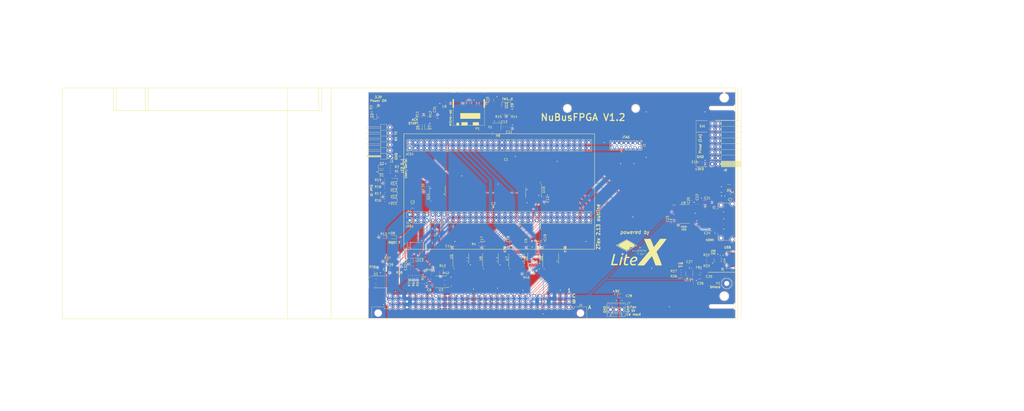
<source format=kicad_pcb>
(kicad_pcb (version 20171130) (host pcbnew 5.1.9+dfsg1-1~bpo10+1)

  (general
    (thickness 1.6)
    (drawings 137)
    (tracks 5391)
    (zones 0)
    (modules 103)
    (nets 208)
  )

  (page A4)
  (layers
    (0 F.Cu signal)
    (1 In1.Cu signal)
    (2 In2.Cu signal)
    (31 B.Cu signal)
    (32 B.Adhes user)
    (33 F.Adhes user)
    (34 B.Paste user)
    (35 F.Paste user)
    (36 B.SilkS user)
    (37 F.SilkS user)
    (38 B.Mask user)
    (39 F.Mask user)
    (40 Dwgs.User user)
    (41 Cmts.User user)
    (42 Eco1.User user)
    (43 Eco2.User user)
    (44 Edge.Cuts user)
    (45 Margin user)
    (46 B.CrtYd user)
    (47 F.CrtYd user)
    (48 B.Fab user)
    (49 F.Fab user)
  )

  (setup
    (last_trace_width 0.1524)
    (trace_clearance 0.1524)
    (zone_clearance 0.254)
    (zone_45_only no)
    (trace_min 0.1524)
    (via_size 0.45)
    (via_drill 0.3)
    (via_min_size 0.4)
    (via_min_drill 0.3)
    (user_via 0.45 0.3)
    (user_via 0.8 0.4)
    (uvia_size 0.3)
    (uvia_drill 0.1)
    (uvias_allowed no)
    (uvia_min_size 0.2)
    (uvia_min_drill 0.1)
    (edge_width 0.15)
    (segment_width 0.15)
    (pcb_text_width 0.3)
    (pcb_text_size 1.5 1.5)
    (mod_edge_width 0.15)
    (mod_text_size 1 1)
    (mod_text_width 0.15)
    (pad_size 4.4 4.4)
    (pad_drill 2.2)
    (pad_to_mask_clearance 0.051)
    (solder_mask_min_width 0.25)
    (aux_axis_origin 0 0)
    (visible_elements FFFFFF7F)
    (pcbplotparams
      (layerselection 0x010fc_ffffffff)
      (usegerberextensions false)
      (usegerberattributes false)
      (usegerberadvancedattributes false)
      (creategerberjobfile false)
      (excludeedgelayer true)
      (linewidth 0.100000)
      (plotframeref false)
      (viasonmask false)
      (mode 1)
      (useauxorigin false)
      (hpglpennumber 1)
      (hpglpenspeed 20)
      (hpglpendiameter 15.000000)
      (psnegative false)
      (psa4output false)
      (plotreference true)
      (plotvalue true)
      (plotinvisibletext false)
      (padsonsilk false)
      (subtractmaskfromsilk false)
      (outputformat 1)
      (mirror false)
      (drillshape 0)
      (scaleselection 1)
      (outputdirectory ""))
  )

  (net 0 "")
  (net 1 GND)
  (net 2 /B2B/JTAG_VIO)
  (net 3 +3V3)
  (net 4 +5V)
  (net 5 "Net-(JCD1-Pad1)")
  (net 6 "Net-(JCD1-Pad2)")
  (net 7 "Net-(J1-Pad14)")
  (net 8 "Net-(J1-Pad12)")
  (net 9 NUBUS_OE)
  (net 10 -12V)
  (net 11 SB0_5V)
  (net 12 ~RESET_5V)
  (net 13 ~SPV_5V)
  (net 14 ~SP_5V)
  (net 15 ~TM1_5V)
  (net 16 ~AD1_5V)
  (net 17 ~AD3_5V)
  (net 18 ~AD5_5V)
  (net 19 ~AD7_5V)
  (net 20 ~AD9_5V)
  (net 21 ~AD11_5V)
  (net 22 ~AD13_5V)
  (net 23 ~AD15_5V)
  (net 24 ~AD17_5V)
  (net 25 ~AD19_5V)
  (net 26 ~AD21_5V)
  (net 27 ~AD23_5V)
  (net 28 ~AD25_5V)
  (net 29 ~AD27_5V)
  (net 30 ~AD29_5V)
  (net 31 ~AD31_5V)
  (net 32 ~ARB1_5V)
  (net 33 ~ARB3_5V)
  (net 34 ~ID1_5V)
  (net 35 ~ID3_5V)
  (net 36 ~ACK_5V)
  (net 37 ~RQST_5V)
  (net 38 ~NMRQ_5V)
  (net 39 +12V)
  (net 40 ~TM2_5V)
  (net 41 ~CM0_5V)
  (net 42 ~CM1_5V)
  (net 43 ~CM2_5V)
  (net 44 STDBYPWR)
  (net 45 ~CLK2XEN_5V)
  (net 46 ~CBUSY_5V)
  (net 47 SB1_5V)
  (net 48 ~TM0_5V)
  (net 49 ~AD0_5V)
  (net 50 ~AD2_5V)
  (net 51 ~AD4_5V)
  (net 52 ~AD6_5V)
  (net 53 ~AD8_5V)
  (net 54 ~AD10_5V)
  (net 55 ~AD12_5V)
  (net 56 ~AD14_5V)
  (net 57 ~AD16_5V)
  (net 58 ~AD18_5V)
  (net 59 ~AD20_5V)
  (net 60 ~AD22_5V)
  (net 61 ~AD24_5V)
  (net 62 ~AD26_5V)
  (net 63 ~AD28_5V)
  (net 64 ~AD30_5V)
  (net 65 ~PFW_5V)
  (net 66 ~ARB0_5V)
  (net 67 ~ARB2_5V)
  (net 68 ~ID0_5V)
  (net 69 ~ID2_5V)
  (net 70 ~START_5V)
  (net 71 ~CLK_5V)
  (net 72 ~ID2_3V3)
  (net 73 ~ID1_3V3)
  (net 74 ~ID0_3V3)
  (net 75 ~CLK_3V3)
  (net 76 ~RQST_3V3)
  (net 77 ~CLK2X_5V)
  (net 78 ~START_3V3)
  (net 79 ~ACK_3V3)
  (net 80 ~AD31_3V3)
  (net 81 ~AD30_3V3)
  (net 82 ~AD29_3V3)
  (net 83 ~AD28_3V3)
  (net 84 ~AD27_3V3)
  (net 85 ~AD26_3V3)
  (net 86 ~AD25_3V3)
  (net 87 ~AD24_3V3)
  (net 88 ~AD23_3V3)
  (net 89 ~AD22_3V3)
  (net 90 ~AD21_3V3)
  (net 91 ~AD20_3V3)
  (net 92 ~RESET_3V3)
  (net 93 ~TM0_3V3)
  (net 94 ~TM1_3V3)
  (net 95 ~AD0_3V3)
  (net 96 ~AD1_3V3)
  (net 97 ~AD2_3V3)
  (net 98 ~AD3_3V3)
  (net 99 ~AD4_3V3)
  (net 100 ~AD5_3V3)
  (net 101 ~AD6_3V3)
  (net 102 ~AD7_3V3)
  (net 103 ~AD9_3V3)
  (net 104 ~AD8_3V3)
  (net 105 ~AD11_3V3)
  (net 106 ~AD10_3V3)
  (net 107 ~AD13_3V3)
  (net 108 ~AD12_3V3)
  (net 109 ~AD15_3V3)
  (net 110 ~AD14_3V3)
  (net 111 ~AD17_3V3)
  (net 112 ~AD16_3V3)
  (net 113 ~AD19_3V3)
  (net 114 ~AD18_3V3)
  (net 115 SHIELD)
  (net 116 HDMI_CEC_A)
  (net 117 HDMI_SCL_A)
  (net 118 HDMI_SDA_A)
  (net 119 HDMI_HPD_A)
  (net 120 HDMI_CLK-)
  (net 121 HDMI_CLK+)
  (net 122 HDMI_D0-)
  (net 123 HDMI_D0+)
  (net 124 HDMI_D1-)
  (net 125 HDMI_D1+)
  (net 126 HDMI_D2-)
  (net 127 HDMI_D2+)
  (net 128 LED0)
  (net 129 "Net-(D2-Pad2)")
  (net 130 "Net-(D3-Pad2)")
  (net 131 LED1)
  (net 132 /usb/USB_FLT)
  (net 133 /usb/USB_D+)
  (net 134 /usb/USB_EN)
  (net 135 /usb/USB_D-)
  (net 136 USBH0_D-)
  (net 137 USBH0_D+)
  (net 138 /usb/VBus)
  (net 139 /usb/VBus_USB0)
  (net 140 /hdmi/cec_b)
  (net 141 /hdmi/scl_b)
  (net 142 /hdmi/sda_b)
  (net 143 /hdmi/hpd_b)
  (net 144 NUBUS_AD_DIR)
  (net 145 FPGA_JTAG_TDO)
  (net 146 FPGA_JTAG_TCK)
  (net 147 FPGA_JTAG_TDI)
  (net 148 FPGA_JTAG_TMS)
  (net 149 "Net-(J5-Pad14)")
  (net 150 "Net-(J6-Pad4)")
  (net 151 "Net-(D1-Pad2)")
  (net 152 "Net-(D11-Pad2)")
  (net 153 "Net-(D12-Pad2)")
  (net 154 "Net-(D13-Pad2)")
  (net 155 "Net-(D14-Pad2)")
  (net 156 ~CLK2X_3V3)
  (net 157 ~TM2_3V3)
  (net 158 ARB0_o_n)
  (net 159 ARB1_o_n)
  (net 160 ARB3_o_n)
  (net 161 ARB2_o_n)
  (net 162 ~NMRQ_3V3)
  (net 163 RQST_o_n)
  (net 164 START_o_n)
  (net 165 START_oe_n)
  (net 166 ACK_o_n)
  (net 167 ACK_oe_n)
  (net 168 TMx_oe_n)
  (net 169 TM1_n_o)
  (net 170 TM0_n_o)
  (net 171 TM2_o_n)
  (net 172 TM2_oe_n)
  (net 173 "Net-(J3-Pad6)")
  (net 174 "Net-(J3-Pad3)")
  (net 175 "Net-(J3-Pad2)")
  (net 176 ~ARB0_3V3)
  (net 177 ~ARB1_3V3)
  (net 178 ~ARB2_3V3)
  (net 179 ~ARB3_3V3)
  (net 180 SD_D2)
  (net 181 SD_D3)
  (net 182 SD_CMD)
  (net 183 SD_CLK)
  (net 184 SD_D0)
  (net 185 SD_D1)
  (net 186 "Net-(U2-Pad11)")
  (net 187 "Net-(D10-Pad2)")
  (net 188 "Net-(D9-Pad2)")
  (net 189 "Net-(D8-Pad2)")
  (net 190 "Net-(D7-Pad2)")
  (net 191 "Net-(D6-Pad2)")
  (net 192 /hdmi/HDMI_5V)
  (net 193 CLK_54_000)
  (net 194 "Net-(X1-Pad1)")
  (net 195 "Net-(R8-Pad2)")
  (net 196 PMOD-1516+)
  (net 197 PMOD-1516-)
  (net 198 PMOD-1314+)
  (net 199 PMOD-1314-)
  (net 200 PMOD-1112+)
  (net 201 PMOD-1112-)
  (net 202 PMOD-910+)
  (net 203 PMOD-910-)
  (net 204 PMOD-78+)
  (net 205 PMOD-78-)
  (net 206 PMOD-56+)
  (net 207 PMOD-56-)

  (net_class Default "This is the default net class."
    (clearance 0.1524)
    (trace_width 0.1524)
    (via_dia 0.45)
    (via_drill 0.3)
    (uvia_dia 0.3)
    (uvia_drill 0.1)
    (diff_pair_width 0.1524)
    (diff_pair_gap 0.1524)
    (add_net /B2B/JTAG_VIO)
    (add_net /hdmi/cec_b)
    (add_net /hdmi/hpd_b)
    (add_net /hdmi/scl_b)
    (add_net /hdmi/sda_b)
    (add_net /usb/USB_D+)
    (add_net /usb/USB_D-)
    (add_net /usb/USB_EN)
    (add_net /usb/USB_FLT)
    (add_net ACK_o_n)
    (add_net ACK_oe_n)
    (add_net ARB0_o_n)
    (add_net ARB1_o_n)
    (add_net ARB2_o_n)
    (add_net ARB3_o_n)
    (add_net CLK_54_000)
    (add_net FPGA_JTAG_TCK)
    (add_net FPGA_JTAG_TDI)
    (add_net FPGA_JTAG_TDO)
    (add_net FPGA_JTAG_TMS)
    (add_net HDMI_CEC_A)
    (add_net HDMI_CLK+)
    (add_net HDMI_CLK-)
    (add_net HDMI_D0+)
    (add_net HDMI_D0-)
    (add_net HDMI_D1+)
    (add_net HDMI_D1-)
    (add_net HDMI_D2+)
    (add_net HDMI_D2-)
    (add_net HDMI_HPD_A)
    (add_net HDMI_SCL_A)
    (add_net HDMI_SDA_A)
    (add_net LED0)
    (add_net LED1)
    (add_net NUBUS_AD_DIR)
    (add_net NUBUS_OE)
    (add_net "Net-(D1-Pad2)")
    (add_net "Net-(D10-Pad2)")
    (add_net "Net-(D11-Pad2)")
    (add_net "Net-(D12-Pad2)")
    (add_net "Net-(D13-Pad2)")
    (add_net "Net-(D14-Pad2)")
    (add_net "Net-(D2-Pad2)")
    (add_net "Net-(D3-Pad2)")
    (add_net "Net-(D6-Pad2)")
    (add_net "Net-(D7-Pad2)")
    (add_net "Net-(D8-Pad2)")
    (add_net "Net-(D9-Pad2)")
    (add_net "Net-(J1-Pad12)")
    (add_net "Net-(J1-Pad14)")
    (add_net "Net-(J3-Pad2)")
    (add_net "Net-(J3-Pad3)")
    (add_net "Net-(J3-Pad6)")
    (add_net "Net-(J5-Pad14)")
    (add_net "Net-(J6-Pad4)")
    (add_net "Net-(JCD1-Pad1)")
    (add_net "Net-(JCD1-Pad2)")
    (add_net "Net-(R8-Pad2)")
    (add_net "Net-(U2-Pad11)")
    (add_net "Net-(X1-Pad1)")
    (add_net PMOD-1112+)
    (add_net PMOD-1112-)
    (add_net PMOD-1314+)
    (add_net PMOD-1314-)
    (add_net PMOD-1516+)
    (add_net PMOD-1516-)
    (add_net PMOD-56+)
    (add_net PMOD-56-)
    (add_net PMOD-78+)
    (add_net PMOD-78-)
    (add_net PMOD-910+)
    (add_net PMOD-910-)
    (add_net RQST_o_n)
    (add_net SB0_5V)
    (add_net SB1_5V)
    (add_net SD_CLK)
    (add_net SD_CMD)
    (add_net SD_D0)
    (add_net SD_D1)
    (add_net SD_D2)
    (add_net SD_D3)
    (add_net START_o_n)
    (add_net START_oe_n)
    (add_net TM0_n_o)
    (add_net TM1_n_o)
    (add_net TM2_o_n)
    (add_net TM2_oe_n)
    (add_net TMx_oe_n)
    (add_net USBH0_D+)
    (add_net USBH0_D-)
    (add_net ~ACK_3V3)
    (add_net ~ACK_5V)
    (add_net ~AD0_3V3)
    (add_net ~AD0_5V)
    (add_net ~AD10_3V3)
    (add_net ~AD10_5V)
    (add_net ~AD11_3V3)
    (add_net ~AD11_5V)
    (add_net ~AD12_3V3)
    (add_net ~AD12_5V)
    (add_net ~AD13_3V3)
    (add_net ~AD13_5V)
    (add_net ~AD14_3V3)
    (add_net ~AD14_5V)
    (add_net ~AD15_3V3)
    (add_net ~AD15_5V)
    (add_net ~AD16_3V3)
    (add_net ~AD16_5V)
    (add_net ~AD17_3V3)
    (add_net ~AD17_5V)
    (add_net ~AD18_3V3)
    (add_net ~AD18_5V)
    (add_net ~AD19_3V3)
    (add_net ~AD19_5V)
    (add_net ~AD1_3V3)
    (add_net ~AD1_5V)
    (add_net ~AD20_3V3)
    (add_net ~AD20_5V)
    (add_net ~AD21_3V3)
    (add_net ~AD21_5V)
    (add_net ~AD22_3V3)
    (add_net ~AD22_5V)
    (add_net ~AD23_3V3)
    (add_net ~AD23_5V)
    (add_net ~AD24_3V3)
    (add_net ~AD24_5V)
    (add_net ~AD25_3V3)
    (add_net ~AD25_5V)
    (add_net ~AD26_3V3)
    (add_net ~AD26_5V)
    (add_net ~AD27_3V3)
    (add_net ~AD27_5V)
    (add_net ~AD28_3V3)
    (add_net ~AD28_5V)
    (add_net ~AD29_3V3)
    (add_net ~AD29_5V)
    (add_net ~AD2_3V3)
    (add_net ~AD2_5V)
    (add_net ~AD30_3V3)
    (add_net ~AD30_5V)
    (add_net ~AD31_3V3)
    (add_net ~AD31_5V)
    (add_net ~AD3_3V3)
    (add_net ~AD3_5V)
    (add_net ~AD4_3V3)
    (add_net ~AD4_5V)
    (add_net ~AD5_3V3)
    (add_net ~AD5_5V)
    (add_net ~AD6_3V3)
    (add_net ~AD6_5V)
    (add_net ~AD7_3V3)
    (add_net ~AD7_5V)
    (add_net ~AD8_3V3)
    (add_net ~AD8_5V)
    (add_net ~AD9_3V3)
    (add_net ~AD9_5V)
    (add_net ~ARB0_3V3)
    (add_net ~ARB0_5V)
    (add_net ~ARB1_3V3)
    (add_net ~ARB1_5V)
    (add_net ~ARB2_3V3)
    (add_net ~ARB2_5V)
    (add_net ~ARB3_3V3)
    (add_net ~ARB3_5V)
    (add_net ~CBUSY_5V)
    (add_net ~CLK2XEN_5V)
    (add_net ~CLK2X_3V3)
    (add_net ~CLK2X_5V)
    (add_net ~CLK_3V3)
    (add_net ~CLK_5V)
    (add_net ~CM0_5V)
    (add_net ~CM1_5V)
    (add_net ~CM2_5V)
    (add_net ~ID0_3V3)
    (add_net ~ID0_5V)
    (add_net ~ID1_3V3)
    (add_net ~ID1_5V)
    (add_net ~ID2_3V3)
    (add_net ~ID2_5V)
    (add_net ~ID3_5V)
    (add_net ~NMRQ_3V3)
    (add_net ~NMRQ_5V)
    (add_net ~PFW_5V)
    (add_net ~RESET_3V3)
    (add_net ~RESET_5V)
    (add_net ~RQST_3V3)
    (add_net ~RQST_5V)
    (add_net ~SPV_5V)
    (add_net ~SP_5V)
    (add_net ~START_3V3)
    (add_net ~START_5V)
    (add_net ~TM0_3V3)
    (add_net ~TM0_5V)
    (add_net ~TM1_3V3)
    (add_net ~TM1_5V)
    (add_net ~TM2_3V3)
    (add_net ~TM2_5V)
  )

  (net_class GND ""
    (clearance 0.2)
    (trace_width 0.2)
    (via_dia 0.8)
    (via_drill 0.4)
    (uvia_dia 0.3)
    (uvia_drill 0.1)
    (diff_pair_width 0.1524)
    (diff_pair_gap 0.1524)
    (add_net GND)
  )

  (net_class Power ""
    (clearance 0.2)
    (trace_width 0.2)
    (via_dia 0.8)
    (via_drill 0.4)
    (uvia_dia 0.3)
    (uvia_drill 0.1)
    (diff_pair_width 0.1524)
    (diff_pair_gap 0.1524)
    (add_net +12V)
    (add_net +3V3)
    (add_net +5V)
    (add_net -12V)
    (add_net /hdmi/HDMI_5V)
    (add_net /usb/VBus)
    (add_net /usb/VBus_USB0)
    (add_net STDBYPWR)
  )

  (net_class Shielding ""
    (clearance 0.25)
    (trace_width 0.25)
    (via_dia 0.8)
    (via_drill 0.4)
    (uvia_dia 0.3)
    (uvia_drill 0.1)
    (diff_pair_width 0.1524)
    (diff_pair_gap 0.1524)
    (add_net SHIELD)
  )

  (module Capacitor_SMD:C_0603_1608Metric (layer F.Cu) (tedit 5F68FEEE) (tstamp 642CF665)
    (at 130.44 82.36)
    (descr "Capacitor SMD 0603 (1608 Metric), square (rectangular) end terminal, IPC_7351 nominal, (Body size source: IPC-SM-782 page 76, https://www.pcb-3d.com/wordpress/wp-content/uploads/ipc-sm-782a_amendment_1_and_2.pdf), generated with kicad-footprint-generator")
    (tags capacitor)
    (path /618F532C/64A8746F)
    (attr smd)
    (fp_text reference C32 (at -2.17 0.04 90) (layer F.SilkS)
      (effects (font (size 1 1) (thickness 0.15)))
    )
    (fp_text value 1uF (at 0 1.43) (layer F.Fab)
      (effects (font (size 1 1) (thickness 0.15)))
    )
    (fp_line (start -0.8 0.4) (end -0.8 -0.4) (layer F.Fab) (width 0.1))
    (fp_line (start -0.8 -0.4) (end 0.8 -0.4) (layer F.Fab) (width 0.1))
    (fp_line (start 0.8 -0.4) (end 0.8 0.4) (layer F.Fab) (width 0.1))
    (fp_line (start 0.8 0.4) (end -0.8 0.4) (layer F.Fab) (width 0.1))
    (fp_line (start -0.14058 -0.51) (end 0.14058 -0.51) (layer F.SilkS) (width 0.12))
    (fp_line (start -0.14058 0.51) (end 0.14058 0.51) (layer F.SilkS) (width 0.12))
    (fp_line (start -1.48 0.73) (end -1.48 -0.73) (layer F.CrtYd) (width 0.05))
    (fp_line (start -1.48 -0.73) (end 1.48 -0.73) (layer F.CrtYd) (width 0.05))
    (fp_line (start 1.48 -0.73) (end 1.48 0.73) (layer F.CrtYd) (width 0.05))
    (fp_line (start 1.48 0.73) (end -1.48 0.73) (layer F.CrtYd) (width 0.05))
    (fp_text user %R (at 0 0) (layer F.Fab)
      (effects (font (size 0.4 0.4) (thickness 0.06)))
    )
    (pad 2 smd roundrect (at 0.775 0) (size 0.9 0.95) (layers F.Cu F.Paste F.Mask) (roundrect_rratio 0.25)
      (net 1 GND))
    (pad 1 smd roundrect (at -0.775 0) (size 0.9 0.95) (layers F.Cu F.Paste F.Mask) (roundrect_rratio 0.25)
      (net 3 +3V3))
    (model ${KISYS3DMOD}/Capacitor_SMD.3dshapes/C_0603_1608Metric.wrl
      (at (xyz 0 0 0))
      (scale (xyz 1 1 1))
      (rotate (xyz 0 0 0))
    )
  )

  (module LED_SMD:LED_0603_1608Metric (layer F.Cu) (tedit 5F68FEF1) (tstamp 61B5E696)
    (at 117.78 38.158334)
    (descr "LED SMD 0603 (1608 Metric), square (rectangular) end terminal, IPC_7351 nominal, (Body size source: http://www.tortai-tech.com/upload/download/2011102023233369053.pdf), generated with kicad-footprint-generator")
    (tags LED)
    (path /618E8C75/61B5F405)
    (attr smd)
    (fp_text reference D2 (at 0 -1.43) (layer F.SilkS)
      (effects (font (size 1 1) (thickness 0.15)))
    )
    (fp_text value "RED Led 0603" (at 0 1.43) (layer F.Fab)
      (effects (font (size 1 1) (thickness 0.15)))
    )
    (fp_line (start 1.48 0.73) (end -1.48 0.73) (layer F.CrtYd) (width 0.05))
    (fp_line (start 1.48 -0.73) (end 1.48 0.73) (layer F.CrtYd) (width 0.05))
    (fp_line (start -1.48 -0.73) (end 1.48 -0.73) (layer F.CrtYd) (width 0.05))
    (fp_line (start -1.48 0.73) (end -1.48 -0.73) (layer F.CrtYd) (width 0.05))
    (fp_line (start -1.485 0.735) (end 0.8 0.735) (layer F.SilkS) (width 0.12))
    (fp_line (start -1.485 -0.735) (end -1.485 0.735) (layer F.SilkS) (width 0.12))
    (fp_line (start 0.8 -0.735) (end -1.485 -0.735) (layer F.SilkS) (width 0.12))
    (fp_line (start 0.8 0.4) (end 0.8 -0.4) (layer F.Fab) (width 0.1))
    (fp_line (start -0.8 0.4) (end 0.8 0.4) (layer F.Fab) (width 0.1))
    (fp_line (start -0.8 -0.1) (end -0.8 0.4) (layer F.Fab) (width 0.1))
    (fp_line (start -0.5 -0.4) (end -0.8 -0.1) (layer F.Fab) (width 0.1))
    (fp_line (start 0.8 -0.4) (end -0.5 -0.4) (layer F.Fab) (width 0.1))
    (fp_text user %R (at 0 0) (layer F.Fab)
      (effects (font (size 0.4 0.4) (thickness 0.06)))
    )
    (pad 2 smd roundrect (at 0.7875 0) (size 0.875 0.95) (layers F.Cu F.Paste F.Mask) (roundrect_rratio 0.25)
      (net 129 "Net-(D2-Pad2)"))
    (pad 1 smd roundrect (at -0.7875 0) (size 0.875 0.95) (layers F.Cu F.Paste F.Mask) (roundrect_rratio 0.25)
      (net 1 GND))
    (model ${KISYS3DMOD}/LED_SMD.3dshapes/LED_0603_1608Metric.wrl
      (at (xyz 0 0 0))
      (scale (xyz 1 1 1))
      (rotate (xyz 0 0 0))
    )
  )

  (module LED_SMD:LED_0603_1608Metric (layer F.Cu) (tedit 5F68FEF1) (tstamp 61B5E6A9)
    (at 117.78 40.41)
    (descr "LED SMD 0603 (1608 Metric), square (rectangular) end terminal, IPC_7351 nominal, (Body size source: http://www.tortai-tech.com/upload/download/2011102023233369053.pdf), generated with kicad-footprint-generator")
    (tags LED)
    (path /618E8C75/61B5DFCC)
    (attr smd)
    (fp_text reference D1 (at -0.08 1.5) (layer F.SilkS)
      (effects (font (size 1 1) (thickness 0.15)))
    )
    (fp_text value "RED Led 0603" (at 0 1.43) (layer F.Fab)
      (effects (font (size 1 1) (thickness 0.15)))
    )
    (fp_line (start 1.48 0.73) (end -1.48 0.73) (layer F.CrtYd) (width 0.05))
    (fp_line (start 1.48 -0.73) (end 1.48 0.73) (layer F.CrtYd) (width 0.05))
    (fp_line (start -1.48 -0.73) (end 1.48 -0.73) (layer F.CrtYd) (width 0.05))
    (fp_line (start -1.48 0.73) (end -1.48 -0.73) (layer F.CrtYd) (width 0.05))
    (fp_line (start -1.485 0.735) (end 0.8 0.735) (layer F.SilkS) (width 0.12))
    (fp_line (start -1.485 -0.735) (end -1.485 0.735) (layer F.SilkS) (width 0.12))
    (fp_line (start 0.8 -0.735) (end -1.485 -0.735) (layer F.SilkS) (width 0.12))
    (fp_line (start 0.8 0.4) (end 0.8 -0.4) (layer F.Fab) (width 0.1))
    (fp_line (start -0.8 0.4) (end 0.8 0.4) (layer F.Fab) (width 0.1))
    (fp_line (start -0.8 -0.1) (end -0.8 0.4) (layer F.Fab) (width 0.1))
    (fp_line (start -0.5 -0.4) (end -0.8 -0.1) (layer F.Fab) (width 0.1))
    (fp_line (start 0.8 -0.4) (end -0.5 -0.4) (layer F.Fab) (width 0.1))
    (fp_text user %R (at 0 0) (layer F.Fab)
      (effects (font (size 0.4 0.4) (thickness 0.06)))
    )
    (pad 2 smd roundrect (at 0.7875 0) (size 0.875 0.95) (layers F.Cu F.Paste F.Mask) (roundrect_rratio 0.25)
      (net 151 "Net-(D1-Pad2)"))
    (pad 1 smd roundrect (at -0.7875 0) (size 0.875 0.95) (layers F.Cu F.Paste F.Mask) (roundrect_rratio 0.25)
      (net 1 GND))
    (model ${KISYS3DMOD}/LED_SMD.3dshapes/LED_0603_1608Metric.wrl
      (at (xyz 0 0 0))
      (scale (xyz 1 1 1))
      (rotate (xyz 0 0 0))
    )
  )

  (module LED_SMD:LED_0603_1608Metric (layer F.Cu) (tedit 5F68FEF1) (tstamp 61D6F1DA)
    (at 123.052634 43.977042 180)
    (descr "LED SMD 0603 (1608 Metric), square (rectangular) end terminal, IPC_7351 nominal, (Body size source: http://www.tortai-tech.com/upload/download/2011102023233369053.pdf), generated with kicad-footprint-generator")
    (tags LED)
    (path /618F532C/61D85E51)
    (attr smd)
    (fp_text reference D14 (at 0 -1.43) (layer F.SilkS)
      (effects (font (size 1 1) (thickness 0.15)))
    )
    (fp_text value "GREEN Led 0603" (at 0 1.43) (layer F.Fab)
      (effects (font (size 1 1) (thickness 0.15)))
    )
    (fp_line (start 1.48 0.73) (end -1.48 0.73) (layer F.CrtYd) (width 0.05))
    (fp_line (start 1.48 -0.73) (end 1.48 0.73) (layer F.CrtYd) (width 0.05))
    (fp_line (start -1.48 -0.73) (end 1.48 -0.73) (layer F.CrtYd) (width 0.05))
    (fp_line (start -1.48 0.73) (end -1.48 -0.73) (layer F.CrtYd) (width 0.05))
    (fp_line (start -1.485 0.735) (end 0.8 0.735) (layer F.SilkS) (width 0.12))
    (fp_line (start -1.485 -0.735) (end -1.485 0.735) (layer F.SilkS) (width 0.12))
    (fp_line (start 0.8 -0.735) (end -1.485 -0.735) (layer F.SilkS) (width 0.12))
    (fp_line (start 0.8 0.4) (end 0.8 -0.4) (layer F.Fab) (width 0.1))
    (fp_line (start -0.8 0.4) (end 0.8 0.4) (layer F.Fab) (width 0.1))
    (fp_line (start -0.8 -0.1) (end -0.8 0.4) (layer F.Fab) (width 0.1))
    (fp_line (start -0.5 -0.4) (end -0.8 -0.1) (layer F.Fab) (width 0.1))
    (fp_line (start 0.8 -0.4) (end -0.5 -0.4) (layer F.Fab) (width 0.1))
    (fp_text user %R (at 0 0) (layer F.Fab)
      (effects (font (size 0.4 0.4) (thickness 0.06)))
    )
    (pad 2 smd roundrect (at 0.7875 0 180) (size 0.875 0.95) (layers F.Cu F.Paste F.Mask) (roundrect_rratio 0.25)
      (net 155 "Net-(D14-Pad2)"))
    (pad 1 smd roundrect (at -0.7875 0 180) (size 0.875 0.95) (layers F.Cu F.Paste F.Mask) (roundrect_rratio 0.25)
      (net 1 GND))
    (model ${KISYS3DMOD}/LED_SMD.3dshapes/LED_0603_1608Metric.wrl
      (at (xyz 0 0 0))
      (scale (xyz 1 1 1))
      (rotate (xyz 0 0 0))
    )
  )

  (module LED_SMD:LED_0603_1608Metric (layer F.Cu) (tedit 5F68FEF1) (tstamp 61D6F1C7)
    (at 123.052634 46.943708 180)
    (descr "LED SMD 0603 (1608 Metric), square (rectangular) end terminal, IPC_7351 nominal, (Body size source: http://www.tortai-tech.com/upload/download/2011102023233369053.pdf), generated with kicad-footprint-generator")
    (tags LED)
    (path /618F532C/61D85E34)
    (attr smd)
    (fp_text reference D13 (at 0 -1.43) (layer F.SilkS)
      (effects (font (size 1 1) (thickness 0.15)))
    )
    (fp_text value "GREEN Led 0603" (at 0 1.43) (layer F.Fab)
      (effects (font (size 1 1) (thickness 0.15)))
    )
    (fp_line (start 1.48 0.73) (end -1.48 0.73) (layer F.CrtYd) (width 0.05))
    (fp_line (start 1.48 -0.73) (end 1.48 0.73) (layer F.CrtYd) (width 0.05))
    (fp_line (start -1.48 -0.73) (end 1.48 -0.73) (layer F.CrtYd) (width 0.05))
    (fp_line (start -1.48 0.73) (end -1.48 -0.73) (layer F.CrtYd) (width 0.05))
    (fp_line (start -1.485 0.735) (end 0.8 0.735) (layer F.SilkS) (width 0.12))
    (fp_line (start -1.485 -0.735) (end -1.485 0.735) (layer F.SilkS) (width 0.12))
    (fp_line (start 0.8 -0.735) (end -1.485 -0.735) (layer F.SilkS) (width 0.12))
    (fp_line (start 0.8 0.4) (end 0.8 -0.4) (layer F.Fab) (width 0.1))
    (fp_line (start -0.8 0.4) (end 0.8 0.4) (layer F.Fab) (width 0.1))
    (fp_line (start -0.8 -0.1) (end -0.8 0.4) (layer F.Fab) (width 0.1))
    (fp_line (start -0.5 -0.4) (end -0.8 -0.1) (layer F.Fab) (width 0.1))
    (fp_line (start 0.8 -0.4) (end -0.5 -0.4) (layer F.Fab) (width 0.1))
    (fp_text user %R (at 0 0) (layer F.Fab)
      (effects (font (size 0.4 0.4) (thickness 0.06)))
    )
    (pad 2 smd roundrect (at 0.7875 0 180) (size 0.875 0.95) (layers F.Cu F.Paste F.Mask) (roundrect_rratio 0.25)
      (net 154 "Net-(D13-Pad2)"))
    (pad 1 smd roundrect (at -0.7875 0 180) (size 0.875 0.95) (layers F.Cu F.Paste F.Mask) (roundrect_rratio 0.25)
      (net 72 ~ID2_3V3))
    (model ${KISYS3DMOD}/LED_SMD.3dshapes/LED_0603_1608Metric.wrl
      (at (xyz 0 0 0))
      (scale (xyz 1 1 1))
      (rotate (xyz 0 0 0))
    )
  )

  (module LED_SMD:LED_0603_1608Metric (layer F.Cu) (tedit 5F68FEF1) (tstamp 61D6F1B4)
    (at 123.052634 49.910374 180)
    (descr "LED SMD 0603 (1608 Metric), square (rectangular) end terminal, IPC_7351 nominal, (Body size source: http://www.tortai-tech.com/upload/download/2011102023233369053.pdf), generated with kicad-footprint-generator")
    (tags LED)
    (path /618F532C/61D85E17)
    (attr smd)
    (fp_text reference D12 (at 0 -1.43) (layer F.SilkS)
      (effects (font (size 1 1) (thickness 0.15)))
    )
    (fp_text value "GREEN Led 0603" (at 0 1.43) (layer F.Fab)
      (effects (font (size 1 1) (thickness 0.15)))
    )
    (fp_line (start 1.48 0.73) (end -1.48 0.73) (layer F.CrtYd) (width 0.05))
    (fp_line (start 1.48 -0.73) (end 1.48 0.73) (layer F.CrtYd) (width 0.05))
    (fp_line (start -1.48 -0.73) (end 1.48 -0.73) (layer F.CrtYd) (width 0.05))
    (fp_line (start -1.48 0.73) (end -1.48 -0.73) (layer F.CrtYd) (width 0.05))
    (fp_line (start -1.485 0.735) (end 0.8 0.735) (layer F.SilkS) (width 0.12))
    (fp_line (start -1.485 -0.735) (end -1.485 0.735) (layer F.SilkS) (width 0.12))
    (fp_line (start 0.8 -0.735) (end -1.485 -0.735) (layer F.SilkS) (width 0.12))
    (fp_line (start 0.8 0.4) (end 0.8 -0.4) (layer F.Fab) (width 0.1))
    (fp_line (start -0.8 0.4) (end 0.8 0.4) (layer F.Fab) (width 0.1))
    (fp_line (start -0.8 -0.1) (end -0.8 0.4) (layer F.Fab) (width 0.1))
    (fp_line (start -0.5 -0.4) (end -0.8 -0.1) (layer F.Fab) (width 0.1))
    (fp_line (start 0.8 -0.4) (end -0.5 -0.4) (layer F.Fab) (width 0.1))
    (fp_text user %R (at 0 0) (layer F.Fab)
      (effects (font (size 0.4 0.4) (thickness 0.06)))
    )
    (pad 2 smd roundrect (at 0.7875 0 180) (size 0.875 0.95) (layers F.Cu F.Paste F.Mask) (roundrect_rratio 0.25)
      (net 153 "Net-(D12-Pad2)"))
    (pad 1 smd roundrect (at -0.7875 0 180) (size 0.875 0.95) (layers F.Cu F.Paste F.Mask) (roundrect_rratio 0.25)
      (net 73 ~ID1_3V3))
    (model ${KISYS3DMOD}/LED_SMD.3dshapes/LED_0603_1608Metric.wrl
      (at (xyz 0 0 0))
      (scale (xyz 1 1 1))
      (rotate (xyz 0 0 0))
    )
  )

  (module LED_SMD:LED_0603_1608Metric (layer F.Cu) (tedit 5F68FEF1) (tstamp 61D6F235)
    (at 123.052634 52.877042 180)
    (descr "LED SMD 0603 (1608 Metric), square (rectangular) end terminal, IPC_7351 nominal, (Body size source: http://www.tortai-tech.com/upload/download/2011102023233369053.pdf), generated with kicad-footprint-generator")
    (tags LED)
    (path /618F532C/61D85DFA)
    (attr smd)
    (fp_text reference D11 (at 0 -1.43) (layer F.SilkS)
      (effects (font (size 1 1) (thickness 0.15)))
    )
    (fp_text value "GREEN Led 0603" (at 0 1.43) (layer F.Fab)
      (effects (font (size 1 1) (thickness 0.15)))
    )
    (fp_line (start 1.48 0.73) (end -1.48 0.73) (layer F.CrtYd) (width 0.05))
    (fp_line (start 1.48 -0.73) (end 1.48 0.73) (layer F.CrtYd) (width 0.05))
    (fp_line (start -1.48 -0.73) (end 1.48 -0.73) (layer F.CrtYd) (width 0.05))
    (fp_line (start -1.48 0.73) (end -1.48 -0.73) (layer F.CrtYd) (width 0.05))
    (fp_line (start -1.485 0.735) (end 0.8 0.735) (layer F.SilkS) (width 0.12))
    (fp_line (start -1.485 -0.735) (end -1.485 0.735) (layer F.SilkS) (width 0.12))
    (fp_line (start 0.8 -0.735) (end -1.485 -0.735) (layer F.SilkS) (width 0.12))
    (fp_line (start 0.8 0.4) (end 0.8 -0.4) (layer F.Fab) (width 0.1))
    (fp_line (start -0.8 0.4) (end 0.8 0.4) (layer F.Fab) (width 0.1))
    (fp_line (start -0.8 -0.1) (end -0.8 0.4) (layer F.Fab) (width 0.1))
    (fp_line (start -0.5 -0.4) (end -0.8 -0.1) (layer F.Fab) (width 0.1))
    (fp_line (start 0.8 -0.4) (end -0.5 -0.4) (layer F.Fab) (width 0.1))
    (fp_text user %R (at 0 0) (layer F.Fab)
      (effects (font (size 0.4 0.4) (thickness 0.06)))
    )
    (pad 2 smd roundrect (at 0.7875 0 180) (size 0.875 0.95) (layers F.Cu F.Paste F.Mask) (roundrect_rratio 0.25)
      (net 152 "Net-(D11-Pad2)"))
    (pad 1 smd roundrect (at -0.7875 0 180) (size 0.875 0.95) (layers F.Cu F.Paste F.Mask) (roundrect_rratio 0.25)
      (net 74 ~ID0_3V3))
    (model ${KISYS3DMOD}/LED_SMD.3dshapes/LED_0603_1608Metric.wrl
      (at (xyz 0 0 0))
      (scale (xyz 1 1 1))
      (rotate (xyz 0 0 0))
    )
  )

  (module LED_SMD:LED_0603_1608Metric (layer F.Cu) (tedit 5F68FEF1) (tstamp 63320A91)
    (at 171.204189 11.131035 270)
    (descr "LED SMD 0603 (1608 Metric), square (rectangular) end terminal, IPC_7351 nominal, (Body size source: http://www.tortai-tech.com/upload/download/2011102023233369053.pdf), generated with kicad-footprint-generator")
    (tags LED)
    (path /618F532C/63343356)
    (attr smd)
    (fp_text reference D10 (at 0 -1.43 90) (layer F.SilkS)
      (effects (font (size 1 1) (thickness 0.15)))
    )
    (fp_text value "YELLOW Led 0603" (at 0 1.43 90) (layer F.Fab)
      (effects (font (size 1 1) (thickness 0.15)))
    )
    (fp_line (start 1.48 0.73) (end -1.48 0.73) (layer F.CrtYd) (width 0.05))
    (fp_line (start 1.48 -0.73) (end 1.48 0.73) (layer F.CrtYd) (width 0.05))
    (fp_line (start -1.48 -0.73) (end 1.48 -0.73) (layer F.CrtYd) (width 0.05))
    (fp_line (start -1.48 0.73) (end -1.48 -0.73) (layer F.CrtYd) (width 0.05))
    (fp_line (start -1.485 0.735) (end 0.8 0.735) (layer F.SilkS) (width 0.12))
    (fp_line (start -1.485 -0.735) (end -1.485 0.735) (layer F.SilkS) (width 0.12))
    (fp_line (start 0.8 -0.735) (end -1.485 -0.735) (layer F.SilkS) (width 0.12))
    (fp_line (start 0.8 0.4) (end 0.8 -0.4) (layer F.Fab) (width 0.1))
    (fp_line (start -0.8 0.4) (end 0.8 0.4) (layer F.Fab) (width 0.1))
    (fp_line (start -0.8 -0.1) (end -0.8 0.4) (layer F.Fab) (width 0.1))
    (fp_line (start -0.5 -0.4) (end -0.8 -0.1) (layer F.Fab) (width 0.1))
    (fp_line (start 0.8 -0.4) (end -0.5 -0.4) (layer F.Fab) (width 0.1))
    (fp_text user %R (at 0 0 90) (layer F.Fab)
      (effects (font (size 0.4 0.4) (thickness 0.06)))
    )
    (pad 2 smd roundrect (at 0.7875 0 270) (size 0.875 0.95) (layers F.Cu F.Paste F.Mask) (roundrect_rratio 0.25)
      (net 187 "Net-(D10-Pad2)"))
    (pad 1 smd roundrect (at -0.7875 0 270) (size 0.875 0.95) (layers F.Cu F.Paste F.Mask) (roundrect_rratio 0.25)
      (net 94 ~TM1_3V3))
    (model ${KISYS3DMOD}/LED_SMD.3dshapes/LED_0603_1608Metric.wrl
      (at (xyz 0 0 0))
      (scale (xyz 1 1 1))
      (rotate (xyz 0 0 0))
    )
  )

  (module LED_SMD:LED_0603_1608Metric (layer F.Cu) (tedit 5F68FEF1) (tstamp 63320AA4)
    (at 173.744189 11.131035 270)
    (descr "LED SMD 0603 (1608 Metric), square (rectangular) end terminal, IPC_7351 nominal, (Body size source: http://www.tortai-tech.com/upload/download/2011102023233369053.pdf), generated with kicad-footprint-generator")
    (tags LED)
    (path /618F532C/63342049)
    (attr smd)
    (fp_text reference D9 (at 0 -1.43 90) (layer F.SilkS)
      (effects (font (size 1 1) (thickness 0.15)))
    )
    (fp_text value "YELLOW Led 0603" (at 0 1.43 90) (layer F.Fab)
      (effects (font (size 1 1) (thickness 0.15)))
    )
    (fp_line (start 1.48 0.73) (end -1.48 0.73) (layer F.CrtYd) (width 0.05))
    (fp_line (start 1.48 -0.73) (end 1.48 0.73) (layer F.CrtYd) (width 0.05))
    (fp_line (start -1.48 -0.73) (end 1.48 -0.73) (layer F.CrtYd) (width 0.05))
    (fp_line (start -1.48 0.73) (end -1.48 -0.73) (layer F.CrtYd) (width 0.05))
    (fp_line (start -1.485 0.735) (end 0.8 0.735) (layer F.SilkS) (width 0.12))
    (fp_line (start -1.485 -0.735) (end -1.485 0.735) (layer F.SilkS) (width 0.12))
    (fp_line (start 0.8 -0.735) (end -1.485 -0.735) (layer F.SilkS) (width 0.12))
    (fp_line (start 0.8 0.4) (end 0.8 -0.4) (layer F.Fab) (width 0.1))
    (fp_line (start -0.8 0.4) (end 0.8 0.4) (layer F.Fab) (width 0.1))
    (fp_line (start -0.8 -0.1) (end -0.8 0.4) (layer F.Fab) (width 0.1))
    (fp_line (start -0.5 -0.4) (end -0.8 -0.1) (layer F.Fab) (width 0.1))
    (fp_line (start 0.8 -0.4) (end -0.5 -0.4) (layer F.Fab) (width 0.1))
    (fp_text user %R (at 0 0 90) (layer F.Fab)
      (effects (font (size 0.4 0.4) (thickness 0.06)))
    )
    (pad 2 smd roundrect (at 0.7875 0 270) (size 0.875 0.95) (layers F.Cu F.Paste F.Mask) (roundrect_rratio 0.25)
      (net 188 "Net-(D9-Pad2)"))
    (pad 1 smd roundrect (at -0.7875 0 270) (size 0.875 0.95) (layers F.Cu F.Paste F.Mask) (roundrect_rratio 0.25)
      (net 93 ~TM0_3V3))
    (model ${KISYS3DMOD}/LED_SMD.3dshapes/LED_0603_1608Metric.wrl
      (at (xyz 0 0 0))
      (scale (xyz 1 1 1))
      (rotate (xyz 0 0 0))
    )
  )

  (module LED_SMD:LED_0603_1608Metric (layer F.Cu) (tedit 5F68FEF1) (tstamp 63320AB7)
    (at 122.76 69.15 180)
    (descr "LED SMD 0603 (1608 Metric), square (rectangular) end terminal, IPC_7351 nominal, (Body size source: http://www.tortai-tech.com/upload/download/2011102023233369053.pdf), generated with kicad-footprint-generator")
    (tags LED)
    (path /618F532C/63352DC7)
    (attr smd)
    (fp_text reference D8 (at 0.18 1.77) (layer F.SilkS)
      (effects (font (size 1 1) (thickness 0.15)))
    )
    (fp_text value "YELLOW Led 0603" (at 0 1.43) (layer F.Fab)
      (effects (font (size 1 1) (thickness 0.15)))
    )
    (fp_line (start 1.48 0.73) (end -1.48 0.73) (layer F.CrtYd) (width 0.05))
    (fp_line (start 1.48 -0.73) (end 1.48 0.73) (layer F.CrtYd) (width 0.05))
    (fp_line (start -1.48 -0.73) (end 1.48 -0.73) (layer F.CrtYd) (width 0.05))
    (fp_line (start -1.48 0.73) (end -1.48 -0.73) (layer F.CrtYd) (width 0.05))
    (fp_line (start -1.485 0.735) (end 0.8 0.735) (layer F.SilkS) (width 0.12))
    (fp_line (start -1.485 -0.735) (end -1.485 0.735) (layer F.SilkS) (width 0.12))
    (fp_line (start 0.8 -0.735) (end -1.485 -0.735) (layer F.SilkS) (width 0.12))
    (fp_line (start 0.8 0.4) (end 0.8 -0.4) (layer F.Fab) (width 0.1))
    (fp_line (start -0.8 0.4) (end 0.8 0.4) (layer F.Fab) (width 0.1))
    (fp_line (start -0.8 -0.1) (end -0.8 0.4) (layer F.Fab) (width 0.1))
    (fp_line (start -0.5 -0.4) (end -0.8 -0.1) (layer F.Fab) (width 0.1))
    (fp_line (start 0.8 -0.4) (end -0.5 -0.4) (layer F.Fab) (width 0.1))
    (fp_text user %R (at 0 0) (layer F.Fab)
      (effects (font (size 0.4 0.4) (thickness 0.06)))
    )
    (pad 2 smd roundrect (at 0.7875 0 180) (size 0.875 0.95) (layers F.Cu F.Paste F.Mask) (roundrect_rratio 0.25)
      (net 189 "Net-(D8-Pad2)"))
    (pad 1 smd roundrect (at -0.7875 0 180) (size 0.875 0.95) (layers F.Cu F.Paste F.Mask) (roundrect_rratio 0.25)
      (net 76 ~RQST_3V3))
    (model ${KISYS3DMOD}/LED_SMD.3dshapes/LED_0603_1608Metric.wrl
      (at (xyz 0 0 0))
      (scale (xyz 1 1 1))
      (rotate (xyz 0 0 0))
    )
  )

  (module LED_SMD:LED_0603_1608Metric (layer F.Cu) (tedit 5F68FEF1) (tstamp 63320B91)
    (at 137.41 20.210293 90)
    (descr "LED SMD 0603 (1608 Metric), square (rectangular) end terminal, IPC_7351 nominal, (Body size source: http://www.tortai-tech.com/upload/download/2011102023233369053.pdf), generated with kicad-footprint-generator")
    (tags LED)
    (path /618F532C/6334A05C)
    (attr smd)
    (fp_text reference D7 (at -0.709707 1.59 90) (layer F.SilkS)
      (effects (font (size 1 1) (thickness 0.15)))
    )
    (fp_text value "YELLOW Led 0603" (at 0 1.43 90) (layer F.Fab)
      (effects (font (size 1 1) (thickness 0.15)))
    )
    (fp_line (start 1.48 0.73) (end -1.48 0.73) (layer F.CrtYd) (width 0.05))
    (fp_line (start 1.48 -0.73) (end 1.48 0.73) (layer F.CrtYd) (width 0.05))
    (fp_line (start -1.48 -0.73) (end 1.48 -0.73) (layer F.CrtYd) (width 0.05))
    (fp_line (start -1.48 0.73) (end -1.48 -0.73) (layer F.CrtYd) (width 0.05))
    (fp_line (start -1.485 0.735) (end 0.8 0.735) (layer F.SilkS) (width 0.12))
    (fp_line (start -1.485 -0.735) (end -1.485 0.735) (layer F.SilkS) (width 0.12))
    (fp_line (start 0.8 -0.735) (end -1.485 -0.735) (layer F.SilkS) (width 0.12))
    (fp_line (start 0.8 0.4) (end 0.8 -0.4) (layer F.Fab) (width 0.1))
    (fp_line (start -0.8 0.4) (end 0.8 0.4) (layer F.Fab) (width 0.1))
    (fp_line (start -0.8 -0.1) (end -0.8 0.4) (layer F.Fab) (width 0.1))
    (fp_line (start -0.5 -0.4) (end -0.8 -0.1) (layer F.Fab) (width 0.1))
    (fp_line (start 0.8 -0.4) (end -0.5 -0.4) (layer F.Fab) (width 0.1))
    (fp_text user %R (at 0 0 90) (layer F.Fab)
      (effects (font (size 0.4 0.4) (thickness 0.06)))
    )
    (pad 2 smd roundrect (at 0.7875 0 90) (size 0.875 0.95) (layers F.Cu F.Paste F.Mask) (roundrect_rratio 0.25)
      (net 190 "Net-(D7-Pad2)"))
    (pad 1 smd roundrect (at -0.7875 0 90) (size 0.875 0.95) (layers F.Cu F.Paste F.Mask) (roundrect_rratio 0.25)
      (net 78 ~START_3V3))
    (model ${KISYS3DMOD}/LED_SMD.3dshapes/LED_0603_1608Metric.wrl
      (at (xyz 0 0 0))
      (scale (xyz 1 1 1))
      (rotate (xyz 0 0 0))
    )
  )

  (module LED_SMD:LED_0603_1608Metric (layer F.Cu) (tedit 5F68FEF1) (tstamp 63320ACA)
    (at 134.88 20.210293 90)
    (descr "LED SMD 0603 (1608 Metric), square (rectangular) end terminal, IPC_7351 nominal, (Body size source: http://www.tortai-tech.com/upload/download/2011102023233369053.pdf), generated with kicad-footprint-generator")
    (tags LED)
    (path /618F532C/6332F9B3)
    (attr smd)
    (fp_text reference D6 (at -0.719707 -1.44 90) (layer F.SilkS)
      (effects (font (size 1 1) (thickness 0.15)))
    )
    (fp_text value "YELLOW Led 0603" (at 0 1.43 90) (layer F.Fab)
      (effects (font (size 1 1) (thickness 0.15)))
    )
    (fp_line (start 1.48 0.73) (end -1.48 0.73) (layer F.CrtYd) (width 0.05))
    (fp_line (start 1.48 -0.73) (end 1.48 0.73) (layer F.CrtYd) (width 0.05))
    (fp_line (start -1.48 -0.73) (end 1.48 -0.73) (layer F.CrtYd) (width 0.05))
    (fp_line (start -1.48 0.73) (end -1.48 -0.73) (layer F.CrtYd) (width 0.05))
    (fp_line (start -1.485 0.735) (end 0.8 0.735) (layer F.SilkS) (width 0.12))
    (fp_line (start -1.485 -0.735) (end -1.485 0.735) (layer F.SilkS) (width 0.12))
    (fp_line (start 0.8 -0.735) (end -1.485 -0.735) (layer F.SilkS) (width 0.12))
    (fp_line (start 0.8 0.4) (end 0.8 -0.4) (layer F.Fab) (width 0.1))
    (fp_line (start -0.8 0.4) (end 0.8 0.4) (layer F.Fab) (width 0.1))
    (fp_line (start -0.8 -0.1) (end -0.8 0.4) (layer F.Fab) (width 0.1))
    (fp_line (start -0.5 -0.4) (end -0.8 -0.1) (layer F.Fab) (width 0.1))
    (fp_line (start 0.8 -0.4) (end -0.5 -0.4) (layer F.Fab) (width 0.1))
    (fp_text user %R (at 0 0 90) (layer F.Fab)
      (effects (font (size 0.4 0.4) (thickness 0.06)))
    )
    (pad 2 smd roundrect (at 0.7875 0 90) (size 0.875 0.95) (layers F.Cu F.Paste F.Mask) (roundrect_rratio 0.25)
      (net 191 "Net-(D6-Pad2)"))
    (pad 1 smd roundrect (at -0.7875 0 90) (size 0.875 0.95) (layers F.Cu F.Paste F.Mask) (roundrect_rratio 0.25)
      (net 79 ~ACK_3V3))
    (model ${KISYS3DMOD}/LED_SMD.3dshapes/LED_0603_1608Metric.wrl
      (at (xyz 0 0 0))
      (scale (xyz 1 1 1))
      (rotate (xyz 0 0 0))
    )
  )

  (module LED_SMD:LED_0603_1608Metric (layer F.Cu) (tedit 5F68FEF1) (tstamp 61FCB2E5)
    (at 114.8 15.65 90)
    (descr "LED SMD 0603 (1608 Metric), square (rectangular) end terminal, IPC_7351 nominal, (Body size source: http://www.tortai-tech.com/upload/download/2011102023233369053.pdf), generated with kicad-footprint-generator")
    (tags LED)
    (path /618E8C75/621E3C57)
    (attr smd)
    (fp_text reference D3 (at 0 -1.43 90) (layer F.SilkS)
      (effects (font (size 1 1) (thickness 0.15)))
    )
    (fp_text value "BLUE Led 0603" (at 0 1.43 90) (layer F.Fab)
      (effects (font (size 1 1) (thickness 0.15)))
    )
    (fp_line (start 1.48 0.73) (end -1.48 0.73) (layer F.CrtYd) (width 0.05))
    (fp_line (start 1.48 -0.73) (end 1.48 0.73) (layer F.CrtYd) (width 0.05))
    (fp_line (start -1.48 -0.73) (end 1.48 -0.73) (layer F.CrtYd) (width 0.05))
    (fp_line (start -1.48 0.73) (end -1.48 -0.73) (layer F.CrtYd) (width 0.05))
    (fp_line (start -1.485 0.735) (end 0.8 0.735) (layer F.SilkS) (width 0.12))
    (fp_line (start -1.485 -0.735) (end -1.485 0.735) (layer F.SilkS) (width 0.12))
    (fp_line (start 0.8 -0.735) (end -1.485 -0.735) (layer F.SilkS) (width 0.12))
    (fp_line (start 0.8 0.4) (end 0.8 -0.4) (layer F.Fab) (width 0.1))
    (fp_line (start -0.8 0.4) (end 0.8 0.4) (layer F.Fab) (width 0.1))
    (fp_line (start -0.8 -0.1) (end -0.8 0.4) (layer F.Fab) (width 0.1))
    (fp_line (start -0.5 -0.4) (end -0.8 -0.1) (layer F.Fab) (width 0.1))
    (fp_line (start 0.8 -0.4) (end -0.5 -0.4) (layer F.Fab) (width 0.1))
    (fp_text user %R (at 0 0 90) (layer F.Fab)
      (effects (font (size 0.4 0.4) (thickness 0.06)))
    )
    (pad 2 smd roundrect (at 0.7875 0 90) (size 0.875 0.95) (layers F.Cu F.Paste F.Mask) (roundrect_rratio 0.25)
      (net 130 "Net-(D3-Pad2)"))
    (pad 1 smd roundrect (at -0.7875 0 90) (size 0.875 0.95) (layers F.Cu F.Paste F.Mask) (roundrect_rratio 0.25)
      (net 1 GND))
    (model ${KISYS3DMOD}/LED_SMD.3dshapes/LED_0603_1608Metric.wrl
      (at (xyz 0 0 0))
      (scale (xyz 1 1 1))
      (rotate (xyz 0 0 0))
    )
  )

  (module Resistor_SMD:R_0603_1608Metric (layer F.Cu) (tedit 5F68FEEE) (tstamp 63C5AE08)
    (at 166.385 23.6)
    (descr "Resistor SMD 0603 (1608 Metric), square (rectangular) end terminal, IPC_7351 nominal, (Body size source: IPC-SM-782 page 72, https://www.pcb-3d.com/wordpress/wp-content/uploads/ipc-sm-782a_amendment_1_and_2.pdf), generated with kicad-footprint-generator")
    (tags resistor)
    (path /64F8CFB4/65008AD6)
    (attr smd)
    (fp_text reference R8 (at 2.465 0.91) (layer F.SilkS)
      (effects (font (size 1 1) (thickness 0.15)))
    )
    (fp_text value 27 (at 0 1.43) (layer F.Fab)
      (effects (font (size 1 1) (thickness 0.15)))
    )
    (fp_line (start 1.48 0.73) (end -1.48 0.73) (layer F.CrtYd) (width 0.05))
    (fp_line (start 1.48 -0.73) (end 1.48 0.73) (layer F.CrtYd) (width 0.05))
    (fp_line (start -1.48 -0.73) (end 1.48 -0.73) (layer F.CrtYd) (width 0.05))
    (fp_line (start -1.48 0.73) (end -1.48 -0.73) (layer F.CrtYd) (width 0.05))
    (fp_line (start -0.237258 0.5225) (end 0.237258 0.5225) (layer F.SilkS) (width 0.12))
    (fp_line (start -0.237258 -0.5225) (end 0.237258 -0.5225) (layer F.SilkS) (width 0.12))
    (fp_line (start 0.8 0.4125) (end -0.8 0.4125) (layer F.Fab) (width 0.1))
    (fp_line (start 0.8 -0.4125) (end 0.8 0.4125) (layer F.Fab) (width 0.1))
    (fp_line (start -0.8 -0.4125) (end 0.8 -0.4125) (layer F.Fab) (width 0.1))
    (fp_line (start -0.8 0.4125) (end -0.8 -0.4125) (layer F.Fab) (width 0.1))
    (fp_text user %R (at 0 0) (layer F.Fab)
      (effects (font (size 0.4 0.4) (thickness 0.06)))
    )
    (pad 2 smd roundrect (at 0.825 0) (size 0.8 0.95) (layers F.Cu F.Paste F.Mask) (roundrect_rratio 0.25)
      (net 195 "Net-(R8-Pad2)"))
    (pad 1 smd roundrect (at -0.825 0) (size 0.8 0.95) (layers F.Cu F.Paste F.Mask) (roundrect_rratio 0.25)
      (net 193 CLK_54_000))
    (model ${KISYS3DMOD}/Resistor_SMD.3dshapes/R_0603_1608Metric.wrl
      (at (xyz 0 0 0))
      (scale (xyz 1 1 1))
      (rotate (xyz 0 0 0))
    )
  )

  (module Resistor_SMD:R_0603_1608Metric (layer F.Cu) (tedit 5F68FEEE) (tstamp 633205C0)
    (at 134.88 16.060293 270)
    (descr "Resistor SMD 0603 (1608 Metric), square (rectangular) end terminal, IPC_7351 nominal, (Body size source: IPC-SM-782 page 72, https://www.pcb-3d.com/wordpress/wp-content/uploads/ipc-sm-782a_amendment_1_and_2.pdf), generated with kicad-footprint-generator")
    (tags resistor)
    (path /618F532C/6332F9A9)
    (attr smd)
    (fp_text reference R11 (at -0.970293 1.55 90) (layer F.SilkS)
      (effects (font (size 1 1) (thickness 0.15)))
    )
    (fp_text value 560 (at 0 1.43 270) (layer F.Fab)
      (effects (font (size 1 1) (thickness 0.15)))
    )
    (fp_line (start 1.48 0.73) (end -1.48 0.73) (layer F.CrtYd) (width 0.05))
    (fp_line (start 1.48 -0.73) (end 1.48 0.73) (layer F.CrtYd) (width 0.05))
    (fp_line (start -1.48 -0.73) (end 1.48 -0.73) (layer F.CrtYd) (width 0.05))
    (fp_line (start -1.48 0.73) (end -1.48 -0.73) (layer F.CrtYd) (width 0.05))
    (fp_line (start -0.237258 0.5225) (end 0.237258 0.5225) (layer F.SilkS) (width 0.12))
    (fp_line (start -0.237258 -0.5225) (end 0.237258 -0.5225) (layer F.SilkS) (width 0.12))
    (fp_line (start 0.8 0.4125) (end -0.8 0.4125) (layer F.Fab) (width 0.1))
    (fp_line (start 0.8 -0.4125) (end 0.8 0.4125) (layer F.Fab) (width 0.1))
    (fp_line (start -0.8 -0.4125) (end 0.8 -0.4125) (layer F.Fab) (width 0.1))
    (fp_line (start -0.8 0.4125) (end -0.8 -0.4125) (layer F.Fab) (width 0.1))
    (fp_text user %R (at 0 0 270) (layer F.Fab)
      (effects (font (size 0.4 0.4) (thickness 0.06)))
    )
    (pad 2 smd roundrect (at 0.825 0 270) (size 0.8 0.95) (layers F.Cu F.Paste F.Mask) (roundrect_rratio 0.25)
      (net 191 "Net-(D6-Pad2)"))
    (pad 1 smd roundrect (at -0.825 0 270) (size 0.8 0.95) (layers F.Cu F.Paste F.Mask) (roundrect_rratio 0.25)
      (net 3 +3V3))
    (model ${KISYS3DMOD}/Resistor_SMD.3dshapes/R_0603_1608Metric.wrl
      (at (xyz 0 0 0))
      (scale (xyz 1 1 1))
      (rotate (xyz 0 0 0))
    )
  )

  (module Resistor_SMD:R_0603_1608Metric (layer F.Cu) (tedit 5F68FEEE) (tstamp 6332056F)
    (at 137.42 16.060293 270)
    (descr "Resistor SMD 0603 (1608 Metric), square (rectangular) end terminal, IPC_7351 nominal, (Body size source: IPC-SM-782 page 72, https://www.pcb-3d.com/wordpress/wp-content/uploads/ipc-sm-782a_amendment_1_and_2.pdf), generated with kicad-footprint-generator")
    (tags resistor)
    (path /618F532C/6334A052)
    (attr smd)
    (fp_text reference R12 (at -1.010293 -1.71 90) (layer F.SilkS)
      (effects (font (size 1 1) (thickness 0.15)))
    )
    (fp_text value 560 (at 0 1.43 270) (layer F.Fab)
      (effects (font (size 1 1) (thickness 0.15)))
    )
    (fp_line (start 1.48 0.73) (end -1.48 0.73) (layer F.CrtYd) (width 0.05))
    (fp_line (start 1.48 -0.73) (end 1.48 0.73) (layer F.CrtYd) (width 0.05))
    (fp_line (start -1.48 -0.73) (end 1.48 -0.73) (layer F.CrtYd) (width 0.05))
    (fp_line (start -1.48 0.73) (end -1.48 -0.73) (layer F.CrtYd) (width 0.05))
    (fp_line (start -0.237258 0.5225) (end 0.237258 0.5225) (layer F.SilkS) (width 0.12))
    (fp_line (start -0.237258 -0.5225) (end 0.237258 -0.5225) (layer F.SilkS) (width 0.12))
    (fp_line (start 0.8 0.4125) (end -0.8 0.4125) (layer F.Fab) (width 0.1))
    (fp_line (start 0.8 -0.4125) (end 0.8 0.4125) (layer F.Fab) (width 0.1))
    (fp_line (start -0.8 -0.4125) (end 0.8 -0.4125) (layer F.Fab) (width 0.1))
    (fp_line (start -0.8 0.4125) (end -0.8 -0.4125) (layer F.Fab) (width 0.1))
    (fp_text user %R (at 0 0 270) (layer F.Fab)
      (effects (font (size 0.4 0.4) (thickness 0.06)))
    )
    (pad 2 smd roundrect (at 0.825 0 270) (size 0.8 0.95) (layers F.Cu F.Paste F.Mask) (roundrect_rratio 0.25)
      (net 190 "Net-(D7-Pad2)"))
    (pad 1 smd roundrect (at -0.825 0 270) (size 0.8 0.95) (layers F.Cu F.Paste F.Mask) (roundrect_rratio 0.25)
      (net 3 +3V3))
    (model ${KISYS3DMOD}/Resistor_SMD.3dshapes/R_0603_1608Metric.wrl
      (at (xyz 0 0 0))
      (scale (xyz 1 1 1))
      (rotate (xyz 0 0 0))
    )
  )

  (module Resistor_SMD:R_0603_1608Metric (layer F.Cu) (tedit 5F68FEEE) (tstamp 6332055E)
    (at 118.61 69.15)
    (descr "Resistor SMD 0603 (1608 Metric), square (rectangular) end terminal, IPC_7351 nominal, (Body size source: IPC-SM-782 page 72, https://www.pcb-3d.com/wordpress/wp-content/uploads/ipc-sm-782a_amendment_1_and_2.pdf), generated with kicad-footprint-generator")
    (tags resistor)
    (path /618F532C/63352DBD)
    (attr smd)
    (fp_text reference R13 (at 0 -1.43) (layer F.SilkS)
      (effects (font (size 1 1) (thickness 0.15)))
    )
    (fp_text value 560 (at 0 1.43) (layer F.Fab)
      (effects (font (size 1 1) (thickness 0.15)))
    )
    (fp_line (start 1.48 0.73) (end -1.48 0.73) (layer F.CrtYd) (width 0.05))
    (fp_line (start 1.48 -0.73) (end 1.48 0.73) (layer F.CrtYd) (width 0.05))
    (fp_line (start -1.48 -0.73) (end 1.48 -0.73) (layer F.CrtYd) (width 0.05))
    (fp_line (start -1.48 0.73) (end -1.48 -0.73) (layer F.CrtYd) (width 0.05))
    (fp_line (start -0.237258 0.5225) (end 0.237258 0.5225) (layer F.SilkS) (width 0.12))
    (fp_line (start -0.237258 -0.5225) (end 0.237258 -0.5225) (layer F.SilkS) (width 0.12))
    (fp_line (start 0.8 0.4125) (end -0.8 0.4125) (layer F.Fab) (width 0.1))
    (fp_line (start 0.8 -0.4125) (end 0.8 0.4125) (layer F.Fab) (width 0.1))
    (fp_line (start -0.8 -0.4125) (end 0.8 -0.4125) (layer F.Fab) (width 0.1))
    (fp_line (start -0.8 0.4125) (end -0.8 -0.4125) (layer F.Fab) (width 0.1))
    (fp_text user %R (at 0 0) (layer F.Fab)
      (effects (font (size 0.4 0.4) (thickness 0.06)))
    )
    (pad 2 smd roundrect (at 0.825 0) (size 0.8 0.95) (layers F.Cu F.Paste F.Mask) (roundrect_rratio 0.25)
      (net 189 "Net-(D8-Pad2)"))
    (pad 1 smd roundrect (at -0.825 0) (size 0.8 0.95) (layers F.Cu F.Paste F.Mask) (roundrect_rratio 0.25)
      (net 3 +3V3))
    (model ${KISYS3DMOD}/Resistor_SMD.3dshapes/R_0603_1608Metric.wrl
      (at (xyz 0 0 0))
      (scale (xyz 1 1 1))
      (rotate (xyz 0 0 0))
    )
  )

  (module Resistor_SMD:R_0603_1608Metric (layer F.Cu) (tedit 5F68FEEE) (tstamp 6332054D)
    (at 173.744189 15.161035 90)
    (descr "Resistor SMD 0603 (1608 Metric), square (rectangular) end terminal, IPC_7351 nominal, (Body size source: IPC-SM-782 page 72, https://www.pcb-3d.com/wordpress/wp-content/uploads/ipc-sm-782a_amendment_1_and_2.pdf), generated with kicad-footprint-generator")
    (tags resistor)
    (path /618F532C/6334203F)
    (attr smd)
    (fp_text reference R14 (at -0.998965 2.205811 -180) (layer F.SilkS)
      (effects (font (size 1 1) (thickness 0.15)))
    )
    (fp_text value 560 (at 0 1.43 90) (layer F.Fab)
      (effects (font (size 1 1) (thickness 0.15)))
    )
    (fp_line (start 1.48 0.73) (end -1.48 0.73) (layer F.CrtYd) (width 0.05))
    (fp_line (start 1.48 -0.73) (end 1.48 0.73) (layer F.CrtYd) (width 0.05))
    (fp_line (start -1.48 -0.73) (end 1.48 -0.73) (layer F.CrtYd) (width 0.05))
    (fp_line (start -1.48 0.73) (end -1.48 -0.73) (layer F.CrtYd) (width 0.05))
    (fp_line (start -0.237258 0.5225) (end 0.237258 0.5225) (layer F.SilkS) (width 0.12))
    (fp_line (start -0.237258 -0.5225) (end 0.237258 -0.5225) (layer F.SilkS) (width 0.12))
    (fp_line (start 0.8 0.4125) (end -0.8 0.4125) (layer F.Fab) (width 0.1))
    (fp_line (start 0.8 -0.4125) (end 0.8 0.4125) (layer F.Fab) (width 0.1))
    (fp_line (start -0.8 -0.4125) (end 0.8 -0.4125) (layer F.Fab) (width 0.1))
    (fp_line (start -0.8 0.4125) (end -0.8 -0.4125) (layer F.Fab) (width 0.1))
    (fp_text user %R (at 0 0 90) (layer F.Fab)
      (effects (font (size 0.4 0.4) (thickness 0.06)))
    )
    (pad 2 smd roundrect (at 0.825 0 90) (size 0.8 0.95) (layers F.Cu F.Paste F.Mask) (roundrect_rratio 0.25)
      (net 188 "Net-(D9-Pad2)"))
    (pad 1 smd roundrect (at -0.825 0 90) (size 0.8 0.95) (layers F.Cu F.Paste F.Mask) (roundrect_rratio 0.25)
      (net 3 +3V3))
    (model ${KISYS3DMOD}/Resistor_SMD.3dshapes/R_0603_1608Metric.wrl
      (at (xyz 0 0 0))
      (scale (xyz 1 1 1))
      (rotate (xyz 0 0 0))
    )
  )

  (module Resistor_SMD:R_0603_1608Metric (layer F.Cu) (tedit 5F68FEEE) (tstamp 6332047C)
    (at 171.204189 15.161035 90)
    (descr "Resistor SMD 0603 (1608 Metric), square (rectangular) end terminal, IPC_7351 nominal, (Body size source: IPC-SM-782 page 72, https://www.pcb-3d.com/wordpress/wp-content/uploads/ipc-sm-782a_amendment_1_and_2.pdf), generated with kicad-footprint-generator")
    (tags resistor)
    (path /618F532C/6334334C)
    (attr smd)
    (fp_text reference R15 (at -0.978965 -2.184189 -180) (layer F.SilkS)
      (effects (font (size 1 1) (thickness 0.15)))
    )
    (fp_text value 560 (at 0 1.43 90) (layer F.Fab)
      (effects (font (size 1 1) (thickness 0.15)))
    )
    (fp_line (start 1.48 0.73) (end -1.48 0.73) (layer F.CrtYd) (width 0.05))
    (fp_line (start 1.48 -0.73) (end 1.48 0.73) (layer F.CrtYd) (width 0.05))
    (fp_line (start -1.48 -0.73) (end 1.48 -0.73) (layer F.CrtYd) (width 0.05))
    (fp_line (start -1.48 0.73) (end -1.48 -0.73) (layer F.CrtYd) (width 0.05))
    (fp_line (start -0.237258 0.5225) (end 0.237258 0.5225) (layer F.SilkS) (width 0.12))
    (fp_line (start -0.237258 -0.5225) (end 0.237258 -0.5225) (layer F.SilkS) (width 0.12))
    (fp_line (start 0.8 0.4125) (end -0.8 0.4125) (layer F.Fab) (width 0.1))
    (fp_line (start 0.8 -0.4125) (end 0.8 0.4125) (layer F.Fab) (width 0.1))
    (fp_line (start -0.8 -0.4125) (end 0.8 -0.4125) (layer F.Fab) (width 0.1))
    (fp_line (start -0.8 0.4125) (end -0.8 -0.4125) (layer F.Fab) (width 0.1))
    (fp_text user %R (at 0 0 90) (layer F.Fab)
      (effects (font (size 0.4 0.4) (thickness 0.06)))
    )
    (pad 2 smd roundrect (at 0.825 0 90) (size 0.8 0.95) (layers F.Cu F.Paste F.Mask) (roundrect_rratio 0.25)
      (net 187 "Net-(D10-Pad2)"))
    (pad 1 smd roundrect (at -0.825 0 90) (size 0.8 0.95) (layers F.Cu F.Paste F.Mask) (roundrect_rratio 0.25)
      (net 3 +3V3))
    (model ${KISYS3DMOD}/Resistor_SMD.3dshapes/R_0603_1608Metric.wrl
      (at (xyz 0 0 0))
      (scale (xyz 1 1 1))
      (rotate (xyz 0 0 0))
    )
  )

  (module Resistor_SMD:R_0603_1608Metric (layer F.Cu) (tedit 5F68FEEE) (tstamp 61E993C2)
    (at 114.4 83.7 180)
    (descr "Resistor SMD 0603 (1608 Metric), square (rectangular) end terminal, IPC_7351 nominal, (Body size source: IPC-SM-782 page 72, https://www.pcb-3d.com/wordpress/wp-content/uploads/ipc-sm-782a_amendment_1_and_2.pdf), generated with kicad-footprint-generator")
    (tags resistor)
    (path /618F532C/621BDDCB)
    (attr smd)
    (fp_text reference R36 (at 0.7 1.5 180) (layer F.SilkS)
      (effects (font (size 1 1) (thickness 0.15)))
    )
    (fp_text value 10k (at 0 1.43 180) (layer F.Fab)
      (effects (font (size 1 1) (thickness 0.15)))
    )
    (fp_line (start 1.48 0.73) (end -1.48 0.73) (layer F.CrtYd) (width 0.05))
    (fp_line (start 1.48 -0.73) (end 1.48 0.73) (layer F.CrtYd) (width 0.05))
    (fp_line (start -1.48 -0.73) (end 1.48 -0.73) (layer F.CrtYd) (width 0.05))
    (fp_line (start -1.48 0.73) (end -1.48 -0.73) (layer F.CrtYd) (width 0.05))
    (fp_line (start -0.237258 0.5225) (end 0.237258 0.5225) (layer F.SilkS) (width 0.12))
    (fp_line (start -0.237258 -0.5225) (end 0.237258 -0.5225) (layer F.SilkS) (width 0.12))
    (fp_line (start 0.8 0.4125) (end -0.8 0.4125) (layer F.Fab) (width 0.1))
    (fp_line (start 0.8 -0.4125) (end 0.8 0.4125) (layer F.Fab) (width 0.1))
    (fp_line (start -0.8 -0.4125) (end 0.8 -0.4125) (layer F.Fab) (width 0.1))
    (fp_line (start -0.8 0.4125) (end -0.8 -0.4125) (layer F.Fab) (width 0.1))
    (fp_text user %R (at 0 0 180) (layer F.Fab)
      (effects (font (size 0.4 0.4) (thickness 0.06)))
    )
    (pad 2 smd roundrect (at 0.825 0 180) (size 0.8 0.95) (layers F.Cu F.Paste F.Mask) (roundrect_rratio 0.25)
      (net 162 ~NMRQ_3V3))
    (pad 1 smd roundrect (at -0.825 0 180) (size 0.8 0.95) (layers F.Cu F.Paste F.Mask) (roundrect_rratio 0.25)
      (net 3 +3V3))
    (model ${KISYS3DMOD}/Resistor_SMD.3dshapes/R_0603_1608Metric.wrl
      (at (xyz 0 0 0))
      (scale (xyz 1 1 1))
      (rotate (xyz 0 0 0))
    )
  )

  (module Resistor_SMD:R_0603_1608Metric (layer F.Cu) (tedit 5F68FEEE) (tstamp 61E993B1)
    (at 120.3 79.8)
    (descr "Resistor SMD 0603 (1608 Metric), square (rectangular) end terminal, IPC_7351 nominal, (Body size source: IPC-SM-782 page 72, https://www.pcb-3d.com/wordpress/wp-content/uploads/ipc-sm-782a_amendment_1_and_2.pdf), generated with kicad-footprint-generator")
    (tags resistor)
    (path /618F532C/621C4817)
    (attr smd)
    (fp_text reference R37 (at 0 -1.43) (layer F.SilkS)
      (effects (font (size 1 1) (thickness 0.15)))
    )
    (fp_text value 10k (at 0 1.43) (layer F.Fab)
      (effects (font (size 1 1) (thickness 0.15)))
    )
    (fp_line (start 1.48 0.73) (end -1.48 0.73) (layer F.CrtYd) (width 0.05))
    (fp_line (start 1.48 -0.73) (end 1.48 0.73) (layer F.CrtYd) (width 0.05))
    (fp_line (start -1.48 -0.73) (end 1.48 -0.73) (layer F.CrtYd) (width 0.05))
    (fp_line (start -1.48 0.73) (end -1.48 -0.73) (layer F.CrtYd) (width 0.05))
    (fp_line (start -0.237258 0.5225) (end 0.237258 0.5225) (layer F.SilkS) (width 0.12))
    (fp_line (start -0.237258 -0.5225) (end 0.237258 -0.5225) (layer F.SilkS) (width 0.12))
    (fp_line (start 0.8 0.4125) (end -0.8 0.4125) (layer F.Fab) (width 0.1))
    (fp_line (start 0.8 -0.4125) (end 0.8 0.4125) (layer F.Fab) (width 0.1))
    (fp_line (start -0.8 -0.4125) (end 0.8 -0.4125) (layer F.Fab) (width 0.1))
    (fp_line (start -0.8 0.4125) (end -0.8 -0.4125) (layer F.Fab) (width 0.1))
    (fp_text user %R (at 0 0) (layer F.Fab)
      (effects (font (size 0.4 0.4) (thickness 0.06)))
    )
    (pad 2 smd roundrect (at 0.825 0) (size 0.8 0.95) (layers F.Cu F.Paste F.Mask) (roundrect_rratio 0.25)
      (net 163 RQST_o_n))
    (pad 1 smd roundrect (at -0.825 0) (size 0.8 0.95) (layers F.Cu F.Paste F.Mask) (roundrect_rratio 0.25)
      (net 3 +3V3))
    (model ${KISYS3DMOD}/Resistor_SMD.3dshapes/R_0603_1608Metric.wrl
      (at (xyz 0 0 0))
      (scale (xyz 1 1 1))
      (rotate (xyz 0 0 0))
    )
  )

  (module Resistor_SMD:R_0603_1608Metric (layer F.Cu) (tedit 5F68FEEE) (tstamp 61E9CD0B)
    (at 125.5 83.3 180)
    (descr "Resistor SMD 0603 (1608 Metric), square (rectangular) end terminal, IPC_7351 nominal, (Body size source: IPC-SM-782 page 72, https://www.pcb-3d.com/wordpress/wp-content/uploads/ipc-sm-782a_amendment_1_and_2.pdf), generated with kicad-footprint-generator")
    (tags resistor)
    (path /618F532C/621C7B16)
    (attr smd)
    (fp_text reference R38 (at 0 -1.43 180) (layer F.SilkS)
      (effects (font (size 1 1) (thickness 0.15)))
    )
    (fp_text value 10k (at 0 1.43 180) (layer F.Fab)
      (effects (font (size 1 1) (thickness 0.15)))
    )
    (fp_line (start 1.48 0.73) (end -1.48 0.73) (layer F.CrtYd) (width 0.05))
    (fp_line (start 1.48 -0.73) (end 1.48 0.73) (layer F.CrtYd) (width 0.05))
    (fp_line (start -1.48 -0.73) (end 1.48 -0.73) (layer F.CrtYd) (width 0.05))
    (fp_line (start -1.48 0.73) (end -1.48 -0.73) (layer F.CrtYd) (width 0.05))
    (fp_line (start -0.237258 0.5225) (end 0.237258 0.5225) (layer F.SilkS) (width 0.12))
    (fp_line (start -0.237258 -0.5225) (end 0.237258 -0.5225) (layer F.SilkS) (width 0.12))
    (fp_line (start 0.8 0.4125) (end -0.8 0.4125) (layer F.Fab) (width 0.1))
    (fp_line (start 0.8 -0.4125) (end 0.8 0.4125) (layer F.Fab) (width 0.1))
    (fp_line (start -0.8 -0.4125) (end 0.8 -0.4125) (layer F.Fab) (width 0.1))
    (fp_line (start -0.8 0.4125) (end -0.8 -0.4125) (layer F.Fab) (width 0.1))
    (fp_text user %R (at 0 0 180) (layer F.Fab)
      (effects (font (size 0.4 0.4) (thickness 0.06)))
    )
    (pad 2 smd roundrect (at 0.825 0 180) (size 0.8 0.95) (layers F.Cu F.Paste F.Mask) (roundrect_rratio 0.25)
      (net 165 START_oe_n))
    (pad 1 smd roundrect (at -0.825 0 180) (size 0.8 0.95) (layers F.Cu F.Paste F.Mask) (roundrect_rratio 0.25)
      (net 3 +3V3))
    (model ${KISYS3DMOD}/Resistor_SMD.3dshapes/R_0603_1608Metric.wrl
      (at (xyz 0 0 0))
      (scale (xyz 1 1 1))
      (rotate (xyz 0 0 0))
    )
  )

  (module Resistor_SMD:R_0603_1608Metric (layer F.Cu) (tedit 5F68FEEE) (tstamp 61E9938F)
    (at 121.4 82.7)
    (descr "Resistor SMD 0603 (1608 Metric), square (rectangular) end terminal, IPC_7351 nominal, (Body size source: IPC-SM-782 page 72, https://www.pcb-3d.com/wordpress/wp-content/uploads/ipc-sm-782a_amendment_1_and_2.pdf), generated with kicad-footprint-generator")
    (tags resistor)
    (path /618F532C/621CAE13)
    (attr smd)
    (fp_text reference R39 (at 0 -1.43) (layer F.SilkS)
      (effects (font (size 1 1) (thickness 0.15)))
    )
    (fp_text value 10k (at 0 1.43) (layer F.Fab)
      (effects (font (size 1 1) (thickness 0.15)))
    )
    (fp_line (start 1.48 0.73) (end -1.48 0.73) (layer F.CrtYd) (width 0.05))
    (fp_line (start 1.48 -0.73) (end 1.48 0.73) (layer F.CrtYd) (width 0.05))
    (fp_line (start -1.48 -0.73) (end 1.48 -0.73) (layer F.CrtYd) (width 0.05))
    (fp_line (start -1.48 0.73) (end -1.48 -0.73) (layer F.CrtYd) (width 0.05))
    (fp_line (start -0.237258 0.5225) (end 0.237258 0.5225) (layer F.SilkS) (width 0.12))
    (fp_line (start -0.237258 -0.5225) (end 0.237258 -0.5225) (layer F.SilkS) (width 0.12))
    (fp_line (start 0.8 0.4125) (end -0.8 0.4125) (layer F.Fab) (width 0.1))
    (fp_line (start 0.8 -0.4125) (end 0.8 0.4125) (layer F.Fab) (width 0.1))
    (fp_line (start -0.8 -0.4125) (end 0.8 -0.4125) (layer F.Fab) (width 0.1))
    (fp_line (start -0.8 0.4125) (end -0.8 -0.4125) (layer F.Fab) (width 0.1))
    (fp_text user %R (at 0 0) (layer F.Fab)
      (effects (font (size 0.4 0.4) (thickness 0.06)))
    )
    (pad 2 smd roundrect (at 0.825 0) (size 0.8 0.95) (layers F.Cu F.Paste F.Mask) (roundrect_rratio 0.25)
      (net 167 ACK_oe_n))
    (pad 1 smd roundrect (at -0.825 0) (size 0.8 0.95) (layers F.Cu F.Paste F.Mask) (roundrect_rratio 0.25)
      (net 3 +3V3))
    (model ${KISYS3DMOD}/Resistor_SMD.3dshapes/R_0603_1608Metric.wrl
      (at (xyz 0 0 0))
      (scale (xyz 1 1 1))
      (rotate (xyz 0 0 0))
    )
  )

  (module Resistor_SMD:R_0603_1608Metric (layer F.Cu) (tedit 5F68FEEE) (tstamp 61E9937E)
    (at 181.412661 85.255497)
    (descr "Resistor SMD 0603 (1608 Metric), square (rectangular) end terminal, IPC_7351 nominal, (Body size source: IPC-SM-782 page 72, https://www.pcb-3d.com/wordpress/wp-content/uploads/ipc-sm-782a_amendment_1_and_2.pdf), generated with kicad-footprint-generator")
    (tags resistor)
    (path /618F532C/621CE10E)
    (attr smd)
    (fp_text reference R40 (at -0.112661 1.644503) (layer F.SilkS)
      (effects (font (size 1 1) (thickness 0.15)))
    )
    (fp_text value 10k (at 0 1.43) (layer F.Fab)
      (effects (font (size 1 1) (thickness 0.15)))
    )
    (fp_line (start 1.48 0.73) (end -1.48 0.73) (layer F.CrtYd) (width 0.05))
    (fp_line (start 1.48 -0.73) (end 1.48 0.73) (layer F.CrtYd) (width 0.05))
    (fp_line (start -1.48 -0.73) (end 1.48 -0.73) (layer F.CrtYd) (width 0.05))
    (fp_line (start -1.48 0.73) (end -1.48 -0.73) (layer F.CrtYd) (width 0.05))
    (fp_line (start -0.237258 0.5225) (end 0.237258 0.5225) (layer F.SilkS) (width 0.12))
    (fp_line (start -0.237258 -0.5225) (end 0.237258 -0.5225) (layer F.SilkS) (width 0.12))
    (fp_line (start 0.8 0.4125) (end -0.8 0.4125) (layer F.Fab) (width 0.1))
    (fp_line (start 0.8 -0.4125) (end 0.8 0.4125) (layer F.Fab) (width 0.1))
    (fp_line (start -0.8 -0.4125) (end 0.8 -0.4125) (layer F.Fab) (width 0.1))
    (fp_line (start -0.8 0.4125) (end -0.8 -0.4125) (layer F.Fab) (width 0.1))
    (fp_text user %R (at 0 0) (layer F.Fab)
      (effects (font (size 0.4 0.4) (thickness 0.06)))
    )
    (pad 2 smd roundrect (at 0.825 0) (size 0.8 0.95) (layers F.Cu F.Paste F.Mask) (roundrect_rratio 0.25)
      (net 168 TMx_oe_n))
    (pad 1 smd roundrect (at -0.825 0) (size 0.8 0.95) (layers F.Cu F.Paste F.Mask) (roundrect_rratio 0.25)
      (net 3 +3V3))
    (model ${KISYS3DMOD}/Resistor_SMD.3dshapes/R_0603_1608Metric.wrl
      (at (xyz 0 0 0))
      (scale (xyz 1 1 1))
      (rotate (xyz 0 0 0))
    )
  )

  (module Resistor_SMD:R_0603_1608Metric (layer F.Cu) (tedit 5F68FEEE) (tstamp 61E9936D)
    (at 185.8 72.5 180)
    (descr "Resistor SMD 0603 (1608 Metric), square (rectangular) end terminal, IPC_7351 nominal, (Body size source: IPC-SM-782 page 72, https://www.pcb-3d.com/wordpress/wp-content/uploads/ipc-sm-782a_amendment_1_and_2.pdf), generated with kicad-footprint-generator")
    (tags resistor)
    (path /618F532C/621D1407)
    (attr smd)
    (fp_text reference R41 (at -0.95 1.46 180) (layer F.SilkS)
      (effects (font (size 1 1) (thickness 0.15)))
    )
    (fp_text value 10k (at 0 1.43 180) (layer F.Fab)
      (effects (font (size 1 1) (thickness 0.15)))
    )
    (fp_line (start 1.48 0.73) (end -1.48 0.73) (layer F.CrtYd) (width 0.05))
    (fp_line (start 1.48 -0.73) (end 1.48 0.73) (layer F.CrtYd) (width 0.05))
    (fp_line (start -1.48 -0.73) (end 1.48 -0.73) (layer F.CrtYd) (width 0.05))
    (fp_line (start -1.48 0.73) (end -1.48 -0.73) (layer F.CrtYd) (width 0.05))
    (fp_line (start -0.237258 0.5225) (end 0.237258 0.5225) (layer F.SilkS) (width 0.12))
    (fp_line (start -0.237258 -0.5225) (end 0.237258 -0.5225) (layer F.SilkS) (width 0.12))
    (fp_line (start 0.8 0.4125) (end -0.8 0.4125) (layer F.Fab) (width 0.1))
    (fp_line (start 0.8 -0.4125) (end 0.8 0.4125) (layer F.Fab) (width 0.1))
    (fp_line (start -0.8 -0.4125) (end 0.8 -0.4125) (layer F.Fab) (width 0.1))
    (fp_line (start -0.8 0.4125) (end -0.8 -0.4125) (layer F.Fab) (width 0.1))
    (fp_text user %R (at 0 0 180) (layer F.Fab)
      (effects (font (size 0.4 0.4) (thickness 0.06)))
    )
    (pad 2 smd roundrect (at 0.825 0 180) (size 0.8 0.95) (layers F.Cu F.Paste F.Mask) (roundrect_rratio 0.25)
      (net 172 TM2_oe_n))
    (pad 1 smd roundrect (at -0.825 0 180) (size 0.8 0.95) (layers F.Cu F.Paste F.Mask) (roundrect_rratio 0.25)
      (net 3 +3V3))
    (model ${KISYS3DMOD}/Resistor_SMD.3dshapes/R_0603_1608Metric.wrl
      (at (xyz 0 0 0))
      (scale (xyz 1 1 1))
      (rotate (xyz 0 0 0))
    )
  )

  (module Resistor_SMD:R_0603_1608Metric (layer F.Cu) (tedit 5F68FEEE) (tstamp 61E9935C)
    (at 143 84.9 180)
    (descr "Resistor SMD 0603 (1608 Metric), square (rectangular) end terminal, IPC_7351 nominal, (Body size source: IPC-SM-782 page 72, https://www.pcb-3d.com/wordpress/wp-content/uploads/ipc-sm-782a_amendment_1_and_2.pdf), generated with kicad-footprint-generator")
    (tags resistor)
    (path /618F532C/621D4704)
    (attr smd)
    (fp_text reference R42 (at -2.89 -0.02 180) (layer F.SilkS)
      (effects (font (size 1 1) (thickness 0.15)))
    )
    (fp_text value 10k (at 0 1.43 180) (layer F.Fab)
      (effects (font (size 1 1) (thickness 0.15)))
    )
    (fp_line (start 1.48 0.73) (end -1.48 0.73) (layer F.CrtYd) (width 0.05))
    (fp_line (start 1.48 -0.73) (end 1.48 0.73) (layer F.CrtYd) (width 0.05))
    (fp_line (start -1.48 -0.73) (end 1.48 -0.73) (layer F.CrtYd) (width 0.05))
    (fp_line (start -1.48 0.73) (end -1.48 -0.73) (layer F.CrtYd) (width 0.05))
    (fp_line (start -0.237258 0.5225) (end 0.237258 0.5225) (layer F.SilkS) (width 0.12))
    (fp_line (start -0.237258 -0.5225) (end 0.237258 -0.5225) (layer F.SilkS) (width 0.12))
    (fp_line (start 0.8 0.4125) (end -0.8 0.4125) (layer F.Fab) (width 0.1))
    (fp_line (start 0.8 -0.4125) (end 0.8 0.4125) (layer F.Fab) (width 0.1))
    (fp_line (start -0.8 -0.4125) (end 0.8 -0.4125) (layer F.Fab) (width 0.1))
    (fp_line (start -0.8 0.4125) (end -0.8 -0.4125) (layer F.Fab) (width 0.1))
    (fp_text user %R (at 0 0 180) (layer F.Fab)
      (effects (font (size 0.4 0.4) (thickness 0.06)))
    )
    (pad 2 smd roundrect (at 0.825 0 180) (size 0.8 0.95) (layers F.Cu F.Paste F.Mask) (roundrect_rratio 0.25)
      (net 158 ARB0_o_n))
    (pad 1 smd roundrect (at -0.825 0 180) (size 0.8 0.95) (layers F.Cu F.Paste F.Mask) (roundrect_rratio 0.25)
      (net 3 +3V3))
    (model ${KISYS3DMOD}/Resistor_SMD.3dshapes/R_0603_1608Metric.wrl
      (at (xyz 0 0 0))
      (scale (xyz 1 1 1))
      (rotate (xyz 0 0 0))
    )
  )

  (module Resistor_SMD:R_0603_1608Metric (layer F.Cu) (tedit 5F68FEEE) (tstamp 61E9934B)
    (at 144.6 83.2)
    (descr "Resistor SMD 0603 (1608 Metric), square (rectangular) end terminal, IPC_7351 nominal, (Body size source: IPC-SM-782 page 72, https://www.pcb-3d.com/wordpress/wp-content/uploads/ipc-sm-782a_amendment_1_and_2.pdf), generated with kicad-footprint-generator")
    (tags resistor)
    (path /618F532C/621D7A01)
    (attr smd)
    (fp_text reference R43 (at -0.16 -1.43) (layer F.SilkS)
      (effects (font (size 1 1) (thickness 0.15)))
    )
    (fp_text value 10k (at 0 1.43) (layer F.Fab)
      (effects (font (size 1 1) (thickness 0.15)))
    )
    (fp_line (start 1.48 0.73) (end -1.48 0.73) (layer F.CrtYd) (width 0.05))
    (fp_line (start 1.48 -0.73) (end 1.48 0.73) (layer F.CrtYd) (width 0.05))
    (fp_line (start -1.48 -0.73) (end 1.48 -0.73) (layer F.CrtYd) (width 0.05))
    (fp_line (start -1.48 0.73) (end -1.48 -0.73) (layer F.CrtYd) (width 0.05))
    (fp_line (start -0.237258 0.5225) (end 0.237258 0.5225) (layer F.SilkS) (width 0.12))
    (fp_line (start -0.237258 -0.5225) (end 0.237258 -0.5225) (layer F.SilkS) (width 0.12))
    (fp_line (start 0.8 0.4125) (end -0.8 0.4125) (layer F.Fab) (width 0.1))
    (fp_line (start 0.8 -0.4125) (end 0.8 0.4125) (layer F.Fab) (width 0.1))
    (fp_line (start -0.8 -0.4125) (end 0.8 -0.4125) (layer F.Fab) (width 0.1))
    (fp_line (start -0.8 0.4125) (end -0.8 -0.4125) (layer F.Fab) (width 0.1))
    (fp_text user %R (at 0 0) (layer F.Fab)
      (effects (font (size 0.4 0.4) (thickness 0.06)))
    )
    (pad 2 smd roundrect (at 0.825 0) (size 0.8 0.95) (layers F.Cu F.Paste F.Mask) (roundrect_rratio 0.25)
      (net 159 ARB1_o_n))
    (pad 1 smd roundrect (at -0.825 0) (size 0.8 0.95) (layers F.Cu F.Paste F.Mask) (roundrect_rratio 0.25)
      (net 3 +3V3))
    (model ${KISYS3DMOD}/Resistor_SMD.3dshapes/R_0603_1608Metric.wrl
      (at (xyz 0 0 0))
      (scale (xyz 1 1 1))
      (rotate (xyz 0 0 0))
    )
  )

  (module Resistor_SMD:R_0603_1608Metric (layer F.Cu) (tedit 5F68FEEE) (tstamp 61E9933A)
    (at 135.9 89.6 90)
    (descr "Resistor SMD 0603 (1608 Metric), square (rectangular) end terminal, IPC_7351 nominal, (Body size source: IPC-SM-782 page 72, https://www.pcb-3d.com/wordpress/wp-content/uploads/ipc-sm-782a_amendment_1_and_2.pdf), generated with kicad-footprint-generator")
    (tags resistor)
    (path /618F532C/621DAD00)
    (attr smd)
    (fp_text reference R44 (at 2.96 -0.12 90) (layer F.SilkS)
      (effects (font (size 1 1) (thickness 0.15)))
    )
    (fp_text value 10k (at 0 1.43 90) (layer F.Fab)
      (effects (font (size 1 1) (thickness 0.15)))
    )
    (fp_line (start 1.48 0.73) (end -1.48 0.73) (layer F.CrtYd) (width 0.05))
    (fp_line (start 1.48 -0.73) (end 1.48 0.73) (layer F.CrtYd) (width 0.05))
    (fp_line (start -1.48 -0.73) (end 1.48 -0.73) (layer F.CrtYd) (width 0.05))
    (fp_line (start -1.48 0.73) (end -1.48 -0.73) (layer F.CrtYd) (width 0.05))
    (fp_line (start -0.237258 0.5225) (end 0.237258 0.5225) (layer F.SilkS) (width 0.12))
    (fp_line (start -0.237258 -0.5225) (end 0.237258 -0.5225) (layer F.SilkS) (width 0.12))
    (fp_line (start 0.8 0.4125) (end -0.8 0.4125) (layer F.Fab) (width 0.1))
    (fp_line (start 0.8 -0.4125) (end 0.8 0.4125) (layer F.Fab) (width 0.1))
    (fp_line (start -0.8 -0.4125) (end 0.8 -0.4125) (layer F.Fab) (width 0.1))
    (fp_line (start -0.8 0.4125) (end -0.8 -0.4125) (layer F.Fab) (width 0.1))
    (fp_text user %R (at 0 0 90) (layer F.Fab)
      (effects (font (size 0.4 0.4) (thickness 0.06)))
    )
    (pad 2 smd roundrect (at 0.825 0 90) (size 0.8 0.95) (layers F.Cu F.Paste F.Mask) (roundrect_rratio 0.25)
      (net 161 ARB2_o_n))
    (pad 1 smd roundrect (at -0.825 0 90) (size 0.8 0.95) (layers F.Cu F.Paste F.Mask) (roundrect_rratio 0.25)
      (net 3 +3V3))
    (model ${KISYS3DMOD}/Resistor_SMD.3dshapes/R_0603_1608Metric.wrl
      (at (xyz 0 0 0))
      (scale (xyz 1 1 1))
      (rotate (xyz 0 0 0))
    )
  )

  (module Resistor_SMD:R_0603_1608Metric (layer F.Cu) (tedit 5F68FEEE) (tstamp 61E99329)
    (at 139.6 84.9 180)
    (descr "Resistor SMD 0603 (1608 Metric), square (rectangular) end terminal, IPC_7351 nominal, (Body size source: IPC-SM-782 page 72, https://www.pcb-3d.com/wordpress/wp-content/uploads/ipc-sm-782a_amendment_1_and_2.pdf), generated with kicad-footprint-generator")
    (tags resistor)
    (path /618F532C/621DDFFF)
    (attr smd)
    (fp_text reference R45 (at 1.02 1.39 180) (layer F.SilkS)
      (effects (font (size 1 1) (thickness 0.15)))
    )
    (fp_text value 10k (at 0 1.43 180) (layer F.Fab)
      (effects (font (size 1 1) (thickness 0.15)))
    )
    (fp_line (start 1.48 0.73) (end -1.48 0.73) (layer F.CrtYd) (width 0.05))
    (fp_line (start 1.48 -0.73) (end 1.48 0.73) (layer F.CrtYd) (width 0.05))
    (fp_line (start -1.48 -0.73) (end 1.48 -0.73) (layer F.CrtYd) (width 0.05))
    (fp_line (start -1.48 0.73) (end -1.48 -0.73) (layer F.CrtYd) (width 0.05))
    (fp_line (start -0.237258 0.5225) (end 0.237258 0.5225) (layer F.SilkS) (width 0.12))
    (fp_line (start -0.237258 -0.5225) (end 0.237258 -0.5225) (layer F.SilkS) (width 0.12))
    (fp_line (start 0.8 0.4125) (end -0.8 0.4125) (layer F.Fab) (width 0.1))
    (fp_line (start 0.8 -0.4125) (end 0.8 0.4125) (layer F.Fab) (width 0.1))
    (fp_line (start -0.8 -0.4125) (end 0.8 -0.4125) (layer F.Fab) (width 0.1))
    (fp_line (start -0.8 0.4125) (end -0.8 -0.4125) (layer F.Fab) (width 0.1))
    (fp_text user %R (at 0 0 180) (layer F.Fab)
      (effects (font (size 0.4 0.4) (thickness 0.06)))
    )
    (pad 2 smd roundrect (at 0.825 0 180) (size 0.8 0.95) (layers F.Cu F.Paste F.Mask) (roundrect_rratio 0.25)
      (net 160 ARB3_o_n))
    (pad 1 smd roundrect (at -0.825 0 180) (size 0.8 0.95) (layers F.Cu F.Paste F.Mask) (roundrect_rratio 0.25)
      (net 3 +3V3))
    (model ${KISYS3DMOD}/Resistor_SMD.3dshapes/R_0603_1608Metric.wrl
      (at (xyz 0 0 0))
      (scale (xyz 1 1 1))
      (rotate (xyz 0 0 0))
    )
  )

  (module Resistor_SMD:R_0603_1608Metric (layer F.Cu) (tedit 5F68FEEE) (tstamp 61FCB020)
    (at 114.8 12 270)
    (descr "Resistor SMD 0603 (1608 Metric), square (rectangular) end terminal, IPC_7351 nominal, (Body size source: IPC-SM-782 page 72, https://www.pcb-3d.com/wordpress/wp-content/uploads/ipc-sm-782a_amendment_1_and_2.pdf), generated with kicad-footprint-generator")
    (tags resistor)
    (path /618E8C75/621E3C4D)
    (attr smd)
    (fp_text reference R3 (at 0 1.7 270) (layer F.SilkS)
      (effects (font (size 1 1) (thickness 0.15)))
    )
    (fp_text value 560 (at 0 1.43 270) (layer F.Fab)
      (effects (font (size 1 1) (thickness 0.15)))
    )
    (fp_line (start 1.48 0.73) (end -1.48 0.73) (layer F.CrtYd) (width 0.05))
    (fp_line (start 1.48 -0.73) (end 1.48 0.73) (layer F.CrtYd) (width 0.05))
    (fp_line (start -1.48 -0.73) (end 1.48 -0.73) (layer F.CrtYd) (width 0.05))
    (fp_line (start -1.48 0.73) (end -1.48 -0.73) (layer F.CrtYd) (width 0.05))
    (fp_line (start -0.237258 0.5225) (end 0.237258 0.5225) (layer F.SilkS) (width 0.12))
    (fp_line (start -0.237258 -0.5225) (end 0.237258 -0.5225) (layer F.SilkS) (width 0.12))
    (fp_line (start 0.8 0.4125) (end -0.8 0.4125) (layer F.Fab) (width 0.1))
    (fp_line (start 0.8 -0.4125) (end 0.8 0.4125) (layer F.Fab) (width 0.1))
    (fp_line (start -0.8 -0.4125) (end 0.8 -0.4125) (layer F.Fab) (width 0.1))
    (fp_line (start -0.8 0.4125) (end -0.8 -0.4125) (layer F.Fab) (width 0.1))
    (fp_text user %R (at 0 0 270) (layer F.Fab)
      (effects (font (size 0.4 0.4) (thickness 0.06)))
    )
    (pad 2 smd roundrect (at 0.825 0 270) (size 0.8 0.95) (layers F.Cu F.Paste F.Mask) (roundrect_rratio 0.25)
      (net 130 "Net-(D3-Pad2)"))
    (pad 1 smd roundrect (at -0.825 0 270) (size 0.8 0.95) (layers F.Cu F.Paste F.Mask) (roundrect_rratio 0.25)
      (net 3 +3V3))
    (model ${KISYS3DMOD}/Resistor_SMD.3dshapes/R_0603_1608Metric.wrl
      (at (xyz 0 0 0))
      (scale (xyz 1 1 1))
      (rotate (xyz 0 0 0))
    )
  )

  (module Resistor_SMD:R_0603_1608Metric (layer F.Cu) (tedit 5F68FEEE) (tstamp 61D6ED5B)
    (at 119.052634 52.877042)
    (descr "Resistor SMD 0603 (1608 Metric), square (rectangular) end terminal, IPC_7351 nominal, (Body size source: IPC-SM-782 page 72, https://www.pcb-3d.com/wordpress/wp-content/uploads/ipc-sm-782a_amendment_1_and_2.pdf), generated with kicad-footprint-generator")
    (tags resistor)
    (path /618F532C/61D85DF0)
    (attr smd)
    (fp_text reference R16 (at -2.98 0.08) (layer F.SilkS)
      (effects (font (size 1 1) (thickness 0.15)))
    )
    (fp_text value 560 (at 0 1.43) (layer F.Fab)
      (effects (font (size 1 1) (thickness 0.15)))
    )
    (fp_line (start 1.48 0.73) (end -1.48 0.73) (layer F.CrtYd) (width 0.05))
    (fp_line (start 1.48 -0.73) (end 1.48 0.73) (layer F.CrtYd) (width 0.05))
    (fp_line (start -1.48 -0.73) (end 1.48 -0.73) (layer F.CrtYd) (width 0.05))
    (fp_line (start -1.48 0.73) (end -1.48 -0.73) (layer F.CrtYd) (width 0.05))
    (fp_line (start -0.237258 0.5225) (end 0.237258 0.5225) (layer F.SilkS) (width 0.12))
    (fp_line (start -0.237258 -0.5225) (end 0.237258 -0.5225) (layer F.SilkS) (width 0.12))
    (fp_line (start 0.8 0.4125) (end -0.8 0.4125) (layer F.Fab) (width 0.1))
    (fp_line (start 0.8 -0.4125) (end 0.8 0.4125) (layer F.Fab) (width 0.1))
    (fp_line (start -0.8 -0.4125) (end 0.8 -0.4125) (layer F.Fab) (width 0.1))
    (fp_line (start -0.8 0.4125) (end -0.8 -0.4125) (layer F.Fab) (width 0.1))
    (fp_text user %R (at 0 0) (layer F.Fab)
      (effects (font (size 0.4 0.4) (thickness 0.06)))
    )
    (pad 2 smd roundrect (at 0.825 0) (size 0.8 0.95) (layers F.Cu F.Paste F.Mask) (roundrect_rratio 0.25)
      (net 152 "Net-(D11-Pad2)"))
    (pad 1 smd roundrect (at -0.825 0) (size 0.8 0.95) (layers F.Cu F.Paste F.Mask) (roundrect_rratio 0.25)
      (net 3 +3V3))
    (model ${KISYS3DMOD}/Resistor_SMD.3dshapes/R_0603_1608Metric.wrl
      (at (xyz 0 0 0))
      (scale (xyz 1 1 1))
      (rotate (xyz 0 0 0))
    )
  )

  (module Resistor_SMD:R_0603_1608Metric (layer F.Cu) (tedit 5F68FEEE) (tstamp 61D6ED4A)
    (at 119.052634 43.977042)
    (descr "Resistor SMD 0603 (1608 Metric), square (rectangular) end terminal, IPC_7351 nominal, (Body size source: IPC-SM-782 page 72, https://www.pcb-3d.com/wordpress/wp-content/uploads/ipc-sm-782a_amendment_1_and_2.pdf), generated with kicad-footprint-generator")
    (tags resistor)
    (path /618F532C/61D85E47)
    (attr smd)
    (fp_text reference R19 (at -2.98 0) (layer F.SilkS)
      (effects (font (size 1 1) (thickness 0.15)))
    )
    (fp_text value 560 (at 0 1.43) (layer F.Fab)
      (effects (font (size 1 1) (thickness 0.15)))
    )
    (fp_line (start 1.48 0.73) (end -1.48 0.73) (layer F.CrtYd) (width 0.05))
    (fp_line (start 1.48 -0.73) (end 1.48 0.73) (layer F.CrtYd) (width 0.05))
    (fp_line (start -1.48 -0.73) (end 1.48 -0.73) (layer F.CrtYd) (width 0.05))
    (fp_line (start -1.48 0.73) (end -1.48 -0.73) (layer F.CrtYd) (width 0.05))
    (fp_line (start -0.237258 0.5225) (end 0.237258 0.5225) (layer F.SilkS) (width 0.12))
    (fp_line (start -0.237258 -0.5225) (end 0.237258 -0.5225) (layer F.SilkS) (width 0.12))
    (fp_line (start 0.8 0.4125) (end -0.8 0.4125) (layer F.Fab) (width 0.1))
    (fp_line (start 0.8 -0.4125) (end 0.8 0.4125) (layer F.Fab) (width 0.1))
    (fp_line (start -0.8 -0.4125) (end 0.8 -0.4125) (layer F.Fab) (width 0.1))
    (fp_line (start -0.8 0.4125) (end -0.8 -0.4125) (layer F.Fab) (width 0.1))
    (fp_text user %R (at 0 0) (layer F.Fab)
      (effects (font (size 0.4 0.4) (thickness 0.06)))
    )
    (pad 2 smd roundrect (at 0.825 0) (size 0.8 0.95) (layers F.Cu F.Paste F.Mask) (roundrect_rratio 0.25)
      (net 155 "Net-(D14-Pad2)"))
    (pad 1 smd roundrect (at -0.825 0) (size 0.8 0.95) (layers F.Cu F.Paste F.Mask) (roundrect_rratio 0.25)
      (net 3 +3V3))
    (model ${KISYS3DMOD}/Resistor_SMD.3dshapes/R_0603_1608Metric.wrl
      (at (xyz 0 0 0))
      (scale (xyz 1 1 1))
      (rotate (xyz 0 0 0))
    )
  )

  (module Resistor_SMD:R_0603_1608Metric (layer F.Cu) (tedit 5F68FEEE) (tstamp 61D6ED19)
    (at 119.052634 46.943708)
    (descr "Resistor SMD 0603 (1608 Metric), square (rectangular) end terminal, IPC_7351 nominal, (Body size source: IPC-SM-782 page 72, https://www.pcb-3d.com/wordpress/wp-content/uploads/ipc-sm-782a_amendment_1_and_2.pdf), generated with kicad-footprint-generator")
    (tags resistor)
    (path /618F532C/61D85E2A)
    (attr smd)
    (fp_text reference R18 (at -2.98 0.036668) (layer F.SilkS)
      (effects (font (size 1 1) (thickness 0.15)))
    )
    (fp_text value 560 (at 0 1.43) (layer F.Fab)
      (effects (font (size 1 1) (thickness 0.15)))
    )
    (fp_line (start 1.48 0.73) (end -1.48 0.73) (layer F.CrtYd) (width 0.05))
    (fp_line (start 1.48 -0.73) (end 1.48 0.73) (layer F.CrtYd) (width 0.05))
    (fp_line (start -1.48 -0.73) (end 1.48 -0.73) (layer F.CrtYd) (width 0.05))
    (fp_line (start -1.48 0.73) (end -1.48 -0.73) (layer F.CrtYd) (width 0.05))
    (fp_line (start -0.237258 0.5225) (end 0.237258 0.5225) (layer F.SilkS) (width 0.12))
    (fp_line (start -0.237258 -0.5225) (end 0.237258 -0.5225) (layer F.SilkS) (width 0.12))
    (fp_line (start 0.8 0.4125) (end -0.8 0.4125) (layer F.Fab) (width 0.1))
    (fp_line (start 0.8 -0.4125) (end 0.8 0.4125) (layer F.Fab) (width 0.1))
    (fp_line (start -0.8 -0.4125) (end 0.8 -0.4125) (layer F.Fab) (width 0.1))
    (fp_line (start -0.8 0.4125) (end -0.8 -0.4125) (layer F.Fab) (width 0.1))
    (fp_text user %R (at 0 0) (layer F.Fab)
      (effects (font (size 0.4 0.4) (thickness 0.06)))
    )
    (pad 2 smd roundrect (at 0.825 0) (size 0.8 0.95) (layers F.Cu F.Paste F.Mask) (roundrect_rratio 0.25)
      (net 154 "Net-(D13-Pad2)"))
    (pad 1 smd roundrect (at -0.825 0) (size 0.8 0.95) (layers F.Cu F.Paste F.Mask) (roundrect_rratio 0.25)
      (net 3 +3V3))
    (model ${KISYS3DMOD}/Resistor_SMD.3dshapes/R_0603_1608Metric.wrl
      (at (xyz 0 0 0))
      (scale (xyz 1 1 1))
      (rotate (xyz 0 0 0))
    )
  )

  (module Resistor_SMD:R_0603_1608Metric (layer F.Cu) (tedit 5F68FEEE) (tstamp 61D6ECA8)
    (at 119.052634 49.910374)
    (descr "Resistor SMD 0603 (1608 Metric), square (rectangular) end terminal, IPC_7351 nominal, (Body size source: IPC-SM-782 page 72, https://www.pcb-3d.com/wordpress/wp-content/uploads/ipc-sm-782a_amendment_1_and_2.pdf), generated with kicad-footprint-generator")
    (tags resistor)
    (path /618F532C/61D85E0D)
    (attr smd)
    (fp_text reference R17 (at -2.98 0.043334) (layer F.SilkS)
      (effects (font (size 1 1) (thickness 0.15)))
    )
    (fp_text value 560 (at 0 1.43) (layer F.Fab)
      (effects (font (size 1 1) (thickness 0.15)))
    )
    (fp_line (start 1.48 0.73) (end -1.48 0.73) (layer F.CrtYd) (width 0.05))
    (fp_line (start 1.48 -0.73) (end 1.48 0.73) (layer F.CrtYd) (width 0.05))
    (fp_line (start -1.48 -0.73) (end 1.48 -0.73) (layer F.CrtYd) (width 0.05))
    (fp_line (start -1.48 0.73) (end -1.48 -0.73) (layer F.CrtYd) (width 0.05))
    (fp_line (start -0.237258 0.5225) (end 0.237258 0.5225) (layer F.SilkS) (width 0.12))
    (fp_line (start -0.237258 -0.5225) (end 0.237258 -0.5225) (layer F.SilkS) (width 0.12))
    (fp_line (start 0.8 0.4125) (end -0.8 0.4125) (layer F.Fab) (width 0.1))
    (fp_line (start 0.8 -0.4125) (end 0.8 0.4125) (layer F.Fab) (width 0.1))
    (fp_line (start -0.8 -0.4125) (end 0.8 -0.4125) (layer F.Fab) (width 0.1))
    (fp_line (start -0.8 0.4125) (end -0.8 -0.4125) (layer F.Fab) (width 0.1))
    (fp_text user %R (at 0 0) (layer F.Fab)
      (effects (font (size 0.4 0.4) (thickness 0.06)))
    )
    (pad 2 smd roundrect (at 0.825 0) (size 0.8 0.95) (layers F.Cu F.Paste F.Mask) (roundrect_rratio 0.25)
      (net 153 "Net-(D12-Pad2)"))
    (pad 1 smd roundrect (at -0.825 0) (size 0.8 0.95) (layers F.Cu F.Paste F.Mask) (roundrect_rratio 0.25)
      (net 3 +3V3))
    (model ${KISYS3DMOD}/Resistor_SMD.3dshapes/R_0603_1608Metric.wrl
      (at (xyz 0 0 0))
      (scale (xyz 1 1 1))
      (rotate (xyz 0 0 0))
    )
  )

  (module Resistor_SMD:R_0603_1608Metric (layer F.Cu) (tedit 5F68FEEE) (tstamp 61BBF4D5)
    (at 131.697842 86.007091 90)
    (descr "Resistor SMD 0603 (1608 Metric), square (rectangular) end terminal, IPC_7351 nominal, (Body size source: IPC-SM-782 page 72, https://www.pcb-3d.com/wordpress/wp-content/uploads/ipc-sm-782a_amendment_1_and_2.pdf), generated with kicad-footprint-generator")
    (tags resistor)
    (path /618F532C/61AF68D0)
    (attr smd)
    (fp_text reference R6 (at -3.882909 0.008824 90) (layer F.SilkS)
      (effects (font (size 1 1) (thickness 0.15)))
    )
    (fp_text value 10k (at 0 1.43 90) (layer F.Fab)
      (effects (font (size 1 1) (thickness 0.15)))
    )
    (fp_line (start 1.48 0.73) (end -1.48 0.73) (layer F.CrtYd) (width 0.05))
    (fp_line (start 1.48 -0.73) (end 1.48 0.73) (layer F.CrtYd) (width 0.05))
    (fp_line (start -1.48 -0.73) (end 1.48 -0.73) (layer F.CrtYd) (width 0.05))
    (fp_line (start -1.48 0.73) (end -1.48 -0.73) (layer F.CrtYd) (width 0.05))
    (fp_line (start -0.237258 0.5225) (end 0.237258 0.5225) (layer F.SilkS) (width 0.12))
    (fp_line (start -0.237258 -0.5225) (end 0.237258 -0.5225) (layer F.SilkS) (width 0.12))
    (fp_line (start 0.8 0.4125) (end -0.8 0.4125) (layer F.Fab) (width 0.1))
    (fp_line (start 0.8 -0.4125) (end 0.8 0.4125) (layer F.Fab) (width 0.1))
    (fp_line (start -0.8 -0.4125) (end 0.8 -0.4125) (layer F.Fab) (width 0.1))
    (fp_line (start -0.8 0.4125) (end -0.8 -0.4125) (layer F.Fab) (width 0.1))
    (fp_text user %R (at 0 0 90) (layer F.Fab)
      (effects (font (size 0.4 0.4) (thickness 0.06)))
    )
    (pad 2 smd roundrect (at 0.825 0 90) (size 0.8 0.95) (layers F.Cu F.Paste F.Mask) (roundrect_rratio 0.25)
      (net 34 ~ID1_5V))
    (pad 1 smd roundrect (at -0.825 0 90) (size 0.8 0.95) (layers F.Cu F.Paste F.Mask) (roundrect_rratio 0.25)
      (net 4 +5V))
    (model ${KISYS3DMOD}/Resistor_SMD.3dshapes/R_0603_1608Metric.wrl
      (at (xyz 0 0 0))
      (scale (xyz 1 1 1))
      (rotate (xyz 0 0 0))
    )
  )

  (module Resistor_SMD:R_0603_1608Metric (layer F.Cu) (tedit 5F68FEEE) (tstamp 61BBF4C4)
    (at 129.897842 86.007091 90)
    (descr "Resistor SMD 0603 (1608 Metric), square (rectangular) end terminal, IPC_7351 nominal, (Body size source: IPC-SM-782 page 72, https://www.pcb-3d.com/wordpress/wp-content/uploads/ipc-sm-782a_amendment_1_and_2.pdf), generated with kicad-footprint-generator")
    (tags resistor)
    (path /618F532C/61AF5DD2)
    (attr smd)
    (fp_text reference R7 (at -3.882909 -0.034509 90) (layer F.SilkS)
      (effects (font (size 1 1) (thickness 0.15)))
    )
    (fp_text value 10k (at 0 1.43 90) (layer F.Fab)
      (effects (font (size 1 1) (thickness 0.15)))
    )
    (fp_line (start 1.48 0.73) (end -1.48 0.73) (layer F.CrtYd) (width 0.05))
    (fp_line (start 1.48 -0.73) (end 1.48 0.73) (layer F.CrtYd) (width 0.05))
    (fp_line (start -1.48 -0.73) (end 1.48 -0.73) (layer F.CrtYd) (width 0.05))
    (fp_line (start -1.48 0.73) (end -1.48 -0.73) (layer F.CrtYd) (width 0.05))
    (fp_line (start -0.237258 0.5225) (end 0.237258 0.5225) (layer F.SilkS) (width 0.12))
    (fp_line (start -0.237258 -0.5225) (end 0.237258 -0.5225) (layer F.SilkS) (width 0.12))
    (fp_line (start 0.8 0.4125) (end -0.8 0.4125) (layer F.Fab) (width 0.1))
    (fp_line (start 0.8 -0.4125) (end 0.8 0.4125) (layer F.Fab) (width 0.1))
    (fp_line (start -0.8 -0.4125) (end 0.8 -0.4125) (layer F.Fab) (width 0.1))
    (fp_line (start -0.8 0.4125) (end -0.8 -0.4125) (layer F.Fab) (width 0.1))
    (fp_text user %R (at 0 0 90) (layer F.Fab)
      (effects (font (size 0.4 0.4) (thickness 0.06)))
    )
    (pad 2 smd roundrect (at 0.825 0 90) (size 0.8 0.95) (layers F.Cu F.Paste F.Mask) (roundrect_rratio 0.25)
      (net 69 ~ID2_5V))
    (pad 1 smd roundrect (at -0.825 0 90) (size 0.8 0.95) (layers F.Cu F.Paste F.Mask) (roundrect_rratio 0.25)
      (net 4 +5V))
    (model ${KISYS3DMOD}/Resistor_SMD.3dshapes/R_0603_1608Metric.wrl
      (at (xyz 0 0 0))
      (scale (xyz 1 1 1))
      (rotate (xyz 0 0 0))
    )
  )

  (module Resistor_SMD:R_0603_1608Metric (layer F.Cu) (tedit 5F68FEEE) (tstamp 61BBF4A2)
    (at 133.497842 86.007091 90)
    (descr "Resistor SMD 0603 (1608 Metric), square (rectangular) end terminal, IPC_7351 nominal, (Body size source: IPC-SM-782 page 72, https://www.pcb-3d.com/wordpress/wp-content/uploads/ipc-sm-782a_amendment_1_and_2.pdf), generated with kicad-footprint-generator")
    (tags resistor)
    (path /618F532C/61AF6878)
    (attr smd)
    (fp_text reference R5 (at -3.882909 0.052158 90) (layer F.SilkS)
      (effects (font (size 1 1) (thickness 0.15)))
    )
    (fp_text value 10k (at 0 1.43 90) (layer F.Fab)
      (effects (font (size 1 1) (thickness 0.15)))
    )
    (fp_line (start 1.48 0.73) (end -1.48 0.73) (layer F.CrtYd) (width 0.05))
    (fp_line (start 1.48 -0.73) (end 1.48 0.73) (layer F.CrtYd) (width 0.05))
    (fp_line (start -1.48 -0.73) (end 1.48 -0.73) (layer F.CrtYd) (width 0.05))
    (fp_line (start -1.48 0.73) (end -1.48 -0.73) (layer F.CrtYd) (width 0.05))
    (fp_line (start -0.237258 0.5225) (end 0.237258 0.5225) (layer F.SilkS) (width 0.12))
    (fp_line (start -0.237258 -0.5225) (end 0.237258 -0.5225) (layer F.SilkS) (width 0.12))
    (fp_line (start 0.8 0.4125) (end -0.8 0.4125) (layer F.Fab) (width 0.1))
    (fp_line (start 0.8 -0.4125) (end 0.8 0.4125) (layer F.Fab) (width 0.1))
    (fp_line (start -0.8 -0.4125) (end 0.8 -0.4125) (layer F.Fab) (width 0.1))
    (fp_line (start -0.8 0.4125) (end -0.8 -0.4125) (layer F.Fab) (width 0.1))
    (fp_text user %R (at 0 0 90) (layer F.Fab)
      (effects (font (size 0.4 0.4) (thickness 0.06)))
    )
    (pad 2 smd roundrect (at 0.825 0 90) (size 0.8 0.95) (layers F.Cu F.Paste F.Mask) (roundrect_rratio 0.25)
      (net 68 ~ID0_5V))
    (pad 1 smd roundrect (at -0.825 0 90) (size 0.8 0.95) (layers F.Cu F.Paste F.Mask) (roundrect_rratio 0.25)
      (net 4 +5V))
    (model ${KISYS3DMOD}/Resistor_SMD.3dshapes/R_0603_1608Metric.wrl
      (at (xyz 0 0 0))
      (scale (xyz 1 1 1))
      (rotate (xyz 0 0 0))
    )
  )

  (module Resistor_SMD:R_0603_1608Metric (layer F.Cu) (tedit 5F68FEEE) (tstamp 61B5FA50)
    (at 260.5 78.395 180)
    (descr "Resistor SMD 0603 (1608 Metric), square (rectangular) end terminal, IPC_7351 nominal, (Body size source: IPC-SM-782 page 72, https://www.pcb-3d.com/wordpress/wp-content/uploads/ipc-sm-782a_amendment_1_and_2.pdf), generated with kicad-footprint-generator")
    (tags resistor)
    (path /61B604DE/60D9A72D)
    (attr smd)
    (fp_text reference R22 (at 0.07 1.42 180) (layer F.SilkS)
      (effects (font (size 1 1) (thickness 0.15)))
    )
    (fp_text value 27 (at 0 1.43 180) (layer F.Fab)
      (effects (font (size 1 1) (thickness 0.15)))
    )
    (fp_line (start 1.48 0.73) (end -1.48 0.73) (layer F.CrtYd) (width 0.05))
    (fp_line (start 1.48 -0.73) (end 1.48 0.73) (layer F.CrtYd) (width 0.05))
    (fp_line (start -1.48 -0.73) (end 1.48 -0.73) (layer F.CrtYd) (width 0.05))
    (fp_line (start -1.48 0.73) (end -1.48 -0.73) (layer F.CrtYd) (width 0.05))
    (fp_line (start -0.237258 0.5225) (end 0.237258 0.5225) (layer F.SilkS) (width 0.12))
    (fp_line (start -0.237258 -0.5225) (end 0.237258 -0.5225) (layer F.SilkS) (width 0.12))
    (fp_line (start 0.8 0.4125) (end -0.8 0.4125) (layer F.Fab) (width 0.1))
    (fp_line (start 0.8 -0.4125) (end 0.8 0.4125) (layer F.Fab) (width 0.1))
    (fp_line (start -0.8 -0.4125) (end 0.8 -0.4125) (layer F.Fab) (width 0.1))
    (fp_line (start -0.8 0.4125) (end -0.8 -0.4125) (layer F.Fab) (width 0.1))
    (fp_text user %R (at 0 0 180) (layer F.Fab)
      (effects (font (size 0.4 0.4) (thickness 0.06)))
    )
    (pad 2 smd roundrect (at 0.825 0 180) (size 0.8 0.95) (layers F.Cu F.Paste F.Mask) (roundrect_rratio 0.25)
      (net 137 USBH0_D+))
    (pad 1 smd roundrect (at -0.825 0 180) (size 0.8 0.95) (layers F.Cu F.Paste F.Mask) (roundrect_rratio 0.25)
      (net 133 /usb/USB_D+))
    (model ${KISYS3DMOD}/Resistor_SMD.3dshapes/R_0603_1608Metric.wrl
      (at (xyz 0 0 0))
      (scale (xyz 1 1 1))
      (rotate (xyz 0 0 0))
    )
  )

  (module Resistor_SMD:R_0603_1608Metric (layer F.Cu) (tedit 5F68FEEE) (tstamp 61B5F91F)
    (at 260.5 80.395 180)
    (descr "Resistor SMD 0603 (1608 Metric), square (rectangular) end terminal, IPC_7351 nominal, (Body size source: IPC-SM-782 page 72, https://www.pcb-3d.com/wordpress/wp-content/uploads/ipc-sm-782a_amendment_1_and_2.pdf), generated with kicad-footprint-generator")
    (tags resistor)
    (path /61B604DE/60D9A735)
    (attr smd)
    (fp_text reference R23 (at 0 -1.43 180) (layer F.SilkS)
      (effects (font (size 1 1) (thickness 0.15)))
    )
    (fp_text value 27 (at 0 1.43 180) (layer F.Fab)
      (effects (font (size 1 1) (thickness 0.15)))
    )
    (fp_line (start 1.48 0.73) (end -1.48 0.73) (layer F.CrtYd) (width 0.05))
    (fp_line (start 1.48 -0.73) (end 1.48 0.73) (layer F.CrtYd) (width 0.05))
    (fp_line (start -1.48 -0.73) (end 1.48 -0.73) (layer F.CrtYd) (width 0.05))
    (fp_line (start -1.48 0.73) (end -1.48 -0.73) (layer F.CrtYd) (width 0.05))
    (fp_line (start -0.237258 0.5225) (end 0.237258 0.5225) (layer F.SilkS) (width 0.12))
    (fp_line (start -0.237258 -0.5225) (end 0.237258 -0.5225) (layer F.SilkS) (width 0.12))
    (fp_line (start 0.8 0.4125) (end -0.8 0.4125) (layer F.Fab) (width 0.1))
    (fp_line (start 0.8 -0.4125) (end 0.8 0.4125) (layer F.Fab) (width 0.1))
    (fp_line (start -0.8 -0.4125) (end 0.8 -0.4125) (layer F.Fab) (width 0.1))
    (fp_line (start -0.8 0.4125) (end -0.8 -0.4125) (layer F.Fab) (width 0.1))
    (fp_text user %R (at 0 0 180) (layer F.Fab)
      (effects (font (size 0.4 0.4) (thickness 0.06)))
    )
    (pad 2 smd roundrect (at 0.825 0 180) (size 0.8 0.95) (layers F.Cu F.Paste F.Mask) (roundrect_rratio 0.25)
      (net 136 USBH0_D-))
    (pad 1 smd roundrect (at -0.825 0 180) (size 0.8 0.95) (layers F.Cu F.Paste F.Mask) (roundrect_rratio 0.25)
      (net 135 /usb/USB_D-))
    (model ${KISYS3DMOD}/Resistor_SMD.3dshapes/R_0603_1608Metric.wrl
      (at (xyz 0 0 0))
      (scale (xyz 1 1 1))
      (rotate (xyz 0 0 0))
    )
  )

  (module Resistor_SMD:R_0603_1608Metric (layer F.Cu) (tedit 5F68FEEE) (tstamp 61B5F8FD)
    (at 249.24 86.31 180)
    (descr "Resistor SMD 0603 (1608 Metric), square (rectangular) end terminal, IPC_7351 nominal, (Body size source: IPC-SM-782 page 72, https://www.pcb-3d.com/wordpress/wp-content/uploads/ipc-sm-782a_amendment_1_and_2.pdf), generated with kicad-footprint-generator")
    (tags resistor)
    (path /61B604DE/60D9A6CD)
    (attr smd)
    (fp_text reference R26 (at 3.16 -0.08 180) (layer F.SilkS)
      (effects (font (size 1 1) (thickness 0.15)))
    )
    (fp_text value 10k (at 0 1.43 180) (layer F.Fab)
      (effects (font (size 1 1) (thickness 0.15)))
    )
    (fp_line (start 1.48 0.73) (end -1.48 0.73) (layer F.CrtYd) (width 0.05))
    (fp_line (start 1.48 -0.73) (end 1.48 0.73) (layer F.CrtYd) (width 0.05))
    (fp_line (start -1.48 -0.73) (end 1.48 -0.73) (layer F.CrtYd) (width 0.05))
    (fp_line (start -1.48 0.73) (end -1.48 -0.73) (layer F.CrtYd) (width 0.05))
    (fp_line (start -0.237258 0.5225) (end 0.237258 0.5225) (layer F.SilkS) (width 0.12))
    (fp_line (start -0.237258 -0.5225) (end 0.237258 -0.5225) (layer F.SilkS) (width 0.12))
    (fp_line (start 0.8 0.4125) (end -0.8 0.4125) (layer F.Fab) (width 0.1))
    (fp_line (start 0.8 -0.4125) (end 0.8 0.4125) (layer F.Fab) (width 0.1))
    (fp_line (start -0.8 -0.4125) (end 0.8 -0.4125) (layer F.Fab) (width 0.1))
    (fp_line (start -0.8 0.4125) (end -0.8 -0.4125) (layer F.Fab) (width 0.1))
    (fp_text user %R (at 0 0 180) (layer F.Fab)
      (effects (font (size 0.4 0.4) (thickness 0.06)))
    )
    (pad 2 smd roundrect (at 0.825 0 180) (size 0.8 0.95) (layers F.Cu F.Paste F.Mask) (roundrect_rratio 0.25)
      (net 4 +5V))
    (pad 1 smd roundrect (at -0.825 0 180) (size 0.8 0.95) (layers F.Cu F.Paste F.Mask) (roundrect_rratio 0.25)
      (net 134 /usb/USB_EN))
    (model ${KISYS3DMOD}/Resistor_SMD.3dshapes/R_0603_1608Metric.wrl
      (at (xyz 0 0 0))
      (scale (xyz 1 1 1))
      (rotate (xyz 0 0 0))
    )
  )

  (module Resistor_SMD:R_0603_1608Metric (layer F.Cu) (tedit 5F68FEEE) (tstamp 61B5F85B)
    (at 249.24 84.11 180)
    (descr "Resistor SMD 0603 (1608 Metric), square (rectangular) end terminal, IPC_7351 nominal, (Body size source: IPC-SM-782 page 72, https://www.pcb-3d.com/wordpress/wp-content/uploads/ipc-sm-782a_amendment_1_and_2.pdf), generated with kicad-footprint-generator")
    (tags resistor)
    (path /61B604DE/60D9A6C2)
    (attr smd)
    (fp_text reference R27 (at 3.16 0.03 180) (layer F.SilkS)
      (effects (font (size 1 1) (thickness 0.15)))
    )
    (fp_text value 10k (at 0 1.43 180) (layer F.Fab)
      (effects (font (size 1 1) (thickness 0.15)))
    )
    (fp_line (start 1.48 0.73) (end -1.48 0.73) (layer F.CrtYd) (width 0.05))
    (fp_line (start 1.48 -0.73) (end 1.48 0.73) (layer F.CrtYd) (width 0.05))
    (fp_line (start -1.48 -0.73) (end 1.48 -0.73) (layer F.CrtYd) (width 0.05))
    (fp_line (start -1.48 0.73) (end -1.48 -0.73) (layer F.CrtYd) (width 0.05))
    (fp_line (start -0.237258 0.5225) (end 0.237258 0.5225) (layer F.SilkS) (width 0.12))
    (fp_line (start -0.237258 -0.5225) (end 0.237258 -0.5225) (layer F.SilkS) (width 0.12))
    (fp_line (start 0.8 0.4125) (end -0.8 0.4125) (layer F.Fab) (width 0.1))
    (fp_line (start 0.8 -0.4125) (end 0.8 0.4125) (layer F.Fab) (width 0.1))
    (fp_line (start -0.8 -0.4125) (end 0.8 -0.4125) (layer F.Fab) (width 0.1))
    (fp_line (start -0.8 0.4125) (end -0.8 -0.4125) (layer F.Fab) (width 0.1))
    (fp_text user %R (at 0 0 180) (layer F.Fab)
      (effects (font (size 0.4 0.4) (thickness 0.06)))
    )
    (pad 2 smd roundrect (at 0.825 0 180) (size 0.8 0.95) (layers F.Cu F.Paste F.Mask) (roundrect_rratio 0.25)
      (net 4 +5V))
    (pad 1 smd roundrect (at -0.825 0 180) (size 0.8 0.95) (layers F.Cu F.Paste F.Mask) (roundrect_rratio 0.25)
      (net 132 /usb/USB_FLT))
    (model ${KISYS3DMOD}/Resistor_SMD.3dshapes/R_0603_1608Metric.wrl
      (at (xyz 0 0 0))
      (scale (xyz 1 1 1))
      (rotate (xyz 0 0 0))
    )
  )

  (module Resistor_SMD:R_0603_1608Metric (layer F.Cu) (tedit 5F68FEEE) (tstamp 61B5E56D)
    (at 121.52 38.158334 180)
    (descr "Resistor SMD 0603 (1608 Metric), square (rectangular) end terminal, IPC_7351 nominal, (Body size source: IPC-SM-782 page 72, https://www.pcb-3d.com/wordpress/wp-content/uploads/ipc-sm-782a_amendment_1_and_2.pdf), generated with kicad-footprint-generator")
    (tags resistor)
    (path /618E8C75/61B5F3F5)
    (attr smd)
    (fp_text reference R2 (at -2.89 -0.046666 180) (layer F.SilkS)
      (effects (font (size 1 1) (thickness 0.15)))
    )
    (fp_text value 560 (at 0 1.43 180) (layer F.Fab)
      (effects (font (size 1 1) (thickness 0.15)))
    )
    (fp_line (start 1.48 0.73) (end -1.48 0.73) (layer F.CrtYd) (width 0.05))
    (fp_line (start 1.48 -0.73) (end 1.48 0.73) (layer F.CrtYd) (width 0.05))
    (fp_line (start -1.48 -0.73) (end 1.48 -0.73) (layer F.CrtYd) (width 0.05))
    (fp_line (start -1.48 0.73) (end -1.48 -0.73) (layer F.CrtYd) (width 0.05))
    (fp_line (start -0.237258 0.5225) (end 0.237258 0.5225) (layer F.SilkS) (width 0.12))
    (fp_line (start -0.237258 -0.5225) (end 0.237258 -0.5225) (layer F.SilkS) (width 0.12))
    (fp_line (start 0.8 0.4125) (end -0.8 0.4125) (layer F.Fab) (width 0.1))
    (fp_line (start 0.8 -0.4125) (end 0.8 0.4125) (layer F.Fab) (width 0.1))
    (fp_line (start -0.8 -0.4125) (end 0.8 -0.4125) (layer F.Fab) (width 0.1))
    (fp_line (start -0.8 0.4125) (end -0.8 -0.4125) (layer F.Fab) (width 0.1))
    (fp_text user %R (at 0 0 180) (layer F.Fab)
      (effects (font (size 0.4 0.4) (thickness 0.06)))
    )
    (pad 2 smd roundrect (at 0.825 0 180) (size 0.8 0.95) (layers F.Cu F.Paste F.Mask) (roundrect_rratio 0.25)
      (net 129 "Net-(D2-Pad2)"))
    (pad 1 smd roundrect (at -0.825 0 180) (size 0.8 0.95) (layers F.Cu F.Paste F.Mask) (roundrect_rratio 0.25)
      (net 131 LED1))
    (model ${KISYS3DMOD}/Resistor_SMD.3dshapes/R_0603_1608Metric.wrl
      (at (xyz 0 0 0))
      (scale (xyz 1 1 1))
      (rotate (xyz 0 0 0))
    )
  )

  (module Resistor_SMD:R_0603_1608Metric (layer F.Cu) (tedit 5F68FEEE) (tstamp 61B5E4BC)
    (at 121.52 40.41 180)
    (descr "Resistor SMD 0603 (1608 Metric), square (rectangular) end terminal, IPC_7351 nominal, (Body size source: IPC-SM-782 page 72, https://www.pcb-3d.com/wordpress/wp-content/uploads/ipc-sm-782a_amendment_1_and_2.pdf), generated with kicad-footprint-generator")
    (tags resistor)
    (path /618E8C75/61B5DFBC)
    (attr smd)
    (fp_text reference R1 (at -2.85 0.22 180) (layer F.SilkS)
      (effects (font (size 1 1) (thickness 0.15)))
    )
    (fp_text value 560 (at 0 1.43 180) (layer F.Fab)
      (effects (font (size 1 1) (thickness 0.15)))
    )
    (fp_line (start 1.48 0.73) (end -1.48 0.73) (layer F.CrtYd) (width 0.05))
    (fp_line (start 1.48 -0.73) (end 1.48 0.73) (layer F.CrtYd) (width 0.05))
    (fp_line (start -1.48 -0.73) (end 1.48 -0.73) (layer F.CrtYd) (width 0.05))
    (fp_line (start -1.48 0.73) (end -1.48 -0.73) (layer F.CrtYd) (width 0.05))
    (fp_line (start -0.237258 0.5225) (end 0.237258 0.5225) (layer F.SilkS) (width 0.12))
    (fp_line (start -0.237258 -0.5225) (end 0.237258 -0.5225) (layer F.SilkS) (width 0.12))
    (fp_line (start 0.8 0.4125) (end -0.8 0.4125) (layer F.Fab) (width 0.1))
    (fp_line (start 0.8 -0.4125) (end 0.8 0.4125) (layer F.Fab) (width 0.1))
    (fp_line (start -0.8 -0.4125) (end 0.8 -0.4125) (layer F.Fab) (width 0.1))
    (fp_line (start -0.8 0.4125) (end -0.8 -0.4125) (layer F.Fab) (width 0.1))
    (fp_text user %R (at 0 0 180) (layer F.Fab)
      (effects (font (size 0.4 0.4) (thickness 0.06)))
    )
    (pad 2 smd roundrect (at 0.825 0 180) (size 0.8 0.95) (layers F.Cu F.Paste F.Mask) (roundrect_rratio 0.25)
      (net 151 "Net-(D1-Pad2)"))
    (pad 1 smd roundrect (at -0.825 0 180) (size 0.8 0.95) (layers F.Cu F.Paste F.Mask) (roundrect_rratio 0.25)
      (net 128 LED0))
    (model ${KISYS3DMOD}/Resistor_SMD.3dshapes/R_0603_1608Metric.wrl
      (at (xyz 0 0 0))
      (scale (xyz 1 1 1))
      (rotate (xyz 0 0 0))
    )
  )

  (module Resistor_SMD:R_0603_1608Metric (layer F.Cu) (tedit 5F68FEEE) (tstamp 618E49E6)
    (at 160.5 72.2 180)
    (descr "Resistor SMD 0603 (1608 Metric), square (rectangular) end terminal, IPC_7351 nominal, (Body size source: IPC-SM-782 page 72, https://www.pcb-3d.com/wordpress/wp-content/uploads/ipc-sm-782a_amendment_1_and_2.pdf), generated with kicad-footprint-generator")
    (tags resistor)
    (path /618F532C/5F93CF72)
    (attr smd)
    (fp_text reference R4 (at 2.3 0 180) (layer F.SilkS)
      (effects (font (size 1 1) (thickness 0.15)))
    )
    (fp_text value 10k (at 0 1.43 180) (layer F.Fab)
      (effects (font (size 1 1) (thickness 0.15)))
    )
    (fp_line (start 1.48 0.73) (end -1.48 0.73) (layer F.CrtYd) (width 0.05))
    (fp_line (start 1.48 -0.73) (end 1.48 0.73) (layer F.CrtYd) (width 0.05))
    (fp_line (start -1.48 -0.73) (end 1.48 -0.73) (layer F.CrtYd) (width 0.05))
    (fp_line (start -1.48 0.73) (end -1.48 -0.73) (layer F.CrtYd) (width 0.05))
    (fp_line (start -0.237258 0.5225) (end 0.237258 0.5225) (layer F.SilkS) (width 0.12))
    (fp_line (start -0.237258 -0.5225) (end 0.237258 -0.5225) (layer F.SilkS) (width 0.12))
    (fp_line (start 0.8 0.4125) (end -0.8 0.4125) (layer F.Fab) (width 0.1))
    (fp_line (start 0.8 -0.4125) (end 0.8 0.4125) (layer F.Fab) (width 0.1))
    (fp_line (start -0.8 -0.4125) (end 0.8 -0.4125) (layer F.Fab) (width 0.1))
    (fp_line (start -0.8 0.4125) (end -0.8 -0.4125) (layer F.Fab) (width 0.1))
    (fp_text user %R (at 0 0 180) (layer F.Fab)
      (effects (font (size 0.4 0.4) (thickness 0.06)))
    )
    (pad 2 smd roundrect (at 0.825 0 180) (size 0.8 0.95) (layers F.Cu F.Paste F.Mask) (roundrect_rratio 0.25)
      (net 9 NUBUS_OE))
    (pad 1 smd roundrect (at -0.825 0 180) (size 0.8 0.95) (layers F.Cu F.Paste F.Mask) (roundrect_rratio 0.25)
      (net 3 +3V3))
    (model ${KISYS3DMOD}/Resistor_SMD.3dshapes/R_0603_1608Metric.wrl
      (at (xyz 0 0 0))
      (scale (xyz 1 1 1))
      (rotate (xyz 0 0 0))
    )
  )

  (module Capacitor_SMD:C_0603_1608Metric (layer F.Cu) (tedit 5F68FEEE) (tstamp 642CAE29)
    (at 141 16.060293 270)
    (descr "Capacitor SMD 0603 (1608 Metric), square (rectangular) end terminal, IPC_7351 nominal, (Body size source: IPC-SM-782 page 76, https://www.pcb-3d.com/wordpress/wp-content/uploads/ipc-sm-782a_amendment_1_and_2.pdf), generated with kicad-footprint-generator")
    (tags capacitor)
    (path /618F532C/64A331D7)
    (attr smd)
    (fp_text reference C31 (at -3.170293 0.01 90) (layer F.SilkS)
      (effects (font (size 1 1) (thickness 0.15)))
    )
    (fp_text value 1uF (at 0 1.43 90) (layer F.Fab)
      (effects (font (size 1 1) (thickness 0.15)))
    )
    (fp_line (start 1.48 0.73) (end -1.48 0.73) (layer F.CrtYd) (width 0.05))
    (fp_line (start 1.48 -0.73) (end 1.48 0.73) (layer F.CrtYd) (width 0.05))
    (fp_line (start -1.48 -0.73) (end 1.48 -0.73) (layer F.CrtYd) (width 0.05))
    (fp_line (start -1.48 0.73) (end -1.48 -0.73) (layer F.CrtYd) (width 0.05))
    (fp_line (start -0.14058 0.51) (end 0.14058 0.51) (layer F.SilkS) (width 0.12))
    (fp_line (start -0.14058 -0.51) (end 0.14058 -0.51) (layer F.SilkS) (width 0.12))
    (fp_line (start 0.8 0.4) (end -0.8 0.4) (layer F.Fab) (width 0.1))
    (fp_line (start 0.8 -0.4) (end 0.8 0.4) (layer F.Fab) (width 0.1))
    (fp_line (start -0.8 -0.4) (end 0.8 -0.4) (layer F.Fab) (width 0.1))
    (fp_line (start -0.8 0.4) (end -0.8 -0.4) (layer F.Fab) (width 0.1))
    (fp_text user %R (at 0 0 90) (layer F.Fab)
      (effects (font (size 0.4 0.4) (thickness 0.06)))
    )
    (pad 2 smd roundrect (at 0.775 0 270) (size 0.9 0.95) (layers F.Cu F.Paste F.Mask) (roundrect_rratio 0.25)
      (net 1 GND))
    (pad 1 smd roundrect (at -0.775 0 270) (size 0.9 0.95) (layers F.Cu F.Paste F.Mask) (roundrect_rratio 0.25)
      (net 3 +3V3))
    (model ${KISYS3DMOD}/Capacitor_SMD.3dshapes/C_0603_1608Metric.wrl
      (at (xyz 0 0 0))
      (scale (xyz 1 1 1))
      (rotate (xyz 0 0 0))
    )
  )

  (module Capacitor_SMD:C_0603_1608Metric (layer F.Cu) (tedit 5F68FEEE) (tstamp 61BACCAE)
    (at 189.5 72.9125 90)
    (descr "Capacitor SMD 0603 (1608 Metric), square (rectangular) end terminal, IPC_7351 nominal, (Body size source: IPC-SM-782 page 76, https://www.pcb-3d.com/wordpress/wp-content/uploads/ipc-sm-782a_amendment_1_and_2.pdf), generated with kicad-footprint-generator")
    (tags capacitor)
    (path /618F532C/5F8CA5C6)
    (attr smd)
    (fp_text reference C19 (at 3.65 0.04 90) (layer F.SilkS)
      (effects (font (size 1 1) (thickness 0.15)))
    )
    (fp_text value 100nF (at 0 1.43 90) (layer F.Fab)
      (effects (font (size 1 1) (thickness 0.15)))
    )
    (fp_line (start -0.8 0.4) (end -0.8 -0.4) (layer F.Fab) (width 0.1))
    (fp_line (start -0.8 -0.4) (end 0.8 -0.4) (layer F.Fab) (width 0.1))
    (fp_line (start 0.8 -0.4) (end 0.8 0.4) (layer F.Fab) (width 0.1))
    (fp_line (start 0.8 0.4) (end -0.8 0.4) (layer F.Fab) (width 0.1))
    (fp_line (start -0.14058 -0.51) (end 0.14058 -0.51) (layer F.SilkS) (width 0.12))
    (fp_line (start -0.14058 0.51) (end 0.14058 0.51) (layer F.SilkS) (width 0.12))
    (fp_line (start -1.48 0.73) (end -1.48 -0.73) (layer F.CrtYd) (width 0.05))
    (fp_line (start -1.48 -0.73) (end 1.48 -0.73) (layer F.CrtYd) (width 0.05))
    (fp_line (start 1.48 -0.73) (end 1.48 0.73) (layer F.CrtYd) (width 0.05))
    (fp_line (start 1.48 0.73) (end -1.48 0.73) (layer F.CrtYd) (width 0.05))
    (fp_text user %R (at 0 0 90) (layer F.Fab)
      (effects (font (size 0.4 0.4) (thickness 0.06)))
    )
    (pad 2 smd roundrect (at 0.775 0 90) (size 0.9 0.95) (layers F.Cu F.Paste F.Mask) (roundrect_rratio 0.25)
      (net 1 GND))
    (pad 1 smd roundrect (at -0.775 0 90) (size 0.9 0.95) (layers F.Cu F.Paste F.Mask) (roundrect_rratio 0.25)
      (net 3 +3V3))
    (model ${KISYS3DMOD}/Capacitor_SMD.3dshapes/C_0603_1608Metric.wrl
      (at (xyz 0 0 0))
      (scale (xyz 1 1 1))
      (rotate (xyz 0 0 0))
    )
  )

  (module Capacitor_SMD:C_0603_1608Metric (layer F.Cu) (tedit 5F68FEEE) (tstamp 642C6D08)
    (at 170.5 74.4625 270)
    (descr "Capacitor SMD 0603 (1608 Metric), square (rectangular) end terminal, IPC_7351 nominal, (Body size source: IPC-SM-782 page 76, https://www.pcb-3d.com/wordpress/wp-content/uploads/ipc-sm-782a_amendment_1_and_2.pdf), generated with kicad-footprint-generator")
    (tags capacitor)
    (path /618F532C/649FF55F)
    (attr smd)
    (fp_text reference C29 (at 0 -1.43 90) (layer F.SilkS)
      (effects (font (size 1 1) (thickness 0.15)))
    )
    (fp_text value 1uF (at 0 1.43 90) (layer F.Fab)
      (effects (font (size 1 1) (thickness 0.15)))
    )
    (fp_line (start -0.8 0.4) (end -0.8 -0.4) (layer F.Fab) (width 0.1))
    (fp_line (start -0.8 -0.4) (end 0.8 -0.4) (layer F.Fab) (width 0.1))
    (fp_line (start 0.8 -0.4) (end 0.8 0.4) (layer F.Fab) (width 0.1))
    (fp_line (start 0.8 0.4) (end -0.8 0.4) (layer F.Fab) (width 0.1))
    (fp_line (start -0.14058 -0.51) (end 0.14058 -0.51) (layer F.SilkS) (width 0.12))
    (fp_line (start -0.14058 0.51) (end 0.14058 0.51) (layer F.SilkS) (width 0.12))
    (fp_line (start -1.48 0.73) (end -1.48 -0.73) (layer F.CrtYd) (width 0.05))
    (fp_line (start -1.48 -0.73) (end 1.48 -0.73) (layer F.CrtYd) (width 0.05))
    (fp_line (start 1.48 -0.73) (end 1.48 0.73) (layer F.CrtYd) (width 0.05))
    (fp_line (start 1.48 0.73) (end -1.48 0.73) (layer F.CrtYd) (width 0.05))
    (fp_text user %R (at 0 0 90) (layer F.Fab)
      (effects (font (size 0.4 0.4) (thickness 0.06)))
    )
    (pad 2 smd roundrect (at 0.775 0 270) (size 0.9 0.95) (layers F.Cu F.Paste F.Mask) (roundrect_rratio 0.25)
      (net 1 GND))
    (pad 1 smd roundrect (at -0.775 0 270) (size 0.9 0.95) (layers F.Cu F.Paste F.Mask) (roundrect_rratio 0.25)
      (net 3 +3V3))
    (model ${KISYS3DMOD}/Capacitor_SMD.3dshapes/C_0603_1608Metric.wrl
      (at (xyz 0 0 0))
      (scale (xyz 1 1 1))
      (rotate (xyz 0 0 0))
    )
  )

  (module Capacitor_SMD:C_0603_1608Metric (layer F.Cu) (tedit 5F68FEEE) (tstamp 642C42D8)
    (at 197 74.4625 270)
    (descr "Capacitor SMD 0603 (1608 Metric), square (rectangular) end terminal, IPC_7351 nominal, (Body size source: IPC-SM-782 page 76, https://www.pcb-3d.com/wordpress/wp-content/uploads/ipc-sm-782a_amendment_1_and_2.pdf), generated with kicad-footprint-generator")
    (tags capacitor)
    (path /618F532C/649F6D34)
    (attr smd)
    (fp_text reference C16 (at 0 -1.43 90) (layer F.SilkS)
      (effects (font (size 1 1) (thickness 0.15)))
    )
    (fp_text value 1uF (at 0 1.43 90) (layer F.Fab)
      (effects (font (size 1 1) (thickness 0.15)))
    )
    (fp_line (start -0.8 0.4) (end -0.8 -0.4) (layer F.Fab) (width 0.1))
    (fp_line (start -0.8 -0.4) (end 0.8 -0.4) (layer F.Fab) (width 0.1))
    (fp_line (start 0.8 -0.4) (end 0.8 0.4) (layer F.Fab) (width 0.1))
    (fp_line (start 0.8 0.4) (end -0.8 0.4) (layer F.Fab) (width 0.1))
    (fp_line (start -0.14058 -0.51) (end 0.14058 -0.51) (layer F.SilkS) (width 0.12))
    (fp_line (start -0.14058 0.51) (end 0.14058 0.51) (layer F.SilkS) (width 0.12))
    (fp_line (start -1.48 0.73) (end -1.48 -0.73) (layer F.CrtYd) (width 0.05))
    (fp_line (start -1.48 -0.73) (end 1.48 -0.73) (layer F.CrtYd) (width 0.05))
    (fp_line (start 1.48 -0.73) (end 1.48 0.73) (layer F.CrtYd) (width 0.05))
    (fp_line (start 1.48 0.73) (end -1.48 0.73) (layer F.CrtYd) (width 0.05))
    (fp_text user %R (at 0 0 90) (layer F.Fab)
      (effects (font (size 0.4 0.4) (thickness 0.06)))
    )
    (pad 2 smd roundrect (at 0.775 0 270) (size 0.9 0.95) (layers F.Cu F.Paste F.Mask) (roundrect_rratio 0.25)
      (net 1 GND))
    (pad 1 smd roundrect (at -0.775 0 270) (size 0.9 0.95) (layers F.Cu F.Paste F.Mask) (roundrect_rratio 0.25)
      (net 3 +3V3))
    (model ${KISYS3DMOD}/Capacitor_SMD.3dshapes/C_0603_1608Metric.wrl
      (at (xyz 0 0 0))
      (scale (xyz 1 1 1))
      (rotate (xyz 0 0 0))
    )
  )

  (module Capacitor_SMD:C_0603_1608Metric (layer F.Cu) (tedit 5F68FEEE) (tstamp 63C5308F)
    (at 171.635 20.55 90)
    (descr "Capacitor SMD 0603 (1608 Metric), square (rectangular) end terminal, IPC_7351 nominal, (Body size source: IPC-SM-782 page 76, https://www.pcb-3d.com/wordpress/wp-content/uploads/ipc-sm-782a_amendment_1_and_2.pdf), generated with kicad-footprint-generator")
    (tags capacitor)
    (path /64F8CFB4/64F8FAD7)
    (attr smd)
    (fp_text reference C13 (at 2.16 -0.125 180) (layer F.SilkS)
      (effects (font (size 1 1) (thickness 0.15)))
    )
    (fp_text value 10nF (at 0 1.43 90) (layer F.Fab)
      (effects (font (size 1 1) (thickness 0.15)))
    )
    (fp_line (start -0.8 0.4) (end -0.8 -0.4) (layer F.Fab) (width 0.1))
    (fp_line (start -0.8 -0.4) (end 0.8 -0.4) (layer F.Fab) (width 0.1))
    (fp_line (start 0.8 -0.4) (end 0.8 0.4) (layer F.Fab) (width 0.1))
    (fp_line (start 0.8 0.4) (end -0.8 0.4) (layer F.Fab) (width 0.1))
    (fp_line (start -0.14058 -0.51) (end 0.14058 -0.51) (layer F.SilkS) (width 0.12))
    (fp_line (start -0.14058 0.51) (end 0.14058 0.51) (layer F.SilkS) (width 0.12))
    (fp_line (start -1.48 0.73) (end -1.48 -0.73) (layer F.CrtYd) (width 0.05))
    (fp_line (start -1.48 -0.73) (end 1.48 -0.73) (layer F.CrtYd) (width 0.05))
    (fp_line (start 1.48 -0.73) (end 1.48 0.73) (layer F.CrtYd) (width 0.05))
    (fp_line (start 1.48 0.73) (end -1.48 0.73) (layer F.CrtYd) (width 0.05))
    (fp_text user %R (at 0 0 90) (layer F.Fab)
      (effects (font (size 0.4 0.4) (thickness 0.06)))
    )
    (pad 2 smd roundrect (at 0.775 0 90) (size 0.9 0.95) (layers F.Cu F.Paste F.Mask) (roundrect_rratio 0.25)
      (net 1 GND))
    (pad 1 smd roundrect (at -0.775 0 90) (size 0.9 0.95) (layers F.Cu F.Paste F.Mask) (roundrect_rratio 0.25)
      (net 3 +3V3))
    (model ${KISYS3DMOD}/Capacitor_SMD.3dshapes/C_0603_1608Metric.wrl
      (at (xyz 0 0 0))
      (scale (xyz 1 1 1))
      (rotate (xyz 0 0 0))
    )
  )

  (module Capacitor_SMD:C_0603_1608Metric (layer F.Cu) (tedit 5F68FEEE) (tstamp 63C5305E)
    (at 173.635 20.55 90)
    (descr "Capacitor SMD 0603 (1608 Metric), square (rectangular) end terminal, IPC_7351 nominal, (Body size source: IPC-SM-782 page 76, https://www.pcb-3d.com/wordpress/wp-content/uploads/ipc-sm-782a_amendment_1_and_2.pdf), generated with kicad-footprint-generator")
    (tags capacitor)
    (path /64F8CFB4/64F9279B)
    (attr smd)
    (fp_text reference C11 (at -2.33 0.095 180) (layer F.SilkS)
      (effects (font (size 1 1) (thickness 0.15)))
    )
    (fp_text value 100nF (at 0 1.43 90) (layer F.Fab)
      (effects (font (size 1 1) (thickness 0.15)))
    )
    (fp_line (start -0.8 0.4) (end -0.8 -0.4) (layer F.Fab) (width 0.1))
    (fp_line (start -0.8 -0.4) (end 0.8 -0.4) (layer F.Fab) (width 0.1))
    (fp_line (start 0.8 -0.4) (end 0.8 0.4) (layer F.Fab) (width 0.1))
    (fp_line (start 0.8 0.4) (end -0.8 0.4) (layer F.Fab) (width 0.1))
    (fp_line (start -0.14058 -0.51) (end 0.14058 -0.51) (layer F.SilkS) (width 0.12))
    (fp_line (start -0.14058 0.51) (end 0.14058 0.51) (layer F.SilkS) (width 0.12))
    (fp_line (start -1.48 0.73) (end -1.48 -0.73) (layer F.CrtYd) (width 0.05))
    (fp_line (start -1.48 -0.73) (end 1.48 -0.73) (layer F.CrtYd) (width 0.05))
    (fp_line (start 1.48 -0.73) (end 1.48 0.73) (layer F.CrtYd) (width 0.05))
    (fp_line (start 1.48 0.73) (end -1.48 0.73) (layer F.CrtYd) (width 0.05))
    (fp_text user %R (at 0 0 90) (layer F.Fab)
      (effects (font (size 0.4 0.4) (thickness 0.06)))
    )
    (pad 2 smd roundrect (at 0.775 0 90) (size 0.9 0.95) (layers F.Cu F.Paste F.Mask) (roundrect_rratio 0.25)
      (net 1 GND))
    (pad 1 smd roundrect (at -0.775 0 90) (size 0.9 0.95) (layers F.Cu F.Paste F.Mask) (roundrect_rratio 0.25)
      (net 3 +3V3))
    (model ${KISYS3DMOD}/Capacitor_SMD.3dshapes/C_0603_1608Metric.wrl
      (at (xyz 0 0 0))
      (scale (xyz 1 1 1))
      (rotate (xyz 0 0 0))
    )
  )

  (module Capacitor_SMD:C_0603_1608Metric (layer F.Cu) (tedit 5F68FEEE) (tstamp 63384B4C)
    (at 130.44 79.64)
    (descr "Capacitor SMD 0603 (1608 Metric), square (rectangular) end terminal, IPC_7351 nominal, (Body size source: IPC-SM-782 page 76, https://www.pcb-3d.com/wordpress/wp-content/uploads/ipc-sm-782a_amendment_1_and_2.pdf), generated with kicad-footprint-generator")
    (tags capacitor)
    (path /618F532C/633D4B5D)
    (attr smd)
    (fp_text reference C8 (at -2.17 0.04 90) (layer F.SilkS)
      (effects (font (size 1 1) (thickness 0.15)))
    )
    (fp_text value 100nF (at 0 1.43) (layer F.Fab)
      (effects (font (size 1 1) (thickness 0.15)))
    )
    (fp_line (start -0.8 0.4) (end -0.8 -0.4) (layer F.Fab) (width 0.1))
    (fp_line (start -0.8 -0.4) (end 0.8 -0.4) (layer F.Fab) (width 0.1))
    (fp_line (start 0.8 -0.4) (end 0.8 0.4) (layer F.Fab) (width 0.1))
    (fp_line (start 0.8 0.4) (end -0.8 0.4) (layer F.Fab) (width 0.1))
    (fp_line (start -0.14058 -0.51) (end 0.14058 -0.51) (layer F.SilkS) (width 0.12))
    (fp_line (start -0.14058 0.51) (end 0.14058 0.51) (layer F.SilkS) (width 0.12))
    (fp_line (start -1.48 0.73) (end -1.48 -0.73) (layer F.CrtYd) (width 0.05))
    (fp_line (start -1.48 -0.73) (end 1.48 -0.73) (layer F.CrtYd) (width 0.05))
    (fp_line (start 1.48 -0.73) (end 1.48 0.73) (layer F.CrtYd) (width 0.05))
    (fp_line (start 1.48 0.73) (end -1.48 0.73) (layer F.CrtYd) (width 0.05))
    (fp_text user %R (at 0 0) (layer F.Fab)
      (effects (font (size 0.4 0.4) (thickness 0.06)))
    )
    (pad 2 smd roundrect (at 0.775 0) (size 0.9 0.95) (layers F.Cu F.Paste F.Mask) (roundrect_rratio 0.25)
      (net 1 GND))
    (pad 1 smd roundrect (at -0.775 0) (size 0.9 0.95) (layers F.Cu F.Paste F.Mask) (roundrect_rratio 0.25)
      (net 3 +3V3))
    (model ${KISYS3DMOD}/Capacitor_SMD.3dshapes/C_0603_1608Metric.wrl
      (at (xyz 0 0 0))
      (scale (xyz 1 1 1))
      (rotate (xyz 0 0 0))
    )
  )

  (module Capacitor_SMD:C_0603_1608Metric (layer F.Cu) (tedit 5F68FEEE) (tstamp 6337B77D)
    (at 189.211371 51.462953 90)
    (descr "Capacitor SMD 0603 (1608 Metric), square (rectangular) end terminal, IPC_7351 nominal, (Body size source: IPC-SM-782 page 76, https://www.pcb-3d.com/wordpress/wp-content/uploads/ipc-sm-782a_amendment_1_and_2.pdf), generated with kicad-footprint-generator")
    (tags capacitor)
    (path /618F532C/633B993A)
    (attr smd)
    (fp_text reference C12 (at -1.1 1.5 90) (layer F.SilkS)
      (effects (font (size 1 1) (thickness 0.15)))
    )
    (fp_text value 100nF (at 0 1.43 90) (layer F.Fab)
      (effects (font (size 1 1) (thickness 0.15)))
    )
    (fp_line (start -0.8 0.4) (end -0.8 -0.4) (layer F.Fab) (width 0.1))
    (fp_line (start -0.8 -0.4) (end 0.8 -0.4) (layer F.Fab) (width 0.1))
    (fp_line (start 0.8 -0.4) (end 0.8 0.4) (layer F.Fab) (width 0.1))
    (fp_line (start 0.8 0.4) (end -0.8 0.4) (layer F.Fab) (width 0.1))
    (fp_line (start -0.14058 -0.51) (end 0.14058 -0.51) (layer F.SilkS) (width 0.12))
    (fp_line (start -0.14058 0.51) (end 0.14058 0.51) (layer F.SilkS) (width 0.12))
    (fp_line (start -1.48 0.73) (end -1.48 -0.73) (layer F.CrtYd) (width 0.05))
    (fp_line (start -1.48 -0.73) (end 1.48 -0.73) (layer F.CrtYd) (width 0.05))
    (fp_line (start 1.48 -0.73) (end 1.48 0.73) (layer F.CrtYd) (width 0.05))
    (fp_line (start 1.48 0.73) (end -1.48 0.73) (layer F.CrtYd) (width 0.05))
    (fp_text user %R (at 0 0 90) (layer F.Fab)
      (effects (font (size 0.4 0.4) (thickness 0.06)))
    )
    (pad 2 smd roundrect (at 0.775 0 90) (size 0.9 0.95) (layers F.Cu F.Paste F.Mask) (roundrect_rratio 0.25)
      (net 1 GND))
    (pad 1 smd roundrect (at -0.775 0 90) (size 0.9 0.95) (layers F.Cu F.Paste F.Mask) (roundrect_rratio 0.25)
      (net 3 +3V3))
    (model ${KISYS3DMOD}/Capacitor_SMD.3dshapes/C_0603_1608Metric.wrl
      (at (xyz 0 0 0))
      (scale (xyz 1 1 1))
      (rotate (xyz 0 0 0))
    )
  )

  (module Capacitor_SMD:C_0603_1608Metric (layer F.Cu) (tedit 5F68FEEE) (tstamp 6339B03C)
    (at 257.85 36.1025 90)
    (descr "Capacitor SMD 0603 (1608 Metric), square (rectangular) end terminal, IPC_7351 nominal, (Body size source: IPC-SM-782 page 76, https://www.pcb-3d.com/wordpress/wp-content/uploads/ipc-sm-782a_amendment_1_and_2.pdf), generated with kicad-footprint-generator")
    (tags capacitor)
    (path /62CC4C0A/634673D3)
    (attr smd)
    (fp_text reference C15 (at 0.0025 -2.52 180) (layer F.SilkS)
      (effects (font (size 1 1) (thickness 0.15)))
    )
    (fp_text value 100nF (at 0 1.43 90) (layer F.Fab)
      (effects (font (size 1 1) (thickness 0.15)))
    )
    (fp_line (start -0.8 0.4) (end -0.8 -0.4) (layer F.Fab) (width 0.1))
    (fp_line (start -0.8 -0.4) (end 0.8 -0.4) (layer F.Fab) (width 0.1))
    (fp_line (start 0.8 -0.4) (end 0.8 0.4) (layer F.Fab) (width 0.1))
    (fp_line (start 0.8 0.4) (end -0.8 0.4) (layer F.Fab) (width 0.1))
    (fp_line (start -0.14058 -0.51) (end 0.14058 -0.51) (layer F.SilkS) (width 0.12))
    (fp_line (start -0.14058 0.51) (end 0.14058 0.51) (layer F.SilkS) (width 0.12))
    (fp_line (start -1.48 0.73) (end -1.48 -0.73) (layer F.CrtYd) (width 0.05))
    (fp_line (start -1.48 -0.73) (end 1.48 -0.73) (layer F.CrtYd) (width 0.05))
    (fp_line (start 1.48 -0.73) (end 1.48 0.73) (layer F.CrtYd) (width 0.05))
    (fp_line (start 1.48 0.73) (end -1.48 0.73) (layer F.CrtYd) (width 0.05))
    (fp_text user %R (at 0 0 90) (layer F.Fab)
      (effects (font (size 0.4 0.4) (thickness 0.06)))
    )
    (pad 2 smd roundrect (at 0.775 0 90) (size 0.9 0.95) (layers F.Cu F.Paste F.Mask) (roundrect_rratio 0.25)
      (net 1 GND))
    (pad 1 smd roundrect (at -0.775 0 90) (size 0.9 0.95) (layers F.Cu F.Paste F.Mask) (roundrect_rratio 0.25)
      (net 3 +3V3))
    (model ${KISYS3DMOD}/Capacitor_SMD.3dshapes/C_0603_1608Metric.wrl
      (at (xyz 0 0 0))
      (scale (xyz 1 1 1))
      (rotate (xyz 0 0 0))
    )
  )

  (module Capacitor_SMD:C_0603_1608Metric (layer F.Cu) (tedit 5F68FEEE) (tstamp 62C33F5D)
    (at 145.75 10.25 180)
    (descr "Capacitor SMD 0603 (1608 Metric), square (rectangular) end terminal, IPC_7351 nominal, (Body size source: IPC-SM-782 page 76, https://www.pcb-3d.com/wordpress/wp-content/uploads/ipc-sm-782a_amendment_1_and_2.pdf), generated with kicad-footprint-generator")
    (tags capacitor)
    (path /62D70B59/60D77AD6)
    (attr smd)
    (fp_text reference C9 (at 0.47 -1.48) (layer F.SilkS)
      (effects (font (size 1 1) (thickness 0.15)))
    )
    (fp_text value 100nF (at 0 1.43) (layer F.Fab)
      (effects (font (size 1 1) (thickness 0.15)))
    )
    (fp_line (start -0.8 0.4) (end -0.8 -0.4) (layer F.Fab) (width 0.1))
    (fp_line (start -0.8 -0.4) (end 0.8 -0.4) (layer F.Fab) (width 0.1))
    (fp_line (start 0.8 -0.4) (end 0.8 0.4) (layer F.Fab) (width 0.1))
    (fp_line (start 0.8 0.4) (end -0.8 0.4) (layer F.Fab) (width 0.1))
    (fp_line (start -0.14058 -0.51) (end 0.14058 -0.51) (layer F.SilkS) (width 0.12))
    (fp_line (start -0.14058 0.51) (end 0.14058 0.51) (layer F.SilkS) (width 0.12))
    (fp_line (start -1.48 0.73) (end -1.48 -0.73) (layer F.CrtYd) (width 0.05))
    (fp_line (start -1.48 -0.73) (end 1.48 -0.73) (layer F.CrtYd) (width 0.05))
    (fp_line (start 1.48 -0.73) (end 1.48 0.73) (layer F.CrtYd) (width 0.05))
    (fp_line (start 1.48 0.73) (end -1.48 0.73) (layer F.CrtYd) (width 0.05))
    (fp_text user %R (at 0 0) (layer F.Fab)
      (effects (font (size 0.4 0.4) (thickness 0.06)))
    )
    (pad 2 smd roundrect (at 0.775 0 180) (size 0.9 0.95) (layers F.Cu F.Paste F.Mask) (roundrect_rratio 0.25)
      (net 1 GND))
    (pad 1 smd roundrect (at -0.775 0 180) (size 0.9 0.95) (layers F.Cu F.Paste F.Mask) (roundrect_rratio 0.25)
      (net 3 +3V3))
    (model ${KISYS3DMOD}/Capacitor_SMD.3dshapes/C_0603_1608Metric.wrl
      (at (xyz 0 0 0))
      (scale (xyz 1 1 1))
      (rotate (xyz 0 0 0))
    )
  )

  (module Capacitor_SMD:C_0603_1608Metric (layer F.Cu) (tedit 5F68FEEE) (tstamp 62BB8DA8)
    (at 137.7 46.8 270)
    (descr "Capacitor SMD 0603 (1608 Metric), square (rectangular) end terminal, IPC_7351 nominal, (Body size source: IPC-SM-782 page 76, https://www.pcb-3d.com/wordpress/wp-content/uploads/ipc-sm-782a_amendment_1_and_2.pdf), generated with kicad-footprint-generator")
    (tags capacitor)
    (path /618F532C/62BDDC49)
    (attr smd)
    (fp_text reference C30 (at 0.1 1.8 270) (layer F.SilkS)
      (effects (font (size 1 1) (thickness 0.15)))
    )
    (fp_text value 100nF (at 0 1.43 270) (layer F.Fab)
      (effects (font (size 1 1) (thickness 0.15)))
    )
    (fp_line (start -0.8 0.4) (end -0.8 -0.4) (layer F.Fab) (width 0.1))
    (fp_line (start -0.8 -0.4) (end 0.8 -0.4) (layer F.Fab) (width 0.1))
    (fp_line (start 0.8 -0.4) (end 0.8 0.4) (layer F.Fab) (width 0.1))
    (fp_line (start 0.8 0.4) (end -0.8 0.4) (layer F.Fab) (width 0.1))
    (fp_line (start -0.14058 -0.51) (end 0.14058 -0.51) (layer F.SilkS) (width 0.12))
    (fp_line (start -0.14058 0.51) (end 0.14058 0.51) (layer F.SilkS) (width 0.12))
    (fp_line (start -1.48 0.73) (end -1.48 -0.73) (layer F.CrtYd) (width 0.05))
    (fp_line (start -1.48 -0.73) (end 1.48 -0.73) (layer F.CrtYd) (width 0.05))
    (fp_line (start 1.48 -0.73) (end 1.48 0.73) (layer F.CrtYd) (width 0.05))
    (fp_line (start 1.48 0.73) (end -1.48 0.73) (layer F.CrtYd) (width 0.05))
    (fp_text user %R (at 0 0 270) (layer F.Fab)
      (effects (font (size 0.4 0.4) (thickness 0.06)))
    )
    (pad 2 smd roundrect (at 0.775 0 270) (size 0.9 0.95) (layers F.Cu F.Paste F.Mask) (roundrect_rratio 0.25)
      (net 1 GND))
    (pad 1 smd roundrect (at -0.775 0 270) (size 0.9 0.95) (layers F.Cu F.Paste F.Mask) (roundrect_rratio 0.25)
      (net 3 +3V3))
    (model ${KISYS3DMOD}/Capacitor_SMD.3dshapes/C_0603_1608Metric.wrl
      (at (xyz 0 0 0))
      (scale (xyz 1 1 1))
      (rotate (xyz 0 0 0))
    )
  )

  (module Capacitor_SMD:C_0603_1608Metric (layer F.Cu) (tedit 5F68FEEE) (tstamp 61FA8CE1)
    (at 182.5 72.9125 90)
    (descr "Capacitor SMD 0603 (1608 Metric), square (rectangular) end terminal, IPC_7351 nominal, (Body size source: IPC-SM-782 page 76, https://www.pcb-3d.com/wordpress/wp-content/uploads/ipc-sm-782a_amendment_1_and_2.pdf), generated with kicad-footprint-generator")
    (tags capacitor)
    (path /618F532C/6218760B)
    (attr smd)
    (fp_text reference C5 (at 2.2 -1.4 90) (layer F.SilkS)
      (effects (font (size 1 1) (thickness 0.15)))
    )
    (fp_text value 100nF (at 0 1.43 90) (layer F.Fab)
      (effects (font (size 1 1) (thickness 0.15)))
    )
    (fp_line (start -0.8 0.4) (end -0.8 -0.4) (layer F.Fab) (width 0.1))
    (fp_line (start -0.8 -0.4) (end 0.8 -0.4) (layer F.Fab) (width 0.1))
    (fp_line (start 0.8 -0.4) (end 0.8 0.4) (layer F.Fab) (width 0.1))
    (fp_line (start 0.8 0.4) (end -0.8 0.4) (layer F.Fab) (width 0.1))
    (fp_line (start -0.14058 -0.51) (end 0.14058 -0.51) (layer F.SilkS) (width 0.12))
    (fp_line (start -0.14058 0.51) (end 0.14058 0.51) (layer F.SilkS) (width 0.12))
    (fp_line (start -1.48 0.73) (end -1.48 -0.73) (layer F.CrtYd) (width 0.05))
    (fp_line (start -1.48 -0.73) (end 1.48 -0.73) (layer F.CrtYd) (width 0.05))
    (fp_line (start 1.48 -0.73) (end 1.48 0.73) (layer F.CrtYd) (width 0.05))
    (fp_line (start 1.48 0.73) (end -1.48 0.73) (layer F.CrtYd) (width 0.05))
    (fp_text user %R (at 0 0 90) (layer F.Fab)
      (effects (font (size 0.4 0.4) (thickness 0.06)))
    )
    (pad 2 smd roundrect (at 0.775 0 90) (size 0.9 0.95) (layers F.Cu F.Paste F.Mask) (roundrect_rratio 0.25)
      (net 1 GND))
    (pad 1 smd roundrect (at -0.775 0 90) (size 0.9 0.95) (layers F.Cu F.Paste F.Mask) (roundrect_rratio 0.25)
      (net 3 +3V3))
    (model ${KISYS3DMOD}/Capacitor_SMD.3dshapes/C_0603_1608Metric.wrl
      (at (xyz 0 0 0))
      (scale (xyz 1 1 1))
      (rotate (xyz 0 0 0))
    )
  )

  (module Capacitor_SMD:C_0603_1608Metric (layer F.Cu) (tedit 5F68FEEE) (tstamp 61EA4033)
    (at 119.2 84.78 180)
    (descr "Capacitor SMD 0603 (1608 Metric), square (rectangular) end terminal, IPC_7351 nominal, (Body size source: IPC-SM-782 page 76, https://www.pcb-3d.com/wordpress/wp-content/uploads/ipc-sm-782a_amendment_1_and_2.pdf), generated with kicad-footprint-generator")
    (tags capacitor)
    (path /618F532C/61FA599B)
    (attr smd)
    (fp_text reference C4 (at 0 1.5 180) (layer F.SilkS)
      (effects (font (size 1 1) (thickness 0.15)))
    )
    (fp_text value 100nF (at 0 1.43 180) (layer F.Fab)
      (effects (font (size 1 1) (thickness 0.15)))
    )
    (fp_line (start -0.8 0.4) (end -0.8 -0.4) (layer F.Fab) (width 0.1))
    (fp_line (start -0.8 -0.4) (end 0.8 -0.4) (layer F.Fab) (width 0.1))
    (fp_line (start 0.8 -0.4) (end 0.8 0.4) (layer F.Fab) (width 0.1))
    (fp_line (start 0.8 0.4) (end -0.8 0.4) (layer F.Fab) (width 0.1))
    (fp_line (start -0.14058 -0.51) (end 0.14058 -0.51) (layer F.SilkS) (width 0.12))
    (fp_line (start -0.14058 0.51) (end 0.14058 0.51) (layer F.SilkS) (width 0.12))
    (fp_line (start -1.48 0.73) (end -1.48 -0.73) (layer F.CrtYd) (width 0.05))
    (fp_line (start -1.48 -0.73) (end 1.48 -0.73) (layer F.CrtYd) (width 0.05))
    (fp_line (start 1.48 -0.73) (end 1.48 0.73) (layer F.CrtYd) (width 0.05))
    (fp_line (start 1.48 0.73) (end -1.48 0.73) (layer F.CrtYd) (width 0.05))
    (fp_text user %R (at 0 0 180) (layer F.Fab)
      (effects (font (size 0.4 0.4) (thickness 0.06)))
    )
    (pad 2 smd roundrect (at 0.775 0 180) (size 0.9 0.95) (layers F.Cu F.Paste F.Mask) (roundrect_rratio 0.25)
      (net 1 GND))
    (pad 1 smd roundrect (at -0.775 0 180) (size 0.9 0.95) (layers F.Cu F.Paste F.Mask) (roundrect_rratio 0.25)
      (net 3 +3V3))
    (model ${KISYS3DMOD}/Capacitor_SMD.3dshapes/C_0603_1608Metric.wrl
      (at (xyz 0 0 0))
      (scale (xyz 1 1 1))
      (rotate (xyz 0 0 0))
    )
  )

  (module Capacitor_SMD:C_0603_1608Metric (layer F.Cu) (tedit 5F68FEEE) (tstamp 61E92F6E)
    (at 138.7 90.05 90)
    (descr "Capacitor SMD 0603 (1608 Metric), square (rectangular) end terminal, IPC_7351 nominal, (Body size source: IPC-SM-782 page 76, https://www.pcb-3d.com/wordpress/wp-content/uploads/ipc-sm-782a_amendment_1_and_2.pdf), generated with kicad-footprint-generator")
    (tags capacitor)
    (path /618F532C/61F85FB5)
    (attr smd)
    (fp_text reference C6 (at -2.27 -0.07 180) (layer F.SilkS)
      (effects (font (size 1 1) (thickness 0.15)))
    )
    (fp_text value 100nF (at 0 1.43 90) (layer F.Fab)
      (effects (font (size 1 1) (thickness 0.15)))
    )
    (fp_line (start -0.8 0.4) (end -0.8 -0.4) (layer F.Fab) (width 0.1))
    (fp_line (start -0.8 -0.4) (end 0.8 -0.4) (layer F.Fab) (width 0.1))
    (fp_line (start 0.8 -0.4) (end 0.8 0.4) (layer F.Fab) (width 0.1))
    (fp_line (start 0.8 0.4) (end -0.8 0.4) (layer F.Fab) (width 0.1))
    (fp_line (start -0.14058 -0.51) (end 0.14058 -0.51) (layer F.SilkS) (width 0.12))
    (fp_line (start -0.14058 0.51) (end 0.14058 0.51) (layer F.SilkS) (width 0.12))
    (fp_line (start -1.48 0.73) (end -1.48 -0.73) (layer F.CrtYd) (width 0.05))
    (fp_line (start -1.48 -0.73) (end 1.48 -0.73) (layer F.CrtYd) (width 0.05))
    (fp_line (start 1.48 -0.73) (end 1.48 0.73) (layer F.CrtYd) (width 0.05))
    (fp_line (start 1.48 0.73) (end -1.48 0.73) (layer F.CrtYd) (width 0.05))
    (fp_text user %R (at 0 0 90) (layer F.Fab)
      (effects (font (size 0.4 0.4) (thickness 0.06)))
    )
    (pad 2 smd roundrect (at 0.775 0 90) (size 0.9 0.95) (layers F.Cu F.Paste F.Mask) (roundrect_rratio 0.25)
      (net 1 GND))
    (pad 1 smd roundrect (at -0.775 0 90) (size 0.9 0.95) (layers F.Cu F.Paste F.Mask) (roundrect_rratio 0.25)
      (net 3 +3V3))
    (model ${KISYS3DMOD}/Capacitor_SMD.3dshapes/C_0603_1608Metric.wrl
      (at (xyz 0 0 0))
      (scale (xyz 1 1 1))
      (rotate (xyz 0 0 0))
    )
  )

  (module Capacitor_SMD:C_0603_1608Metric (layer F.Cu) (tedit 5F68FEEE) (tstamp 61BCD052)
    (at 163 72.9125 90)
    (descr "Capacitor SMD 0603 (1608 Metric), square (rectangular) end terminal, IPC_7351 nominal, (Body size source: IPC-SM-782 page 76, https://www.pcb-3d.com/wordpress/wp-content/uploads/ipc-sm-782a_amendment_1_and_2.pdf), generated with kicad-footprint-generator")
    (tags capacitor)
    (path /618F532C/61BD1EF4)
    (attr smd)
    (fp_text reference C17 (at 2.8 -1.2 270) (layer F.SilkS)
      (effects (font (size 1 1) (thickness 0.15)))
    )
    (fp_text value 100nF (at 0 1.43 90) (layer F.Fab)
      (effects (font (size 1 1) (thickness 0.15)))
    )
    (fp_line (start -0.8 0.4) (end -0.8 -0.4) (layer F.Fab) (width 0.1))
    (fp_line (start -0.8 -0.4) (end 0.8 -0.4) (layer F.Fab) (width 0.1))
    (fp_line (start 0.8 -0.4) (end 0.8 0.4) (layer F.Fab) (width 0.1))
    (fp_line (start 0.8 0.4) (end -0.8 0.4) (layer F.Fab) (width 0.1))
    (fp_line (start -0.14058 -0.51) (end 0.14058 -0.51) (layer F.SilkS) (width 0.12))
    (fp_line (start -0.14058 0.51) (end 0.14058 0.51) (layer F.SilkS) (width 0.12))
    (fp_line (start -1.48 0.73) (end -1.48 -0.73) (layer F.CrtYd) (width 0.05))
    (fp_line (start -1.48 -0.73) (end 1.48 -0.73) (layer F.CrtYd) (width 0.05))
    (fp_line (start 1.48 -0.73) (end 1.48 0.73) (layer F.CrtYd) (width 0.05))
    (fp_line (start 1.48 0.73) (end -1.48 0.73) (layer F.CrtYd) (width 0.05))
    (fp_text user %R (at 0 0 90) (layer F.Fab)
      (effects (font (size 0.4 0.4) (thickness 0.06)))
    )
    (pad 2 smd roundrect (at 0.775 0 90) (size 0.9 0.95) (layers F.Cu F.Paste F.Mask) (roundrect_rratio 0.25)
      (net 1 GND))
    (pad 1 smd roundrect (at -0.775 0 90) (size 0.9 0.95) (layers F.Cu F.Paste F.Mask) (roundrect_rratio 0.25)
      (net 3 +3V3))
    (model ${KISYS3DMOD}/Capacitor_SMD.3dshapes/C_0603_1608Metric.wrl
      (at (xyz 0 0 0))
      (scale (xyz 1 1 1))
      (rotate (xyz 0 0 0))
    )
  )

  (module Capacitor_SMD:C_0603_1608Metric (layer F.Cu) (tedit 5F68FEEE) (tstamp 61BCD041)
    (at 174.5 72.9125 90)
    (descr "Capacitor SMD 0603 (1608 Metric), square (rectangular) end terminal, IPC_7351 nominal, (Body size source: IPC-SM-782 page 76, https://www.pcb-3d.com/wordpress/wp-content/uploads/ipc-sm-782a_amendment_1_and_2.pdf), generated with kicad-footprint-generator")
    (tags capacitor)
    (path /618F532C/61BCFF40)
    (attr smd)
    (fp_text reference C18 (at 2.9 -1.2 90) (layer F.SilkS)
      (effects (font (size 1 1) (thickness 0.15)))
    )
    (fp_text value 100nF (at 0 1.43 90) (layer F.Fab)
      (effects (font (size 1 1) (thickness 0.15)))
    )
    (fp_line (start -0.8 0.4) (end -0.8 -0.4) (layer F.Fab) (width 0.1))
    (fp_line (start -0.8 -0.4) (end 0.8 -0.4) (layer F.Fab) (width 0.1))
    (fp_line (start 0.8 -0.4) (end 0.8 0.4) (layer F.Fab) (width 0.1))
    (fp_line (start 0.8 0.4) (end -0.8 0.4) (layer F.Fab) (width 0.1))
    (fp_line (start -0.14058 -0.51) (end 0.14058 -0.51) (layer F.SilkS) (width 0.12))
    (fp_line (start -0.14058 0.51) (end 0.14058 0.51) (layer F.SilkS) (width 0.12))
    (fp_line (start -1.48 0.73) (end -1.48 -0.73) (layer F.CrtYd) (width 0.05))
    (fp_line (start -1.48 -0.73) (end 1.48 -0.73) (layer F.CrtYd) (width 0.05))
    (fp_line (start 1.48 -0.73) (end 1.48 0.73) (layer F.CrtYd) (width 0.05))
    (fp_line (start 1.48 0.73) (end -1.48 0.73) (layer F.CrtYd) (width 0.05))
    (fp_text user %R (at 0 0 90) (layer F.Fab)
      (effects (font (size 0.4 0.4) (thickness 0.06)))
    )
    (pad 2 smd roundrect (at 0.775 0 90) (size 0.9 0.95) (layers F.Cu F.Paste F.Mask) (roundrect_rratio 0.25)
      (net 1 GND))
    (pad 1 smd roundrect (at -0.775 0 90) (size 0.9 0.95) (layers F.Cu F.Paste F.Mask) (roundrect_rratio 0.25)
      (net 3 +3V3))
    (model ${KISYS3DMOD}/Capacitor_SMD.3dshapes/C_0603_1608Metric.wrl
      (at (xyz 0 0 0))
      (scale (xyz 1 1 1))
      (rotate (xyz 0 0 0))
    )
  )

  (module Capacitor_SMD:C_0603_1608Metric (layer F.Cu) (tedit 5F68FEEE) (tstamp 61BCD063)
    (at 149.9 72.9125 90)
    (descr "Capacitor SMD 0603 (1608 Metric), square (rectangular) end terminal, IPC_7351 nominal, (Body size source: IPC-SM-782 page 76, https://www.pcb-3d.com/wordpress/wp-content/uploads/ipc-sm-782a_amendment_1_and_2.pdf), generated with kicad-footprint-generator")
    (tags capacitor)
    (path /618F532C/61BD1F21)
    (attr smd)
    (fp_text reference C14 (at -0.13 -2.8 180) (layer F.SilkS)
      (effects (font (size 1 1) (thickness 0.15)))
    )
    (fp_text value 100nF (at 0 1.43 90) (layer F.Fab)
      (effects (font (size 1 1) (thickness 0.15)))
    )
    (fp_line (start -0.8 0.4) (end -0.8 -0.4) (layer F.Fab) (width 0.1))
    (fp_line (start -0.8 -0.4) (end 0.8 -0.4) (layer F.Fab) (width 0.1))
    (fp_line (start 0.8 -0.4) (end 0.8 0.4) (layer F.Fab) (width 0.1))
    (fp_line (start 0.8 0.4) (end -0.8 0.4) (layer F.Fab) (width 0.1))
    (fp_line (start -0.14058 -0.51) (end 0.14058 -0.51) (layer F.SilkS) (width 0.12))
    (fp_line (start -0.14058 0.51) (end 0.14058 0.51) (layer F.SilkS) (width 0.12))
    (fp_line (start -1.48 0.73) (end -1.48 -0.73) (layer F.CrtYd) (width 0.05))
    (fp_line (start -1.48 -0.73) (end 1.48 -0.73) (layer F.CrtYd) (width 0.05))
    (fp_line (start 1.48 -0.73) (end 1.48 0.73) (layer F.CrtYd) (width 0.05))
    (fp_line (start 1.48 0.73) (end -1.48 0.73) (layer F.CrtYd) (width 0.05))
    (fp_text user %R (at 0 0 90) (layer F.Fab)
      (effects (font (size 0.4 0.4) (thickness 0.06)))
    )
    (pad 2 smd roundrect (at 0.775 0 90) (size 0.9 0.95) (layers F.Cu F.Paste F.Mask) (roundrect_rratio 0.25)
      (net 1 GND))
    (pad 1 smd roundrect (at -0.775 0 90) (size 0.9 0.95) (layers F.Cu F.Paste F.Mask) (roundrect_rratio 0.25)
      (net 3 +3V3))
    (model ${KISYS3DMOD}/Capacitor_SMD.3dshapes/C_0603_1608Metric.wrl
      (at (xyz 0 0 0))
      (scale (xyz 1 1 1))
      (rotate (xyz 0 0 0))
    )
  )

  (module Capacitor_SMD:C_0603_1608Metric (layer F.Cu) (tedit 5F68FEEE) (tstamp 61B977CA)
    (at 253.82 53.02 90)
    (descr "Capacitor SMD 0603 (1608 Metric), square (rectangular) end terminal, IPC_7351 nominal, (Body size source: IPC-SM-782 page 76, https://www.pcb-3d.com/wordpress/wp-content/uploads/ipc-sm-782a_amendment_1_and_2.pdf), generated with kicad-footprint-generator")
    (tags capacitor)
    (path /61B62C00/61B9B186)
    (attr smd)
    (fp_text reference C20 (at 0.07 -1.31 270) (layer F.SilkS)
      (effects (font (size 1 1) (thickness 0.15)))
    )
    (fp_text value 10nF (at 0 1.43 90) (layer F.Fab)
      (effects (font (size 1 1) (thickness 0.15)))
    )
    (fp_line (start -0.8 0.4) (end -0.8 -0.4) (layer F.Fab) (width 0.1))
    (fp_line (start -0.8 -0.4) (end 0.8 -0.4) (layer F.Fab) (width 0.1))
    (fp_line (start 0.8 -0.4) (end 0.8 0.4) (layer F.Fab) (width 0.1))
    (fp_line (start 0.8 0.4) (end -0.8 0.4) (layer F.Fab) (width 0.1))
    (fp_line (start -0.14058 -0.51) (end 0.14058 -0.51) (layer F.SilkS) (width 0.12))
    (fp_line (start -0.14058 0.51) (end 0.14058 0.51) (layer F.SilkS) (width 0.12))
    (fp_line (start -1.48 0.73) (end -1.48 -0.73) (layer F.CrtYd) (width 0.05))
    (fp_line (start -1.48 -0.73) (end 1.48 -0.73) (layer F.CrtYd) (width 0.05))
    (fp_line (start 1.48 -0.73) (end 1.48 0.73) (layer F.CrtYd) (width 0.05))
    (fp_line (start 1.48 0.73) (end -1.48 0.73) (layer F.CrtYd) (width 0.05))
    (fp_text user %R (at 0 0 90) (layer F.Fab)
      (effects (font (size 0.4 0.4) (thickness 0.06)))
    )
    (pad 2 smd roundrect (at 0.775 0 90) (size 0.9 0.95) (layers F.Cu F.Paste F.Mask) (roundrect_rratio 0.25)
      (net 1 GND))
    (pad 1 smd roundrect (at -0.775 0 90) (size 0.9 0.95) (layers F.Cu F.Paste F.Mask) (roundrect_rratio 0.25)
      (net 3 +3V3))
    (model ${KISYS3DMOD}/Capacitor_SMD.3dshapes/C_0603_1608Metric.wrl
      (at (xyz 0 0 0))
      (scale (xyz 1 1 1))
      (rotate (xyz 0 0 0))
    )
  )

  (module Capacitor_SMD:C_0603_1608Metric (layer F.Cu) (tedit 5F68FEEE) (tstamp 61B7EBE0)
    (at 172.375 33.6 180)
    (descr "Capacitor SMD 0603 (1608 Metric), square (rectangular) end terminal, IPC_7351 nominal, (Body size source: IPC-SM-782 page 76, https://www.pcb-3d.com/wordpress/wp-content/uploads/ipc-sm-782a_amendment_1_and_2.pdf), generated with kicad-footprint-generator")
    (tags capacitor)
    (path /618E8C75/61B7E3FB)
    (attr smd)
    (fp_text reference C1 (at 0 -1.43 180) (layer F.SilkS)
      (effects (font (size 1 1) (thickness 0.15)))
    )
    (fp_text value 100nF (at 0 1.43 180) (layer F.Fab)
      (effects (font (size 1 1) (thickness 0.15)))
    )
    (fp_line (start -0.8 0.4) (end -0.8 -0.4) (layer F.Fab) (width 0.1))
    (fp_line (start -0.8 -0.4) (end 0.8 -0.4) (layer F.Fab) (width 0.1))
    (fp_line (start 0.8 -0.4) (end 0.8 0.4) (layer F.Fab) (width 0.1))
    (fp_line (start 0.8 0.4) (end -0.8 0.4) (layer F.Fab) (width 0.1))
    (fp_line (start -0.14058 -0.51) (end 0.14058 -0.51) (layer F.SilkS) (width 0.12))
    (fp_line (start -0.14058 0.51) (end 0.14058 0.51) (layer F.SilkS) (width 0.12))
    (fp_line (start -1.48 0.73) (end -1.48 -0.73) (layer F.CrtYd) (width 0.05))
    (fp_line (start -1.48 -0.73) (end 1.48 -0.73) (layer F.CrtYd) (width 0.05))
    (fp_line (start 1.48 -0.73) (end 1.48 0.73) (layer F.CrtYd) (width 0.05))
    (fp_line (start 1.48 0.73) (end -1.48 0.73) (layer F.CrtYd) (width 0.05))
    (fp_text user %R (at 0 0 180) (layer F.Fab)
      (effects (font (size 0.4 0.4) (thickness 0.06)))
    )
    (pad 2 smd roundrect (at 0.775 0 180) (size 0.9 0.95) (layers F.Cu F.Paste F.Mask) (roundrect_rratio 0.25)
      (net 1 GND))
    (pad 1 smd roundrect (at -0.775 0 180) (size 0.9 0.95) (layers F.Cu F.Paste F.Mask) (roundrect_rratio 0.25)
      (net 3 +3V3))
    (model ${KISYS3DMOD}/Capacitor_SMD.3dshapes/C_0603_1608Metric.wrl
      (at (xyz 0 0 0))
      (scale (xyz 1 1 1))
      (rotate (xyz 0 0 0))
    )
  )

  (module Capacitor_SMD:C_0603_1608Metric (layer F.Cu) (tedit 5F68FEEE) (tstamp 61B60506)
    (at 254.63 89.26)
    (descr "Capacitor SMD 0603 (1608 Metric), square (rectangular) end terminal, IPC_7351 nominal, (Body size source: IPC-SM-782 page 76, https://www.pcb-3d.com/wordpress/wp-content/uploads/ipc-sm-782a_amendment_1_and_2.pdf), generated with kicad-footprint-generator")
    (tags capacitor)
    (path /61B604DE/60D9A6E1)
    (attr smd)
    (fp_text reference C26 (at 3.11 0.19) (layer F.SilkS)
      (effects (font (size 1 1) (thickness 0.15)))
    )
    (fp_text value 100nF (at 0 1.43) (layer F.Fab)
      (effects (font (size 1 1) (thickness 0.15)))
    )
    (fp_line (start -0.8 0.4) (end -0.8 -0.4) (layer F.Fab) (width 0.1))
    (fp_line (start -0.8 -0.4) (end 0.8 -0.4) (layer F.Fab) (width 0.1))
    (fp_line (start 0.8 -0.4) (end 0.8 0.4) (layer F.Fab) (width 0.1))
    (fp_line (start 0.8 0.4) (end -0.8 0.4) (layer F.Fab) (width 0.1))
    (fp_line (start -0.14058 -0.51) (end 0.14058 -0.51) (layer F.SilkS) (width 0.12))
    (fp_line (start -0.14058 0.51) (end 0.14058 0.51) (layer F.SilkS) (width 0.12))
    (fp_line (start -1.48 0.73) (end -1.48 -0.73) (layer F.CrtYd) (width 0.05))
    (fp_line (start -1.48 -0.73) (end 1.48 -0.73) (layer F.CrtYd) (width 0.05))
    (fp_line (start 1.48 -0.73) (end 1.48 0.73) (layer F.CrtYd) (width 0.05))
    (fp_line (start 1.48 0.73) (end -1.48 0.73) (layer F.CrtYd) (width 0.05))
    (fp_text user %R (at 0 0) (layer F.Fab)
      (effects (font (size 0.4 0.4) (thickness 0.06)))
    )
    (pad 2 smd roundrect (at 0.775 0) (size 0.9 0.95) (layers F.Cu F.Paste F.Mask) (roundrect_rratio 0.25)
      (net 1 GND))
    (pad 1 smd roundrect (at -0.775 0) (size 0.9 0.95) (layers F.Cu F.Paste F.Mask) (roundrect_rratio 0.25)
      (net 4 +5V))
    (model ${KISYS3DMOD}/Capacitor_SMD.3dshapes/C_0603_1608Metric.wrl
      (at (xyz 0 0 0))
      (scale (xyz 1 1 1))
      (rotate (xyz 0 0 0))
    )
  )

  (module Capacitor_SMD:C_0603_1608Metric (layer F.Cu) (tedit 5F68FEEE) (tstamp 61B604F5)
    (at 253.05 81.46 180)
    (descr "Capacitor SMD 0603 (1608 Metric), square (rectangular) end terminal, IPC_7351 nominal, (Body size source: IPC-SM-782 page 76, https://www.pcb-3d.com/wordpress/wp-content/uploads/ipc-sm-782a_amendment_1_and_2.pdf), generated with kicad-footprint-generator")
    (tags capacitor)
    (path /61B604DE/612D3A06)
    (attr smd)
    (fp_text reference C27 (at 0.1 1.47 180) (layer F.SilkS)
      (effects (font (size 1 1) (thickness 0.15)))
    )
    (fp_text value 100nF (at 0 1.43 180) (layer F.Fab)
      (effects (font (size 1 1) (thickness 0.15)))
    )
    (fp_line (start -0.8 0.4) (end -0.8 -0.4) (layer F.Fab) (width 0.1))
    (fp_line (start -0.8 -0.4) (end 0.8 -0.4) (layer F.Fab) (width 0.1))
    (fp_line (start 0.8 -0.4) (end 0.8 0.4) (layer F.Fab) (width 0.1))
    (fp_line (start 0.8 0.4) (end -0.8 0.4) (layer F.Fab) (width 0.1))
    (fp_line (start -0.14058 -0.51) (end 0.14058 -0.51) (layer F.SilkS) (width 0.12))
    (fp_line (start -0.14058 0.51) (end 0.14058 0.51) (layer F.SilkS) (width 0.12))
    (fp_line (start -1.48 0.73) (end -1.48 -0.73) (layer F.CrtYd) (width 0.05))
    (fp_line (start -1.48 -0.73) (end 1.48 -0.73) (layer F.CrtYd) (width 0.05))
    (fp_line (start 1.48 -0.73) (end 1.48 0.73) (layer F.CrtYd) (width 0.05))
    (fp_line (start 1.48 0.73) (end -1.48 0.73) (layer F.CrtYd) (width 0.05))
    (fp_text user %R (at 0 0 180) (layer F.Fab)
      (effects (font (size 0.4 0.4) (thickness 0.06)))
    )
    (pad 2 smd roundrect (at 0.775 0 180) (size 0.9 0.95) (layers F.Cu F.Paste F.Mask) (roundrect_rratio 0.25)
      (net 1 GND))
    (pad 1 smd roundrect (at -0.775 0 180) (size 0.9 0.95) (layers F.Cu F.Paste F.Mask) (roundrect_rratio 0.25)
      (net 138 /usb/VBus))
    (model ${KISYS3DMOD}/Capacitor_SMD.3dshapes/C_0603_1608Metric.wrl
      (at (xyz 0 0 0))
      (scale (xyz 1 1 1))
      (rotate (xyz 0 0 0))
    )
  )

  (module Capacitor_SMD:C_0603_1608Metric (layer F.Cu) (tedit 5F68FEEE) (tstamp 61B62E5B)
    (at 263.03 66.57 270)
    (descr "Capacitor SMD 0603 (1608 Metric), square (rectangular) end terminal, IPC_7351 nominal, (Body size source: IPC-SM-782 page 76, https://www.pcb-3d.com/wordpress/wp-content/uploads/ipc-sm-782a_amendment_1_and_2.pdf), generated with kicad-footprint-generator")
    (tags capacitor)
    (path /61B62C00/6148D345)
    (attr smd)
    (fp_text reference C24 (at 0.79 2.25 180) (layer F.SilkS)
      (effects (font (size 1 1) (thickness 0.15)))
    )
    (fp_text value 100nF (at 0 1.43 270) (layer F.Fab)
      (effects (font (size 1 1) (thickness 0.15)))
    )
    (fp_line (start -0.8 0.4) (end -0.8 -0.4) (layer F.Fab) (width 0.1))
    (fp_line (start -0.8 -0.4) (end 0.8 -0.4) (layer F.Fab) (width 0.1))
    (fp_line (start 0.8 -0.4) (end 0.8 0.4) (layer F.Fab) (width 0.1))
    (fp_line (start 0.8 0.4) (end -0.8 0.4) (layer F.Fab) (width 0.1))
    (fp_line (start -0.14058 -0.51) (end 0.14058 -0.51) (layer F.SilkS) (width 0.12))
    (fp_line (start -0.14058 0.51) (end 0.14058 0.51) (layer F.SilkS) (width 0.12))
    (fp_line (start -1.48 0.73) (end -1.48 -0.73) (layer F.CrtYd) (width 0.05))
    (fp_line (start -1.48 -0.73) (end 1.48 -0.73) (layer F.CrtYd) (width 0.05))
    (fp_line (start 1.48 -0.73) (end 1.48 0.73) (layer F.CrtYd) (width 0.05))
    (fp_line (start 1.48 0.73) (end -1.48 0.73) (layer F.CrtYd) (width 0.05))
    (fp_text user %R (at 0 0 270) (layer F.Fab)
      (effects (font (size 0.4 0.4) (thickness 0.06)))
    )
    (pad 2 smd roundrect (at 0.775 0 270) (size 0.9 0.95) (layers F.Cu F.Paste F.Mask) (roundrect_rratio 0.25)
      (net 1 GND))
    (pad 1 smd roundrect (at -0.775 0 270) (size 0.9 0.95) (layers F.Cu F.Paste F.Mask) (roundrect_rratio 0.25)
      (net 192 /hdmi/HDMI_5V))
    (model ${KISYS3DMOD}/Capacitor_SMD.3dshapes/C_0603_1608Metric.wrl
      (at (xyz 0 0 0))
      (scale (xyz 1 1 1))
      (rotate (xyz 0 0 0))
    )
  )

  (module Capacitor_SMD:C_0603_1608Metric (layer F.Cu) (tedit 5F68FEEE) (tstamp 61B62E4A)
    (at 244.86 61.09 90)
    (descr "Capacitor SMD 0603 (1608 Metric), square (rectangular) end terminal, IPC_7351 nominal, (Body size source: IPC-SM-782 page 76, https://www.pcb-3d.com/wordpress/wp-content/uploads/ipc-sm-782a_amendment_1_and_2.pdf), generated with kicad-footprint-generator")
    (tags capacitor)
    (path /61B62C00/6148D34B)
    (attr smd)
    (fp_text reference C23 (at -0.06 -1.535 90) (layer F.SilkS)
      (effects (font (size 1 1) (thickness 0.15)))
    )
    (fp_text value 100nF (at 0 1.43 90) (layer F.Fab)
      (effects (font (size 1 1) (thickness 0.15)))
    )
    (fp_line (start -0.8 0.4) (end -0.8 -0.4) (layer F.Fab) (width 0.1))
    (fp_line (start -0.8 -0.4) (end 0.8 -0.4) (layer F.Fab) (width 0.1))
    (fp_line (start 0.8 -0.4) (end 0.8 0.4) (layer F.Fab) (width 0.1))
    (fp_line (start 0.8 0.4) (end -0.8 0.4) (layer F.Fab) (width 0.1))
    (fp_line (start -0.14058 -0.51) (end 0.14058 -0.51) (layer F.SilkS) (width 0.12))
    (fp_line (start -0.14058 0.51) (end 0.14058 0.51) (layer F.SilkS) (width 0.12))
    (fp_line (start -1.48 0.73) (end -1.48 -0.73) (layer F.CrtYd) (width 0.05))
    (fp_line (start -1.48 -0.73) (end 1.48 -0.73) (layer F.CrtYd) (width 0.05))
    (fp_line (start 1.48 -0.73) (end 1.48 0.73) (layer F.CrtYd) (width 0.05))
    (fp_line (start 1.48 0.73) (end -1.48 0.73) (layer F.CrtYd) (width 0.05))
    (fp_text user %R (at 0 0 90) (layer F.Fab)
      (effects (font (size 0.4 0.4) (thickness 0.06)))
    )
    (pad 2 smd roundrect (at 0.775 0 90) (size 0.9 0.95) (layers F.Cu F.Paste F.Mask) (roundrect_rratio 0.25)
      (net 1 GND))
    (pad 1 smd roundrect (at -0.775 0 90) (size 0.9 0.95) (layers F.Cu F.Paste F.Mask) (roundrect_rratio 0.25)
      (net 4 +5V))
    (model ${KISYS3DMOD}/Capacitor_SMD.3dshapes/C_0603_1608Metric.wrl
      (at (xyz 0 0 0))
      (scale (xyz 1 1 1))
      (rotate (xyz 0 0 0))
    )
  )

  (module Capacitor_SMD:C_0603_1608Metric (layer F.Cu) (tedit 5F68FEEE) (tstamp 61B5CDC6)
    (at 256.29 54.6 90)
    (descr "Capacitor SMD 0603 (1608 Metric), square (rectangular) end terminal, IPC_7351 nominal, (Body size source: IPC-SM-782 page 76, https://www.pcb-3d.com/wordpress/wp-content/uploads/ipc-sm-782a_amendment_1_and_2.pdf), generated with kicad-footprint-generator")
    (tags capacitor)
    (path /61B62C00/6148D349)
    (attr smd)
    (fp_text reference C22 (at 3.07 0.05 270) (layer F.SilkS)
      (effects (font (size 1 1) (thickness 0.15)))
    )
    (fp_text value 100nF (at -3.27 -1.99 90) (layer F.Fab)
      (effects (font (size 1 1) (thickness 0.15)))
    )
    (fp_line (start -0.8 0.4) (end -0.8 -0.4) (layer F.Fab) (width 0.1))
    (fp_line (start -0.8 -0.4) (end 0.8 -0.4) (layer F.Fab) (width 0.1))
    (fp_line (start 0.8 -0.4) (end 0.8 0.4) (layer F.Fab) (width 0.1))
    (fp_line (start 0.8 0.4) (end -0.8 0.4) (layer F.Fab) (width 0.1))
    (fp_line (start -0.14058 -0.51) (end 0.14058 -0.51) (layer F.SilkS) (width 0.12))
    (fp_line (start -0.14058 0.51) (end 0.14058 0.51) (layer F.SilkS) (width 0.12))
    (fp_line (start -1.48 0.73) (end -1.48 -0.73) (layer F.CrtYd) (width 0.05))
    (fp_line (start -1.48 -0.73) (end 1.48 -0.73) (layer F.CrtYd) (width 0.05))
    (fp_line (start 1.48 -0.73) (end 1.48 0.73) (layer F.CrtYd) (width 0.05))
    (fp_line (start 1.48 0.73) (end -1.48 0.73) (layer F.CrtYd) (width 0.05))
    (fp_text user %R (at 0 0 90) (layer F.Fab)
      (effects (font (size 0.4 0.4) (thickness 0.06)))
    )
    (pad 2 smd roundrect (at 0.775 0 90) (size 0.9 0.95) (layers F.Cu F.Paste F.Mask) (roundrect_rratio 0.25)
      (net 1 GND))
    (pad 1 smd roundrect (at -0.775 0 90) (size 0.9 0.95) (layers F.Cu F.Paste F.Mask) (roundrect_rratio 0.25)
      (net 3 +3V3))
    (model ${KISYS3DMOD}/Capacitor_SMD.3dshapes/C_0603_1608Metric.wrl
      (at (xyz 0 0 0))
      (scale (xyz 1 1 1))
      (rotate (xyz 0 0 0))
    )
  )

  (module Capacitor_SMD:C_0603_1608Metric (layer F.Cu) (tedit 5F68FEEE) (tstamp 618E4EF3)
    (at 166.84 55.76)
    (descr "Capacitor SMD 0603 (1608 Metric), square (rectangular) end terminal, IPC_7351 nominal, (Body size source: IPC-SM-782 page 76, https://www.pcb-3d.com/wordpress/wp-content/uploads/ipc-sm-782a_amendment_1_and_2.pdf), generated with kicad-footprint-generator")
    (tags capacitor)
    (path /618E8C75/61F08531)
    (attr smd)
    (fp_text reference C2 (at 0 -1.43) (layer F.SilkS)
      (effects (font (size 1 1) (thickness 0.15)))
    )
    (fp_text value 100nF (at 0 1.43) (layer F.Fab)
      (effects (font (size 1 1) (thickness 0.15)))
    )
    (fp_line (start -0.8 0.4) (end -0.8 -0.4) (layer F.Fab) (width 0.1))
    (fp_line (start -0.8 -0.4) (end 0.8 -0.4) (layer F.Fab) (width 0.1))
    (fp_line (start 0.8 -0.4) (end 0.8 0.4) (layer F.Fab) (width 0.1))
    (fp_line (start 0.8 0.4) (end -0.8 0.4) (layer F.Fab) (width 0.1))
    (fp_line (start -0.14058 -0.51) (end 0.14058 -0.51) (layer F.SilkS) (width 0.12))
    (fp_line (start -0.14058 0.51) (end 0.14058 0.51) (layer F.SilkS) (width 0.12))
    (fp_line (start -1.48 0.73) (end -1.48 -0.73) (layer F.CrtYd) (width 0.05))
    (fp_line (start -1.48 -0.73) (end 1.48 -0.73) (layer F.CrtYd) (width 0.05))
    (fp_line (start 1.48 -0.73) (end 1.48 0.73) (layer F.CrtYd) (width 0.05))
    (fp_line (start 1.48 0.73) (end -1.48 0.73) (layer F.CrtYd) (width 0.05))
    (fp_text user %R (at 0 0) (layer F.Fab)
      (effects (font (size 0.4 0.4) (thickness 0.06)))
    )
    (pad 2 smd roundrect (at 0.775 0) (size 0.9 0.95) (layers F.Cu F.Paste F.Mask) (roundrect_rratio 0.25)
      (net 1 GND))
    (pad 1 smd roundrect (at -0.775 0) (size 0.9 0.95) (layers F.Cu F.Paste F.Mask) (roundrect_rratio 0.25)
      (net 3 +3V3))
    (model ${KISYS3DMOD}/Capacitor_SMD.3dshapes/C_0603_1608Metric.wrl
      (at (xyz 0 0 0))
      (scale (xyz 1 1 1))
      (rotate (xyz 0 0 0))
    )
  )

  (module Package_TO_SOT_SMD:SOT-23-6 (layer F.Cu) (tedit 5A02FF57) (tstamp 641E15AF)
    (at 265.4 79.395 270)
    (descr "6-pin SOT-23 package")
    (tags SOT-23-6)
    (path /61B604DE/642D45D4)
    (attr smd)
    (fp_text reference U4 (at 0 -2.9 90) (layer F.SilkS)
      (effects (font (size 1 1) (thickness 0.15)))
    )
    (fp_text value SRV05-4 (at 0 2.9 90) (layer F.Fab)
      (effects (font (size 1 1) (thickness 0.15)))
    )
    (fp_line (start 0.9 -1.55) (end 0.9 1.55) (layer F.Fab) (width 0.1))
    (fp_line (start 0.9 1.55) (end -0.9 1.55) (layer F.Fab) (width 0.1))
    (fp_line (start -0.9 -0.9) (end -0.9 1.55) (layer F.Fab) (width 0.1))
    (fp_line (start 0.9 -1.55) (end -0.25 -1.55) (layer F.Fab) (width 0.1))
    (fp_line (start -0.9 -0.9) (end -0.25 -1.55) (layer F.Fab) (width 0.1))
    (fp_line (start -1.9 -1.8) (end -1.9 1.8) (layer F.CrtYd) (width 0.05))
    (fp_line (start -1.9 1.8) (end 1.9 1.8) (layer F.CrtYd) (width 0.05))
    (fp_line (start 1.9 1.8) (end 1.9 -1.8) (layer F.CrtYd) (width 0.05))
    (fp_line (start 1.9 -1.8) (end -1.9 -1.8) (layer F.CrtYd) (width 0.05))
    (fp_line (start 0.9 -1.61) (end -1.55 -1.61) (layer F.SilkS) (width 0.12))
    (fp_line (start -0.9 1.61) (end 0.9 1.61) (layer F.SilkS) (width 0.12))
    (fp_text user %R (at 0 0) (layer F.Fab)
      (effects (font (size 0.5 0.5) (thickness 0.075)))
    )
    (pad 5 smd rect (at 1.1 0 270) (size 1.06 0.65) (layers F.Cu F.Paste F.Mask)
      (net 139 /usb/VBus_USB0))
    (pad 6 smd rect (at 1.1 -0.95 270) (size 1.06 0.65) (layers F.Cu F.Paste F.Mask)
      (net 135 /usb/USB_D-))
    (pad 4 smd rect (at 1.1 0.95 270) (size 1.06 0.65) (layers F.Cu F.Paste F.Mask)
      (net 1 GND))
    (pad 3 smd rect (at -1.1 0.95 270) (size 1.06 0.65) (layers F.Cu F.Paste F.Mask)
      (net 1 GND))
    (pad 2 smd rect (at -1.1 0 270) (size 1.06 0.65) (layers F.Cu F.Paste F.Mask)
      (net 1 GND))
    (pad 1 smd rect (at -1.1 -0.95 270) (size 1.06 0.65) (layers F.Cu F.Paste F.Mask)
      (net 133 /usb/USB_D+))
    (model ${KISYS3DMOD}/Package_TO_SOT_SMD.3dshapes/SOT-23-6.wrl
      (at (xyz 0 0 0))
      (scale (xyz 1 1 1))
      (rotate (xyz 0 0 0))
    )
  )

  (module Capacitor_SMD:C_1206_3216Metric (layer F.Cu) (tedit 5F68FEEE) (tstamp 61BC008D)
    (at 222.275 94.85)
    (descr "Capacitor SMD 1206 (3216 Metric), square (rectangular) end terminal, IPC_7351 nominal, (Body size source: IPC-SM-782 page 76, https://www.pcb-3d.com/wordpress/wp-content/uploads/ipc-sm-782a_amendment_1_and_2.pdf), generated with kicad-footprint-generator")
    (tags capacitor)
    (path /61B99D2C/60E24715)
    (attr smd)
    (fp_text reference C28 (at 4.075 0.13) (layer F.SilkS)
      (effects (font (size 1 1) (thickness 0.15)))
    )
    (fp_text value "47uF 10V 1206" (at 0 1.85) (layer F.Fab)
      (effects (font (size 1 1) (thickness 0.15)))
    )
    (fp_line (start 2.3 1.15) (end -2.3 1.15) (layer F.CrtYd) (width 0.05))
    (fp_line (start 2.3 -1.15) (end 2.3 1.15) (layer F.CrtYd) (width 0.05))
    (fp_line (start -2.3 -1.15) (end 2.3 -1.15) (layer F.CrtYd) (width 0.05))
    (fp_line (start -2.3 1.15) (end -2.3 -1.15) (layer F.CrtYd) (width 0.05))
    (fp_line (start -0.711252 0.91) (end 0.711252 0.91) (layer F.SilkS) (width 0.12))
    (fp_line (start -0.711252 -0.91) (end 0.711252 -0.91) (layer F.SilkS) (width 0.12))
    (fp_line (start 1.6 0.8) (end -1.6 0.8) (layer F.Fab) (width 0.1))
    (fp_line (start 1.6 -0.8) (end 1.6 0.8) (layer F.Fab) (width 0.1))
    (fp_line (start -1.6 -0.8) (end 1.6 -0.8) (layer F.Fab) (width 0.1))
    (fp_line (start -1.6 0.8) (end -1.6 -0.8) (layer F.Fab) (width 0.1))
    (fp_text user %R (at 0 0) (layer F.Fab)
      (effects (font (size 0.8 0.8) (thickness 0.12)))
    )
    (pad 2 smd roundrect (at 1.475 0) (size 1.15 1.8) (layers F.Cu F.Paste F.Mask) (roundrect_rratio 0.217391)
      (net 1 GND))
    (pad 1 smd roundrect (at -1.475 0) (size 1.15 1.8) (layers F.Cu F.Paste F.Mask) (roundrect_rratio 0.217391)
      (net 4 +5V))
    (model ${KISYS3DMOD}/Capacitor_SMD.3dshapes/C_1206_3216Metric.wrl
      (at (xyz 0 0 0))
      (scale (xyz 1 1 1))
      (rotate (xyz 0 0 0))
    )
  )

  (module Capacitor_SMD:C_1206_3216Metric (layer F.Cu) (tedit 5F68FEEE) (tstamp 61B62D08)
    (at 259.75 53.81 180)
    (descr "Capacitor SMD 1206 (3216 Metric), square (rectangular) end terminal, IPC_7351 nominal, (Body size source: IPC-SM-782 page 76, https://www.pcb-3d.com/wordpress/wp-content/uploads/ipc-sm-782a_amendment_1_and_2.pdf), generated with kicad-footprint-generator")
    (tags capacitor)
    (path /61B62C00/6148D34D)
    (attr smd)
    (fp_text reference C21 (at -1.04 1.88) (layer F.SilkS)
      (effects (font (size 1 1) (thickness 0.15)))
    )
    (fp_text value "47uF 10V 1206" (at 0 1.85) (layer F.Fab)
      (effects (font (size 1 1) (thickness 0.15)))
    )
    (fp_line (start 2.3 1.15) (end -2.3 1.15) (layer F.CrtYd) (width 0.05))
    (fp_line (start 2.3 -1.15) (end 2.3 1.15) (layer F.CrtYd) (width 0.05))
    (fp_line (start -2.3 -1.15) (end 2.3 -1.15) (layer F.CrtYd) (width 0.05))
    (fp_line (start -2.3 1.15) (end -2.3 -1.15) (layer F.CrtYd) (width 0.05))
    (fp_line (start -0.711252 0.91) (end 0.711252 0.91) (layer F.SilkS) (width 0.12))
    (fp_line (start -0.711252 -0.91) (end 0.711252 -0.91) (layer F.SilkS) (width 0.12))
    (fp_line (start 1.6 0.8) (end -1.6 0.8) (layer F.Fab) (width 0.1))
    (fp_line (start 1.6 -0.8) (end 1.6 0.8) (layer F.Fab) (width 0.1))
    (fp_line (start -1.6 -0.8) (end 1.6 -0.8) (layer F.Fab) (width 0.1))
    (fp_line (start -1.6 0.8) (end -1.6 -0.8) (layer F.Fab) (width 0.1))
    (fp_text user %R (at 0 0) (layer F.Fab)
      (effects (font (size 0.8 0.8) (thickness 0.12)))
    )
    (pad 2 smd roundrect (at 1.475 0 180) (size 1.15 1.8) (layers F.Cu F.Paste F.Mask) (roundrect_rratio 0.217391)
      (net 1 GND))
    (pad 1 smd roundrect (at -1.475 0 180) (size 1.15 1.8) (layers F.Cu F.Paste F.Mask) (roundrect_rratio 0.217391)
      (net 3 +3V3))
    (model ${KISYS3DMOD}/Capacitor_SMD.3dshapes/C_1206_3216Metric.wrl
      (at (xyz 0 0 0))
      (scale (xyz 1 1 1))
      (rotate (xyz 0 0 0))
    )
  )

  (module Capacitor_SMD:C_1206_3216Metric (layer F.Cu) (tedit 5F68FEEE) (tstamp 62C33D6C)
    (at 166.1 8.775 90)
    (descr "Capacitor SMD 1206 (3216 Metric), square (rectangular) end terminal, IPC_7351 nominal, (Body size source: IPC-SM-782 page 76, https://www.pcb-3d.com/wordpress/wp-content/uploads/ipc-sm-782a_amendment_1_and_2.pdf), generated with kicad-footprint-generator")
    (tags capacitor)
    (path /62D70B59/590C7447)
    (attr smd)
    (fp_text reference C10 (at 0 -1.85 90) (layer F.SilkS)
      (effects (font (size 1 1) (thickness 0.15)))
    )
    (fp_text value "47uF 10V 1206" (at 0 1.85 90) (layer F.Fab)
      (effects (font (size 1 1) (thickness 0.15)))
    )
    (fp_line (start 2.3 1.15) (end -2.3 1.15) (layer F.CrtYd) (width 0.05))
    (fp_line (start 2.3 -1.15) (end 2.3 1.15) (layer F.CrtYd) (width 0.05))
    (fp_line (start -2.3 -1.15) (end 2.3 -1.15) (layer F.CrtYd) (width 0.05))
    (fp_line (start -2.3 1.15) (end -2.3 -1.15) (layer F.CrtYd) (width 0.05))
    (fp_line (start -0.711252 0.91) (end 0.711252 0.91) (layer F.SilkS) (width 0.12))
    (fp_line (start -0.711252 -0.91) (end 0.711252 -0.91) (layer F.SilkS) (width 0.12))
    (fp_line (start 1.6 0.8) (end -1.6 0.8) (layer F.Fab) (width 0.1))
    (fp_line (start 1.6 -0.8) (end 1.6 0.8) (layer F.Fab) (width 0.1))
    (fp_line (start -1.6 -0.8) (end 1.6 -0.8) (layer F.Fab) (width 0.1))
    (fp_line (start -1.6 0.8) (end -1.6 -0.8) (layer F.Fab) (width 0.1))
    (fp_text user %R (at 0 0 90) (layer F.Fab)
      (effects (font (size 0.8 0.8) (thickness 0.12)))
    )
    (pad 2 smd roundrect (at 1.475 0 90) (size 1.15 1.8) (layers F.Cu F.Paste F.Mask) (roundrect_rratio 0.217391)
      (net 1 GND))
    (pad 1 smd roundrect (at -1.475 0 90) (size 1.15 1.8) (layers F.Cu F.Paste F.Mask) (roundrect_rratio 0.217391)
      (net 3 +3V3))
    (model ${KISYS3DMOD}/Capacitor_SMD.3dshapes/C_1206_3216Metric.wrl
      (at (xyz 0 0 0))
      (scale (xyz 1 1 1))
      (rotate (xyz 0 0 0))
    )
  )

  (module Capacitor_SMD:C_1206_3216Metric (layer F.Cu) (tedit 5F68FEEE) (tstamp 61FCFBE1)
    (at 131.3 55.5)
    (descr "Capacitor SMD 1206 (3216 Metric), square (rectangular) end terminal, IPC_7351 nominal, (Body size source: IPC-SM-782 page 76, https://www.pcb-3d.com/wordpress/wp-content/uploads/ipc-sm-782a_amendment_1_and_2.pdf), generated with kicad-footprint-generator")
    (tags capacitor)
    (path /618E8C75/621FCA7B)
    (attr smd)
    (fp_text reference C3 (at 0 -1.85) (layer F.SilkS)
      (effects (font (size 1 1) (thickness 0.15)))
    )
    (fp_text value "47uF 10V 1206" (at 0 1.85) (layer F.Fab)
      (effects (font (size 1 1) (thickness 0.15)))
    )
    (fp_line (start 2.3 1.15) (end -2.3 1.15) (layer F.CrtYd) (width 0.05))
    (fp_line (start 2.3 -1.15) (end 2.3 1.15) (layer F.CrtYd) (width 0.05))
    (fp_line (start -2.3 -1.15) (end 2.3 -1.15) (layer F.CrtYd) (width 0.05))
    (fp_line (start -2.3 1.15) (end -2.3 -1.15) (layer F.CrtYd) (width 0.05))
    (fp_line (start -0.711252 0.91) (end 0.711252 0.91) (layer F.SilkS) (width 0.12))
    (fp_line (start -0.711252 -0.91) (end 0.711252 -0.91) (layer F.SilkS) (width 0.12))
    (fp_line (start 1.6 0.8) (end -1.6 0.8) (layer F.Fab) (width 0.1))
    (fp_line (start 1.6 -0.8) (end 1.6 0.8) (layer F.Fab) (width 0.1))
    (fp_line (start -1.6 -0.8) (end 1.6 -0.8) (layer F.Fab) (width 0.1))
    (fp_line (start -1.6 0.8) (end -1.6 -0.8) (layer F.Fab) (width 0.1))
    (fp_text user %R (at 0 0) (layer F.Fab)
      (effects (font (size 0.8 0.8) (thickness 0.12)))
    )
    (pad 2 smd roundrect (at 1.475 0) (size 1.15 1.8) (layers F.Cu F.Paste F.Mask) (roundrect_rratio 0.217391)
      (net 1 GND))
    (pad 1 smd roundrect (at -1.475 0) (size 1.15 1.8) (layers F.Cu F.Paste F.Mask) (roundrect_rratio 0.217391)
      (net 4 +5V))
    (model ${KISYS3DMOD}/Capacitor_SMD.3dshapes/C_1206_3216Metric.wrl
      (at (xyz 0 0 0))
      (scale (xyz 1 1 1))
      (rotate (xyz 0 0 0))
    )
  )

  (module MountingHole:MountingHole_2.2mm_M2_Pad (layer F.Cu) (tedit 641C2263) (tstamp 6337B584)
    (at 269.1975 89.5)
    (descr "Mounting Hole 2.2mm, M2")
    (tags "mounting hole 2.2mm m2")
    (path /61B62C00/63467FFE)
    (attr virtual)
    (fp_text reference H1 (at -3.6075 -0.11) (layer F.SilkS)
      (effects (font (size 1 1) (thickness 0.15)))
    )
    (fp_text value MountingHole_Pad (at 0 3.2) (layer F.Fab)
      (effects (font (size 1 1) (thickness 0.15)))
    )
    (fp_circle (center 0 0) (end 2.45 0) (layer F.CrtYd) (width 0.05))
    (fp_circle (center 0 0) (end 2.2 0) (layer Cmts.User) (width 0.15))
    (fp_text user %R (at 0.3 0) (layer F.Fab)
      (effects (font (size 1 1) (thickness 0.15)))
    )
    (pad 1 thru_hole circle (at 0.1525 0) (size 4.4 4.4) (drill 2.2) (layers *.Cu *.Mask)
      (net 115 SHIELD))
  )

  (module Connector_USB:USB_Micro-B_Amphenol_10118194_Horizontal (layer F.Cu) (tedit 5F2142B6) (tstamp 61BFD883)
    (at 270.75 79.07 90)
    (descr "USB Micro-B receptacle, horizontal, SMD, 10118194, https://cdn.amphenol-icc.com/media/wysiwyg/files/drawing/10118194.pdf")
    (tags "USB Micro B horizontal SMD")
    (path /61B604DE/60D9A6A3)
    (attr smd)
    (fp_text reference J6 (at -4.28 -3.25 90) (layer F.SilkS)
      (effects (font (size 1 1) (thickness 0.15)))
    )
    (fp_text value "10118194-0001LF (USB micro-B)" (at 0 4.75 90) (layer F.Fab)
      (effects (font (size 1 1) (thickness 0.15)))
    )
    (fp_line (start -3.65 -0.55) (end -2.65 -1.55) (layer F.Fab) (width 0.1))
    (fp_line (start -1.76 -1.89) (end -1.76 -2.34) (layer F.SilkS) (width 0.12))
    (fp_line (start -1.31 -2.34) (end -1.76 -2.34) (layer F.SilkS) (width 0.12))
    (fp_line (start 4.45 -2.58) (end 4.45 3.95) (layer F.CrtYd) (width 0.05))
    (fp_line (start -4.45 -2.58) (end -4.45 3.95) (layer F.CrtYd) (width 0.05))
    (fp_line (start -4.45 -2.58) (end 4.45 -2.58) (layer F.CrtYd) (width 0.05))
    (fp_line (start -4.45 3.95) (end 4.45 3.95) (layer F.CrtYd) (width 0.05))
    (fp_line (start 3 2.75) (end -3 2.75) (layer Dwgs.User) (width 0.1))
    (fp_line (start -3.76 -1.66) (end -3.34 -1.66) (layer F.SilkS) (width 0.12))
    (fp_line (start -3.76 0.32) (end -3.76 -1.66) (layer F.SilkS) (width 0.12))
    (fp_line (start -3.76 2.69) (end -3.76 2.29) (layer F.SilkS) (width 0.12))
    (fp_line (start 3.76 2.29) (end 3.76 2.69) (layer F.SilkS) (width 0.12))
    (fp_line (start 3.76 -1.66) (end 3.34 -1.66) (layer F.SilkS) (width 0.12))
    (fp_line (start 3.76 0.32) (end 3.76 -1.66) (layer F.SilkS) (width 0.12))
    (fp_line (start -3.65 3.45) (end -3.65 -0.55) (layer F.Fab) (width 0.1))
    (fp_line (start 3.65 3.45) (end -3.65 3.45) (layer F.Fab) (width 0.1))
    (fp_line (start 3.65 -1.55) (end 3.65 3.45) (layer F.Fab) (width 0.1))
    (fp_line (start -2.65 -1.55) (end 3.65 -1.55) (layer F.Fab) (width 0.1))
    (fp_text user "PCB Edge" (at 0 2.75 90) (layer Dwgs.User)
      (effects (font (size 0.5 0.5) (thickness 0.08)))
    )
    (fp_text user %R (at 0 -0.05 90) (layer F.Fab)
      (effects (font (size 1 1) (thickness 0.15)))
    )
    (pad "" smd oval (at 2.5 -1.4 90) (size 1.25 0.95) (layers F.Paste))
    (pad "" smd oval (at -2.5 -1.4 90) (size 1.25 0.95) (layers F.Paste))
    (pad 6 thru_hole oval (at 3.5 1.3 90) (size 0.89 1.55) (drill oval 0.5 1.15) (layers *.Cu *.Mask)
      (net 115 SHIELD))
    (pad 6 thru_hole oval (at -3.5 1.3 90) (size 0.89 1.55) (drill oval 0.5 1.15) (layers *.Cu *.Mask)
      (net 115 SHIELD))
    (pad 6 smd rect (at 2.9 1.3 90) (size 1.2 1.55) (layers F.Cu F.Paste F.Mask)
      (net 115 SHIELD))
    (pad 6 smd rect (at -2.9 1.3 90) (size 1.2 1.55) (layers F.Cu F.Paste F.Mask)
      (net 115 SHIELD))
    (pad "" smd oval (at 3.5 1.3 90) (size 0.89 1.55) (layers F.Paste))
    (pad 6 smd rect (at 1 1.3 90) (size 1.5 1.55) (layers F.Cu F.Paste F.Mask)
      (net 115 SHIELD))
    (pad 6 smd rect (at -1 1.3 90) (size 1.5 1.55) (layers F.Cu F.Paste F.Mask)
      (net 115 SHIELD))
    (pad 6 thru_hole oval (at 2.5 -1.4 90) (size 1.25 0.95) (drill oval 0.85 0.55) (layers *.Cu *.Mask)
      (net 115 SHIELD))
    (pad "" smd oval (at -3.5 1.3 90) (size 0.89 1.55) (layers F.Paste))
    (pad 6 thru_hole oval (at -2.5 -1.4 90) (size 1.25 0.95) (drill oval 0.85 0.55) (layers *.Cu *.Mask)
      (net 115 SHIELD))
    (pad 5 smd rect (at 1.3 -1.4 90) (size 0.4 1.35) (layers F.Cu F.Paste F.Mask)
      (net 1 GND))
    (pad 4 smd rect (at 0.65 -1.4 90) (size 0.4 1.35) (layers F.Cu F.Paste F.Mask)
      (net 150 "Net-(J6-Pad4)"))
    (pad 3 smd rect (at 0 -1.4 90) (size 0.4 1.35) (layers F.Cu F.Paste F.Mask)
      (net 133 /usb/USB_D+))
    (pad 2 smd rect (at -0.65 -1.4 90) (size 0.4 1.35) (layers F.Cu F.Paste F.Mask)
      (net 135 /usb/USB_D-))
    (pad 1 smd rect (at -1.3 -1.4 90) (size 0.4 1.35) (layers F.Cu F.Paste F.Mask)
      (net 139 /usb/VBus_USB0))
    (model ${KISYS3DMOD}/Connector_USB.3dshapes/USB_Micro-B_Amphenol_10118194_Horizontal.wrl
      (at (xyz 0 0 0))
      (scale (xyz 1 1 1))
      (rotate (xyz 0 0 0))
    )
    (model ${KIPRJMOD}/10118194-0001LF--3DModel-STEP-269445.STEP
      (offset (xyz 0 -1.27 0))
      (scale (xyz 1 1 1))
      (rotate (xyz -90 0 0))
    )
  )

  (module For_SeeedStudio:PinHeader_2x32_P2.54mm_Vertical_For_SeeedStudio (layer F.Cu) (tedit 59FED5CC) (tstamp 618E3BC3)
    (at 130 30 90)
    (descr "Through hole straight pin header, 2x32, 2.54mm pitch, double rows")
    (tags "Through hole pin header THT 2x32 2.54mm double row")
    (path /618E8C75/5F676F65)
    (attr smd)
    (fp_text reference JCD1 (at -2.6 0 180) (layer F.SilkS)
      (effects (font (size 1 1) (thickness 0.15)))
    )
    (fp_text value "77313-101-64LF (2x32 M 2.54mm)" (at 1.27 81.07 90) (layer F.Fab)
      (effects (font (size 1 1) (thickness 0.15)))
    )
    (fp_line (start 0 -1.27) (end 3.81 -1.27) (layer F.Fab) (width 0.1))
    (fp_line (start 3.81 -1.27) (end 3.81 80.01) (layer F.Fab) (width 0.1))
    (fp_line (start 3.81 80.01) (end -1.27 80.01) (layer F.Fab) (width 0.1))
    (fp_line (start -1.27 80.01) (end -1.27 0) (layer F.Fab) (width 0.1))
    (fp_line (start -1.27 0) (end 0 -1.27) (layer F.Fab) (width 0.1))
    (fp_line (start -1.33 80.07) (end 3.87 80.07) (layer F.SilkS) (width 0.12))
    (fp_line (start -1.33 1.27) (end -1.33 80.07) (layer F.SilkS) (width 0.12))
    (fp_line (start 3.87 -1.33) (end 3.87 80.07) (layer F.SilkS) (width 0.12))
    (fp_line (start -1.33 1.27) (end 1.27 1.27) (layer F.SilkS) (width 0.12))
    (fp_line (start 1.27 1.27) (end 1.27 -1.33) (layer F.SilkS) (width 0.12))
    (fp_line (start 1.27 -1.33) (end 3.87 -1.33) (layer F.SilkS) (width 0.12))
    (fp_line (start -1.33 0) (end -1.33 -1.33) (layer F.SilkS) (width 0.12))
    (fp_line (start -1.33 -1.33) (end 0 -1.33) (layer F.SilkS) (width 0.12))
    (fp_line (start -1.8 -1.8) (end -1.8 80.55) (layer F.CrtYd) (width 0.05))
    (fp_line (start -1.8 80.55) (end 4.35 80.55) (layer F.CrtYd) (width 0.05))
    (fp_line (start 4.35 80.55) (end 4.35 -1.8) (layer F.CrtYd) (width 0.05))
    (fp_line (start 4.35 -1.8) (end -1.8 -1.8) (layer F.CrtYd) (width 0.05))
    (fp_text user %R (at 1.27 39.37 180) (layer F.Fab)
      (effects (font (size 1 1) (thickness 0.15)))
    )
    (pad 1 thru_hole rect (at 0 0 90) (size 1.7 1.7) (drill 1.02) (layers *.Cu *.Mask)
      (net 5 "Net-(JCD1-Pad1)"))
    (pad 2 thru_hole oval (at 2.54 0 90) (size 1.7 1.7) (drill 1.02) (layers *.Cu *.Mask)
      (net 6 "Net-(JCD1-Pad2)"))
    (pad 3 thru_hole oval (at 0 2.54 90) (size 1.7 1.7) (drill 1.02) (layers *.Cu *.Mask)
      (net 1 GND))
    (pad 4 thru_hole oval (at 2.54 2.54 90) (size 1.7 1.7) (drill 1.02) (layers *.Cu *.Mask)
      (net 1 GND))
    (pad 5 thru_hole oval (at 0 5.08 90) (size 1.7 1.7) (drill 1.02) (layers *.Cu *.Mask)
      (net 131 LED1))
    (pad 6 thru_hole oval (at 2.54 5.08 90) (size 1.7 1.7) (drill 1.02) (layers *.Cu *.Mask)
      (net 128 LED0))
    (pad 7 thru_hole oval (at 0 7.62 90) (size 1.7 1.7) (drill 1.02) (layers *.Cu *.Mask)
      (net 92 ~RESET_3V3))
    (pad 8 thru_hole oval (at 2.54 7.62 90) (size 1.7 1.7) (drill 1.02) (layers *.Cu *.Mask)
      (net 72 ~ID2_3V3))
    (pad 9 thru_hole oval (at 0 10.16 90) (size 1.7 1.7) (drill 1.02) (layers *.Cu *.Mask)
      (net 74 ~ID0_3V3))
    (pad 10 thru_hole oval (at 2.54 10.16 90) (size 1.7 1.7) (drill 1.02) (layers *.Cu *.Mask)
      (net 73 ~ID1_3V3))
    (pad 11 thru_hole oval (at 0 12.7 90) (size 1.7 1.7) (drill 1.02) (layers *.Cu *.Mask)
      (net 179 ~ARB3_3V3))
    (pad 12 thru_hole oval (at 2.54 12.7 90) (size 1.7 1.7) (drill 1.02) (layers *.Cu *.Mask)
      (net 178 ~ARB2_3V3))
    (pad 13 thru_hole oval (at 0 15.24 90) (size 1.7 1.7) (drill 1.02) (layers *.Cu *.Mask)
      (net 176 ~ARB0_3V3))
    (pad 14 thru_hole oval (at 2.54 15.24 90) (size 1.7 1.7) (drill 1.02) (layers *.Cu *.Mask)
      (net 177 ~ARB1_3V3))
    (pad 15 thru_hole oval (at 0 17.78 90) (size 1.7 1.7) (drill 1.02) (layers *.Cu *.Mask)
      (net 168 TMx_oe_n))
    (pad 16 thru_hole oval (at 2.54 17.78 90) (size 1.7 1.7) (drill 1.02) (layers *.Cu *.Mask)
      (net 156 ~CLK2X_3V3))
    (pad 17 thru_hole oval (at 0 20.32 90) (size 1.7 1.7) (drill 1.02) (layers *.Cu *.Mask)
      (net 169 TM1_n_o))
    (pad 18 thru_hole oval (at 2.54 20.32 90) (size 1.7 1.7) (drill 1.02) (layers *.Cu *.Mask)
      (net 180 SD_D2))
    (pad 19 thru_hole oval (at 0 22.86 90) (size 1.7 1.7) (drill 1.02) (layers *.Cu *.Mask)
      (net 170 TM0_n_o))
    (pad 20 thru_hole oval (at 2.54 22.86 90) (size 1.7 1.7) (drill 1.02) (layers *.Cu *.Mask)
      (net 181 SD_D3))
    (pad 21 thru_hole oval (at 0 25.4 90) (size 1.7 1.7) (drill 1.02) (layers *.Cu *.Mask)
      (net 172 TM2_oe_n))
    (pad 22 thru_hole oval (at 2.54 25.4 90) (size 1.7 1.7) (drill 1.02) (layers *.Cu *.Mask)
      (net 182 SD_CMD))
    (pad 23 thru_hole oval (at 0 27.94 90) (size 1.7 1.7) (drill 1.02) (layers *.Cu *.Mask)
      (net 171 TM2_o_n))
    (pad 24 thru_hole oval (at 2.54 27.94 90) (size 1.7 1.7) (drill 1.02) (layers *.Cu *.Mask)
      (net 183 SD_CLK))
    (pad 25 thru_hole oval (at 0 30.48 90) (size 1.7 1.7) (drill 1.02) (layers *.Cu *.Mask)
      (net 94 ~TM1_3V3))
    (pad 26 thru_hole oval (at 2.54 30.48 90) (size 1.7 1.7) (drill 1.02) (layers *.Cu *.Mask)
      (net 184 SD_D0))
    (pad 27 thru_hole oval (at 0 33.02 90) (size 1.7 1.7) (drill 1.02) (layers *.Cu *.Mask)
      (net 93 ~TM0_3V3))
    (pad 28 thru_hole oval (at 2.54 33.02 90) (size 1.7 1.7) (drill 1.02) (layers *.Cu *.Mask)
      (net 185 SD_D1))
    (pad 29 thru_hole oval (at 0 35.56 90) (size 1.7 1.7) (drill 1.02) (layers *.Cu *.Mask)
      (net 157 ~TM2_3V3))
    (pad 30 thru_hole oval (at 2.54 35.56 90) (size 1.7 1.7) (drill 1.02) (layers *.Cu *.Mask)
      (net 193 CLK_54_000))
    (pad 31 thru_hole oval (at 0 38.1 90) (size 1.7 1.7) (drill 1.02) (layers *.Cu *.Mask)
      (net 3 +3V3))
    (pad 32 thru_hole oval (at 2.54 38.1 90) (size 1.7 1.7) (drill 1.02) (layers *.Cu *.Mask)
      (net 3 +3V3))
    (pad 33 thru_hole oval (at 0 40.64 90) (size 1.7 1.7) (drill 1.02) (layers *.Cu *.Mask)
      (net 1 GND))
    (pad 34 thru_hole oval (at 2.54 40.64 90) (size 1.7 1.7) (drill 1.02) (layers *.Cu *.Mask)
      (net 1 GND))
    (pad 35 thru_hole oval (at 0 43.18 90) (size 1.7 1.7) (drill 1.02) (layers *.Cu *.Mask)
      (net 3 +3V3))
    (pad 36 thru_hole oval (at 2.54 43.18 90) (size 1.7 1.7) (drill 1.02) (layers *.Cu *.Mask)
      (net 3 +3V3))
    (pad 37 thru_hole oval (at 0 45.72 90) (size 1.7 1.7) (drill 1.02) (layers *.Cu *.Mask)
      (net 119 HDMI_HPD_A))
    (pad 38 thru_hole oval (at 2.54 45.72 90) (size 1.7 1.7) (drill 1.02) (layers *.Cu *.Mask)
      (net 197 PMOD-1516-))
    (pad 39 thru_hole oval (at 0 48.26 90) (size 1.7 1.7) (drill 1.02) (layers *.Cu *.Mask)
      (net 118 HDMI_SDA_A))
    (pad 40 thru_hole oval (at 2.54 48.26 90) (size 1.7 1.7) (drill 1.02) (layers *.Cu *.Mask)
      (net 196 PMOD-1516+))
    (pad 41 thru_hole oval (at 0 50.8 90) (size 1.7 1.7) (drill 1.02) (layers *.Cu *.Mask)
      (net 117 HDMI_SCL_A))
    (pad 42 thru_hole oval (at 2.54 50.8 90) (size 1.7 1.7) (drill 1.02) (layers *.Cu *.Mask)
      (net 199 PMOD-1314-))
    (pad 43 thru_hole oval (at 0 53.34 90) (size 1.7 1.7) (drill 1.02) (layers *.Cu *.Mask)
      (net 116 HDMI_CEC_A))
    (pad 44 thru_hole oval (at 2.54 53.34 90) (size 1.7 1.7) (drill 1.02) (layers *.Cu *.Mask)
      (net 198 PMOD-1314+))
    (pad 45 thru_hole oval (at 0 55.88 90) (size 1.7 1.7) (drill 1.02) (layers *.Cu *.Mask)
      (net 120 HDMI_CLK-))
    (pad 46 thru_hole oval (at 2.54 55.88 90) (size 1.7 1.7) (drill 1.02) (layers *.Cu *.Mask)
      (net 201 PMOD-1112-))
    (pad 47 thru_hole oval (at 0 58.42 90) (size 1.7 1.7) (drill 1.02) (layers *.Cu *.Mask)
      (net 121 HDMI_CLK+))
    (pad 48 thru_hole oval (at 2.54 58.42 90) (size 1.7 1.7) (drill 1.02) (layers *.Cu *.Mask)
      (net 200 PMOD-1112+))
    (pad 49 thru_hole oval (at 0 60.96 90) (size 1.7 1.7) (drill 1.02) (layers *.Cu *.Mask)
      (net 123 HDMI_D0+))
    (pad 50 thru_hole oval (at 2.54 60.96 90) (size 1.7 1.7) (drill 1.02) (layers *.Cu *.Mask)
      (net 203 PMOD-910-))
    (pad 51 thru_hole oval (at 0 63.5 90) (size 1.7 1.7) (drill 1.02) (layers *.Cu *.Mask)
      (net 122 HDMI_D0-))
    (pad 52 thru_hole oval (at 2.54 63.5 90) (size 1.7 1.7) (drill 1.02) (layers *.Cu *.Mask)
      (net 202 PMOD-910+))
    (pad 53 thru_hole oval (at 0 66.04 90) (size 1.7 1.7) (drill 1.02) (layers *.Cu *.Mask)
      (net 125 HDMI_D1+))
    (pad 54 thru_hole oval (at 2.54 66.04 90) (size 1.7 1.7) (drill 1.02) (layers *.Cu *.Mask)
      (net 205 PMOD-78-))
    (pad 55 thru_hole oval (at 0 68.58 90) (size 1.7 1.7) (drill 1.02) (layers *.Cu *.Mask)
      (net 124 HDMI_D1-))
    (pad 56 thru_hole oval (at 2.54 68.58 90) (size 1.7 1.7) (drill 1.02) (layers *.Cu *.Mask)
      (net 204 PMOD-78+))
    (pad 57 thru_hole oval (at 0 71.12 90) (size 1.7 1.7) (drill 1.02) (layers *.Cu *.Mask)
      (net 126 HDMI_D2-))
    (pad 58 thru_hole oval (at 2.54 71.12 90) (size 1.7 1.7) (drill 1.02) (layers *.Cu *.Mask)
      (net 207 PMOD-56-))
    (pad 59 thru_hole oval (at 0 73.66 90) (size 1.7 1.7) (drill 1.02) (layers *.Cu *.Mask)
      (net 127 HDMI_D2+))
    (pad 60 thru_hole oval (at 2.54 73.66 90) (size 1.7 1.7) (drill 1.02) (layers *.Cu *.Mask)
      (net 206 PMOD-56+))
    (pad 61 thru_hole oval (at 0 76.2 90) (size 1.7 1.7) (drill 1.02) (layers *.Cu *.Mask)
      (net 145 FPGA_JTAG_TDO))
    (pad 62 thru_hole oval (at 2.54 76.2 90) (size 1.7 1.7) (drill 1.02) (layers *.Cu *.Mask)
      (net 148 FPGA_JTAG_TMS))
    (pad 63 thru_hole oval (at 0 78.74 90) (size 1.7 1.7) (drill 1.02) (layers *.Cu *.Mask)
      (net 1 GND))
    (pad 64 thru_hole oval (at 2.54 78.74 90) (size 1.7 1.7) (drill 1.02) (layers *.Cu *.Mask)
      (net 1 GND))
    (model ${KISYS3DMOD}/Connector_PinHeader_2.54mm.3dshapes/PinHeader_2x32_P2.54mm_Vertical.wrl
      (at (xyz 0 0 0))
      (scale (xyz 1 1 1))
      (rotate (xyz 0 0 0))
    )
  )

  (module For_SeeedStudio:PinHeader_2x32_P2.54mm_Vertical_For_SeeedStudio (layer F.Cu) (tedit 59FED5CC) (tstamp 618E3B6D)
    (at 130 61.75 90)
    (descr "Through hole straight pin header, 2x32, 2.54mm pitch, double rows")
    (tags "Through hole pin header THT 2x32 2.54mm double row")
    (path /618E8C75/5F676E85)
    (attr smd)
    (fp_text reference JAB1 (at -2.55 0 180) (layer F.SilkS)
      (effects (font (size 1 1) (thickness 0.15)))
    )
    (fp_text value "77313-101-64LF (2x32 M 2.54mm)" (at 1.27 81.07 90) (layer F.Fab)
      (effects (font (size 1 1) (thickness 0.15)))
    )
    (fp_line (start 0 -1.27) (end 3.81 -1.27) (layer F.Fab) (width 0.1))
    (fp_line (start 3.81 -1.27) (end 3.81 80.01) (layer F.Fab) (width 0.1))
    (fp_line (start 3.81 80.01) (end -1.27 80.01) (layer F.Fab) (width 0.1))
    (fp_line (start -1.27 80.01) (end -1.27 0) (layer F.Fab) (width 0.1))
    (fp_line (start -1.27 0) (end 0 -1.27) (layer F.Fab) (width 0.1))
    (fp_line (start -1.33 80.07) (end 3.87 80.07) (layer F.SilkS) (width 0.12))
    (fp_line (start -1.33 1.27) (end -1.33 80.07) (layer F.SilkS) (width 0.12))
    (fp_line (start 3.87 -1.33) (end 3.87 80.07) (layer F.SilkS) (width 0.12))
    (fp_line (start -1.33 1.27) (end 1.27 1.27) (layer F.SilkS) (width 0.12))
    (fp_line (start 1.27 1.27) (end 1.27 -1.33) (layer F.SilkS) (width 0.12))
    (fp_line (start 1.27 -1.33) (end 3.87 -1.33) (layer F.SilkS) (width 0.12))
    (fp_line (start -1.33 0) (end -1.33 -1.33) (layer F.SilkS) (width 0.12))
    (fp_line (start -1.33 -1.33) (end 0 -1.33) (layer F.SilkS) (width 0.12))
    (fp_line (start -1.8 -1.8) (end -1.8 80.55) (layer F.CrtYd) (width 0.05))
    (fp_line (start -1.8 80.55) (end 4.35 80.55) (layer F.CrtYd) (width 0.05))
    (fp_line (start 4.35 80.55) (end 4.35 -1.8) (layer F.CrtYd) (width 0.05))
    (fp_line (start 4.35 -1.8) (end -1.8 -1.8) (layer F.CrtYd) (width 0.05))
    (fp_text user %R (at 1.27 39.37 180) (layer F.Fab)
      (effects (font (size 1 1) (thickness 0.15)))
    )
    (pad 1 thru_hole rect (at 0 0 90) (size 1.7 1.7) (drill 1.02) (layers *.Cu *.Mask)
      (net 4 +5V))
    (pad 2 thru_hole oval (at 2.54 0 90) (size 1.7 1.7) (drill 1.02) (layers *.Cu *.Mask)
      (net 4 +5V))
    (pad 3 thru_hole oval (at 0 2.54 90) (size 1.7 1.7) (drill 1.02) (layers *.Cu *.Mask)
      (net 1 GND))
    (pad 4 thru_hole oval (at 2.54 2.54 90) (size 1.7 1.7) (drill 1.02) (layers *.Cu *.Mask)
      (net 1 GND))
    (pad 5 thru_hole oval (at 0 5.08 90) (size 1.7 1.7) (drill 1.02) (layers *.Cu *.Mask)
      (net 162 ~NMRQ_3V3))
    (pad 6 thru_hole oval (at 2.54 5.08 90) (size 1.7 1.7) (drill 1.02) (layers *.Cu *.Mask)
      (net 76 ~RQST_3V3))
    (pad 7 thru_hole oval (at 0 7.62 90) (size 1.7 1.7) (drill 1.02) (layers *.Cu *.Mask)
      (net 78 ~START_3V3))
    (pad 8 thru_hole oval (at 2.54 7.62 90) (size 1.7 1.7) (drill 1.02) (layers *.Cu *.Mask)
      (net 79 ~ACK_3V3))
    (pad 9 thru_hole oval (at 0 10.16 90) (size 1.7 1.7) (drill 1.02) (layers *.Cu *.Mask)
      (net 165 START_oe_n))
    (pad 10 thru_hole oval (at 2.54 10.16 90) (size 1.7 1.7) (drill 1.02) (layers *.Cu *.Mask)
      (net 163 RQST_o_n))
    (pad 11 thru_hole oval (at 0 12.7 90) (size 1.7 1.7) (drill 1.02) (layers *.Cu *.Mask)
      (net 164 START_o_n))
    (pad 12 thru_hole oval (at 2.54 12.7 90) (size 1.7 1.7) (drill 1.02) (layers *.Cu *.Mask)
      (net 167 ACK_oe_n))
    (pad 13 thru_hole oval (at 0 15.24 90) (size 1.7 1.7) (drill 1.02) (layers *.Cu *.Mask)
      (net 158 ARB0_o_n))
    (pad 14 thru_hole oval (at 2.54 15.24 90) (size 1.7 1.7) (drill 1.02) (layers *.Cu *.Mask)
      (net 166 ACK_o_n))
    (pad 15 thru_hole oval (at 0 17.78 90) (size 1.7 1.7) (drill 1.02) (layers *.Cu *.Mask)
      (net 160 ARB3_o_n))
    (pad 16 thru_hole oval (at 2.54 17.78 90) (size 1.7 1.7) (drill 1.02) (layers *.Cu *.Mask)
      (net 161 ARB2_o_n))
    (pad 17 thru_hole oval (at 0 20.32 90) (size 1.7 1.7) (drill 1.02) (layers *.Cu *.Mask)
      (net 144 NUBUS_AD_DIR))
    (pad 18 thru_hole oval (at 2.54 20.32 90) (size 1.7 1.7) (drill 1.02) (layers *.Cu *.Mask)
      (net 159 ARB1_o_n))
    (pad 19 thru_hole oval (at 0 22.86 90) (size 1.7 1.7) (drill 1.02) (layers *.Cu *.Mask)
      (net 80 ~AD31_3V3))
    (pad 20 thru_hole oval (at 2.54 22.86 90) (size 1.7 1.7) (drill 1.02) (layers *.Cu *.Mask)
      (net 75 ~CLK_3V3))
    (pad 21 thru_hole oval (at 0 25.4 90) (size 1.7 1.7) (drill 1.02) (layers *.Cu *.Mask)
      (net 82 ~AD29_3V3))
    (pad 22 thru_hole oval (at 2.54 25.4 90) (size 1.7 1.7) (drill 1.02) (layers *.Cu *.Mask)
      (net 81 ~AD30_3V3))
    (pad 23 thru_hole oval (at 0 27.94 90) (size 1.7 1.7) (drill 1.02) (layers *.Cu *.Mask)
      (net 84 ~AD27_3V3))
    (pad 24 thru_hole oval (at 2.54 27.94 90) (size 1.7 1.7) (drill 1.02) (layers *.Cu *.Mask)
      (net 83 ~AD28_3V3))
    (pad 25 thru_hole oval (at 0 30.48 90) (size 1.7 1.7) (drill 1.02) (layers *.Cu *.Mask)
      (net 86 ~AD25_3V3))
    (pad 26 thru_hole oval (at 2.54 30.48 90) (size 1.7 1.7) (drill 1.02) (layers *.Cu *.Mask)
      (net 85 ~AD26_3V3))
    (pad 27 thru_hole oval (at 0 33.02 90) (size 1.7 1.7) (drill 1.02) (layers *.Cu *.Mask)
      (net 9 NUBUS_OE))
    (pad 28 thru_hole oval (at 2.54 33.02 90) (size 1.7 1.7) (drill 1.02) (layers *.Cu *.Mask)
      (net 87 ~AD24_3V3))
    (pad 29 thru_hole oval (at 0 35.56 90) (size 1.7 1.7) (drill 1.02) (layers *.Cu *.Mask)
      (net 3 +3V3))
    (pad 30 thru_hole oval (at 2.54 35.56 90) (size 1.7 1.7) (drill 1.02) (layers *.Cu *.Mask)
      (net 3 +3V3))
    (pad 31 thru_hole oval (at 0 38.1 90) (size 1.7 1.7) (drill 1.02) (layers *.Cu *.Mask)
      (net 1 GND))
    (pad 32 thru_hole oval (at 2.54 38.1 90) (size 1.7 1.7) (drill 1.02) (layers *.Cu *.Mask)
      (net 1 GND))
    (pad 33 thru_hole oval (at 0 40.64 90) (size 1.7 1.7) (drill 1.02) (layers *.Cu *.Mask)
      (net 3 +3V3))
    (pad 34 thru_hole oval (at 2.54 40.64 90) (size 1.7 1.7) (drill 1.02) (layers *.Cu *.Mask)
      (net 3 +3V3))
    (pad 35 thru_hole oval (at 0 43.18 90) (size 1.7 1.7) (drill 1.02) (layers *.Cu *.Mask)
      (net 88 ~AD23_3V3))
    (pad 36 thru_hole oval (at 2.54 43.18 90) (size 1.7 1.7) (drill 1.02) (layers *.Cu *.Mask)
      (net 89 ~AD22_3V3))
    (pad 37 thru_hole oval (at 0 45.72 90) (size 1.7 1.7) (drill 1.02) (layers *.Cu *.Mask)
      (net 90 ~AD21_3V3))
    (pad 38 thru_hole oval (at 2.54 45.72 90) (size 1.7 1.7) (drill 1.02) (layers *.Cu *.Mask)
      (net 91 ~AD20_3V3))
    (pad 39 thru_hole oval (at 0 48.26 90) (size 1.7 1.7) (drill 1.02) (layers *.Cu *.Mask)
      (net 113 ~AD19_3V3))
    (pad 40 thru_hole oval (at 2.54 48.26 90) (size 1.7 1.7) (drill 1.02) (layers *.Cu *.Mask)
      (net 114 ~AD18_3V3))
    (pad 41 thru_hole oval (at 0 50.8 90) (size 1.7 1.7) (drill 1.02) (layers *.Cu *.Mask)
      (net 111 ~AD17_3V3))
    (pad 42 thru_hole oval (at 2.54 50.8 90) (size 1.7 1.7) (drill 1.02) (layers *.Cu *.Mask)
      (net 112 ~AD16_3V3))
    (pad 43 thru_hole oval (at 0 53.34 90) (size 1.7 1.7) (drill 1.02) (layers *.Cu *.Mask)
      (net 109 ~AD15_3V3))
    (pad 44 thru_hole oval (at 2.54 53.34 90) (size 1.7 1.7) (drill 1.02) (layers *.Cu *.Mask)
      (net 110 ~AD14_3V3))
    (pad 45 thru_hole oval (at 0 55.88 90) (size 1.7 1.7) (drill 1.02) (layers *.Cu *.Mask)
      (net 107 ~AD13_3V3))
    (pad 46 thru_hole oval (at 2.54 55.88 90) (size 1.7 1.7) (drill 1.02) (layers *.Cu *.Mask)
      (net 108 ~AD12_3V3))
    (pad 47 thru_hole oval (at 0 58.42 90) (size 1.7 1.7) (drill 1.02) (layers *.Cu *.Mask)
      (net 105 ~AD11_3V3))
    (pad 48 thru_hole oval (at 2.54 58.42 90) (size 1.7 1.7) (drill 1.02) (layers *.Cu *.Mask)
      (net 106 ~AD10_3V3))
    (pad 49 thru_hole oval (at 0 60.96 90) (size 1.7 1.7) (drill 1.02) (layers *.Cu *.Mask)
      (net 103 ~AD9_3V3))
    (pad 50 thru_hole oval (at 2.54 60.96 90) (size 1.7 1.7) (drill 1.02) (layers *.Cu *.Mask)
      (net 104 ~AD8_3V3))
    (pad 51 thru_hole oval (at 0 63.5 90) (size 1.7 1.7) (drill 1.02) (layers *.Cu *.Mask)
      (net 102 ~AD7_3V3))
    (pad 52 thru_hole oval (at 2.54 63.5 90) (size 1.7 1.7) (drill 1.02) (layers *.Cu *.Mask)
      (net 101 ~AD6_3V3))
    (pad 53 thru_hole oval (at 0 66.04 90) (size 1.7 1.7) (drill 1.02) (layers *.Cu *.Mask)
      (net 100 ~AD5_3V3))
    (pad 54 thru_hole oval (at 2.54 66.04 90) (size 1.7 1.7) (drill 1.02) (layers *.Cu *.Mask)
      (net 99 ~AD4_3V3))
    (pad 55 thru_hole oval (at 0 68.58 90) (size 1.7 1.7) (drill 1.02) (layers *.Cu *.Mask)
      (net 98 ~AD3_3V3))
    (pad 56 thru_hole oval (at 2.54 68.58 90) (size 1.7 1.7) (drill 1.02) (layers *.Cu *.Mask)
      (net 97 ~AD2_3V3))
    (pad 57 thru_hole oval (at 0 71.12 90) (size 1.7 1.7) (drill 1.02) (layers *.Cu *.Mask)
      (net 96 ~AD1_3V3))
    (pad 58 thru_hole oval (at 2.54 71.12 90) (size 1.7 1.7) (drill 1.02) (layers *.Cu *.Mask)
      (net 95 ~AD0_3V3))
    (pad 59 thru_hole oval (at 0 73.66 90) (size 1.7 1.7) (drill 1.02) (layers *.Cu *.Mask)
      (net 137 USBH0_D+))
    (pad 60 thru_hole oval (at 2.54 73.66 90) (size 1.7 1.7) (drill 1.02) (layers *.Cu *.Mask)
      (net 136 USBH0_D-))
    (pad 61 thru_hole oval (at 0 76.2 90) (size 1.7 1.7) (drill 1.02) (layers *.Cu *.Mask)
      (net 147 FPGA_JTAG_TDI))
    (pad 62 thru_hole oval (at 2.54 76.2 90) (size 1.7 1.7) (drill 1.02) (layers *.Cu *.Mask)
      (net 146 FPGA_JTAG_TCK))
    (pad 63 thru_hole oval (at 0 78.74 90) (size 1.7 1.7) (drill 1.02) (layers *.Cu *.Mask)
      (net 2 /B2B/JTAG_VIO))
    (pad 64 thru_hole oval (at 2.54 78.74 90) (size 1.7 1.7) (drill 1.02) (layers *.Cu *.Mask)
      (net 1 GND))
    (model ${KISYS3DMOD}/Connector_PinHeader_2.54mm.3dshapes/PinHeader_2x32_P2.54mm_Vertical.wrl
      (at (xyz 0 0 0))
      (scale (xyz 1 1 1))
      (rotate (xyz 0 0 0))
    )
  )

  (module For_SeeedStudio:HRS_DM3CS-SF (layer F.Cu) (tedit 64159E3A) (tstamp 6418335B)
    (at 156 12.75 180)
    (path /62D70B59/641CE916)
    (attr smd)
    (fp_text reference P1 (at -3.831565 -8.649785) (layer F.SilkS)
      (effects (font (size 1.001709 1.001709) (thickness 0.15)))
    )
    (fp_text value DM3CS-SF (at 0.62081 8.87629) (layer F.Fab)
      (effects (font (size 1.001276 1.001276) (thickness 0.15)))
    )
    (fp_line (start -6.9 7.2) (end -6.9 4.2) (layer F.Fab) (width 0.127))
    (fp_line (start -6.1 7.2) (end -6.9 7.2) (layer F.Fab) (width 0.127))
    (fp_line (start 0 5.7) (end -4.6 5.7) (layer F.Fab) (width 0.127))
    (fp_line (start 4.5 5.7) (end 0 5.7) (layer F.Fab) (width 0.127))
    (fp_line (start 6.9 7.2) (end 6 7.2) (layer F.Fab) (width 0.127))
    (fp_line (start 6.9 4.2) (end 6.9 7.2) (layer F.Fab) (width 0.127))
    (fp_line (start 6.9 -7.2) (end 6.9 4.2) (layer F.SilkS) (width 0.127))
    (fp_line (start -6.9 -7.2) (end 6.9 -7.2) (layer F.SilkS) (width 0.127))
    (fp_line (start -6.9 4.2) (end -6.9 -7.2) (layer F.SilkS) (width 0.127))
    (fp_poly (pts (xy 6.5088 0.6) (xy 7.1 0.6) (xy 7.1 4.40596) (xy 6.5088 4.40596)) (layer F.SilkS) (width 0.01))
    (fp_poly (pts (xy -7.10064 0.6) (xy -6.5 0.6) (xy -6.5 4.4004) (xy -7.10064 4.4004)) (layer F.SilkS) (width 0.01))
    (fp_poly (pts (xy -5.05357 -4.3) (xy 3.75 -4.3) (xy 3.75 -1.80127) (xy -5.05357 -1.80127)) (layer F.SilkS) (width 0.01))
    (fp_poly (pts (xy 4.25745 -7.2) (xy 5.45 -7.2) (xy 5.45 -6.01052) (xy 4.25745 -6.01052)) (layer F.SilkS) (width 0.01))
    (fp_poly (pts (xy 0.500797 -7.2) (xy 3.2 -7.2) (xy 3.2 -5.80924) (xy 0.500797 -5.80924)) (layer F.SilkS) (width 0.01))
    (fp_poly (pts (xy -4.45228 -7.2) (xy -1.75 -7.2) (xy -1.75 -5.80297) (xy -4.45228 -5.80297)) (layer F.SilkS) (width 0.01))
    (fp_arc (start -4.6 7.2) (end -6.1 7.2) (angle 90) (layer F.Fab) (width 0.127))
    (fp_arc (start 4.5 7.2) (end 4.5 5.7) (angle 90) (layer F.Fab) (width 0.127))
    (pad PAD smd rect (at 6.75 5.7 180) (size 1.5 2.6) (layers F.Cu F.Paste F.Mask))
    (pad PAD. smd rect (at -6.6 5.7 180) (size 1 2.6) (layers F.Cu F.Paste F.Mask))
    (pad 1 smd rect (at 3.2 6.2 180) (size 0.7 2) (layers F.Cu F.Paste F.Mask)
      (net 180 SD_D2))
    (pad 2 smd rect (at 2.1 6.2 180) (size 0.7 2) (layers F.Cu F.Paste F.Mask)
      (net 181 SD_D3))
    (pad 3 smd rect (at 1 6.2 180) (size 0.7 2) (layers F.Cu F.Paste F.Mask)
      (net 182 SD_CMD))
    (pad 4 smd rect (at -0.1 6.2 180) (size 0.7 2) (layers F.Cu F.Paste F.Mask)
      (net 3 +3V3))
    (pad 5 smd rect (at -1.2 6.2 180) (size 0.7 2) (layers F.Cu F.Paste F.Mask)
      (net 183 SD_CLK))
    (pad 6 smd rect (at -2.3 6.2 180) (size 0.7 2) (layers F.Cu F.Paste F.Mask)
      (net 1 GND))
    (pad 7 smd rect (at -3.4 6.2 180) (size 0.7 2) (layers F.Cu F.Paste F.Mask)
      (net 184 SD_D0))
    (pad 8 smd rect (at -4.5 6.2 180) (size 0.7 2) (layers F.Cu F.Paste F.Mask)
      (net 185 SD_D1))
    (model ${KIPRJMOD}/DM3CS-SF.step
      (at (xyz 0 0 0))
      (scale (xyz 1 1 1))
      (rotate (xyz -90 0 0))
    )
  )

  (module Oscillator:Oscillator_SMD_Abracon_ASE-4Pin_3.2x2.5mm (layer F.Cu) (tedit 58CD3344) (tstamp 6417AC76)
    (at 168.26 20.5 180)
    (descr "Miniature Crystal Clock Oscillator Abracon ASE series, http://www.abracon.com/Oscillators/ASEseries.pdf, 3.2x2.5mm^2 package")
    (tags "SMD SMT crystal oscillator")
    (path /64F8CFB4/641BE3FE)
    (attr smd)
    (fp_text reference X1 (at 2.84 -0.19) (layer F.SilkS)
      (effects (font (size 1 1) (thickness 0.15)))
    )
    (fp_text value ASE-xxxMHz (at 0 2.45) (layer F.Fab)
      (effects (font (size 1 1) (thickness 0.15)))
    )
    (fp_line (start -1.5 -1.25) (end 1.5 -1.25) (layer F.Fab) (width 0.1))
    (fp_line (start 1.5 -1.25) (end 1.6 -1.15) (layer F.Fab) (width 0.1))
    (fp_line (start 1.6 -1.15) (end 1.6 1.15) (layer F.Fab) (width 0.1))
    (fp_line (start 1.6 1.15) (end 1.5 1.25) (layer F.Fab) (width 0.1))
    (fp_line (start 1.5 1.25) (end -1.5 1.25) (layer F.Fab) (width 0.1))
    (fp_line (start -1.5 1.25) (end -1.6 1.15) (layer F.Fab) (width 0.1))
    (fp_line (start -1.6 1.15) (end -1.6 -1.15) (layer F.Fab) (width 0.1))
    (fp_line (start -1.6 -1.15) (end -1.5 -1.25) (layer F.Fab) (width 0.1))
    (fp_line (start -1.6 0.25) (end -0.6 1.25) (layer F.Fab) (width 0.1))
    (fp_line (start -1.9 -1.575) (end -1.9 1.575) (layer F.SilkS) (width 0.12))
    (fp_line (start -1.9 1.575) (end 1.9 1.575) (layer F.SilkS) (width 0.12))
    (fp_line (start -2 -1.7) (end -2 1.7) (layer F.CrtYd) (width 0.05))
    (fp_line (start -2 1.7) (end 2 1.7) (layer F.CrtYd) (width 0.05))
    (fp_line (start 2 1.7) (end 2 -1.7) (layer F.CrtYd) (width 0.05))
    (fp_line (start 2 -1.7) (end -2 -1.7) (layer F.CrtYd) (width 0.05))
    (fp_circle (center 0 0) (end 0.25 0) (layer F.Adhes) (width 0.1))
    (fp_circle (center 0 0) (end 0.208333 0) (layer F.Adhes) (width 0.083333))
    (fp_circle (center 0 0) (end 0.133333 0) (layer F.Adhes) (width 0.083333))
    (fp_circle (center 0 0) (end 0.058333 0) (layer F.Adhes) (width 0.116667))
    (fp_text user %R (at 0 0) (layer F.Fab)
      (effects (font (size 0.7 0.7) (thickness 0.105)))
    )
    (pad 4 smd rect (at -1.05 -0.825 180) (size 1.3 1.1) (layers F.Cu F.Paste F.Mask)
      (net 3 +3V3))
    (pad 3 smd rect (at 1.05 -0.825 180) (size 1.3 1.1) (layers F.Cu F.Paste F.Mask)
      (net 195 "Net-(R8-Pad2)"))
    (pad 2 smd rect (at 1.05 0.825 180) (size 1.3 1.1) (layers F.Cu F.Paste F.Mask)
      (net 1 GND))
    (pad 1 smd rect (at -1.05 0.825 180) (size 1.3 1.1) (layers F.Cu F.Paste F.Mask)
      (net 194 "Net-(X1-Pad1)"))
    (model ${KISYS3DMOD}/Oscillator.3dshapes/Oscillator_SMD_Abracon_ASE-4Pin_3.2x2.5mm.wrl
      (at (xyz 0 0 0))
      (scale (xyz 1 1 1))
      (rotate (xyz 0 0 0))
    )
  )

  (module Resistor_SMD:R_1206_3216Metric (layer F.Cu) (tedit 5F68FEEE) (tstamp 6375A00E)
    (at 270.3375 46.93 180)
    (descr "Resistor SMD 1206 (3216 Metric), square (rectangular) end terminal, IPC_7351 nominal, (Body size source: IPC-SM-782 page 72, https://www.pcb-3d.com/wordpress/wp-content/uploads/ipc-sm-782a_amendment_1_and_2.pdf), generated with kicad-footprint-generator")
    (tags resistor)
    (path /61B62C00/641A2763)
    (attr smd)
    (fp_text reference R9 (at 0 -1.82) (layer F.SilkS)
      (effects (font (size 1 1) (thickness 0.15)))
    )
    (fp_text value "1M 500V 1206" (at 0 1.82) (layer F.Fab)
      (effects (font (size 1 1) (thickness 0.15)))
    )
    (fp_line (start 2.28 1.12) (end -2.28 1.12) (layer F.CrtYd) (width 0.05))
    (fp_line (start 2.28 -1.12) (end 2.28 1.12) (layer F.CrtYd) (width 0.05))
    (fp_line (start -2.28 -1.12) (end 2.28 -1.12) (layer F.CrtYd) (width 0.05))
    (fp_line (start -2.28 1.12) (end -2.28 -1.12) (layer F.CrtYd) (width 0.05))
    (fp_line (start -0.727064 0.91) (end 0.727064 0.91) (layer F.SilkS) (width 0.12))
    (fp_line (start -0.727064 -0.91) (end 0.727064 -0.91) (layer F.SilkS) (width 0.12))
    (fp_line (start 1.6 0.8) (end -1.6 0.8) (layer F.Fab) (width 0.1))
    (fp_line (start 1.6 -0.8) (end 1.6 0.8) (layer F.Fab) (width 0.1))
    (fp_line (start -1.6 -0.8) (end 1.6 -0.8) (layer F.Fab) (width 0.1))
    (fp_line (start -1.6 0.8) (end -1.6 -0.8) (layer F.Fab) (width 0.1))
    (fp_text user %R (at 0 0) (layer F.Fab)
      (effects (font (size 0.8 0.8) (thickness 0.12)))
    )
    (pad 2 smd roundrect (at 1.4625 0 180) (size 1.125 1.75) (layers F.Cu F.Paste F.Mask) (roundrect_rratio 0.2222204444444444)
      (net 1 GND))
    (pad 1 smd roundrect (at -1.4625 0 180) (size 1.125 1.75) (layers F.Cu F.Paste F.Mask) (roundrect_rratio 0.2222204444444444)
      (net 115 SHIELD))
    (model ${KISYS3DMOD}/Resistor_SMD.3dshapes/R_1206_3216Metric.wrl
      (at (xyz 0 0 0))
      (scale (xyz 1 1 1))
      (rotate (xyz 0 0 0))
    )
  )

  (module For_SeeedStudio:PinSocket_2x08_P2.54mm_Horizontal_ForSeeedStudio (layer F.Cu) (tedit 5A19A430) (tstamp 63377FF9)
    (at 263 36.89 180)
    (descr "Through hole angled socket strip, 2x08, 2.54mm pitch, 8.51mm socket length, double cols (from Kicad 4.0.7), script generated")
    (tags "Through hole angled socket strip THT 2x08 2.54mm double row")
    (path /62CC4C0A/63467144)
    (attr smd)
    (fp_text reference J8 (at -5.65 -2.77) (layer F.SilkS)
      (effects (font (size 1 1) (thickness 0.15)))
    )
    (fp_text value "A2541HWR-2x8P (Pmod 2x8 F)" (at -5.65 20.55) (layer F.Fab)
      (effects (font (size 1 1) (thickness 0.15)))
    )
    (fp_line (start -12.57 -1.27) (end -5.03 -1.27) (layer F.Fab) (width 0.1))
    (fp_line (start -5.03 -1.27) (end -4.06 -0.3) (layer F.Fab) (width 0.1))
    (fp_line (start -4.06 -0.3) (end -4.06 19.05) (layer F.Fab) (width 0.1))
    (fp_line (start -4.06 19.05) (end -12.57 19.05) (layer F.Fab) (width 0.1))
    (fp_line (start -12.57 19.05) (end -12.57 -1.27) (layer F.Fab) (width 0.1))
    (fp_line (start 0 -0.3) (end -4.06 -0.3) (layer F.Fab) (width 0.1))
    (fp_line (start -4.06 0.3) (end 0 0.3) (layer F.Fab) (width 0.1))
    (fp_line (start 0 0.3) (end 0 -0.3) (layer F.Fab) (width 0.1))
    (fp_line (start 0 2.24) (end -4.06 2.24) (layer F.Fab) (width 0.1))
    (fp_line (start -4.06 2.84) (end 0 2.84) (layer F.Fab) (width 0.1))
    (fp_line (start 0 2.84) (end 0 2.24) (layer F.Fab) (width 0.1))
    (fp_line (start 0 4.78) (end -4.06 4.78) (layer F.Fab) (width 0.1))
    (fp_line (start -4.06 5.38) (end 0 5.38) (layer F.Fab) (width 0.1))
    (fp_line (start 0 5.38) (end 0 4.78) (layer F.Fab) (width 0.1))
    (fp_line (start 0 7.32) (end -4.06 7.32) (layer F.Fab) (width 0.1))
    (fp_line (start -4.06 7.92) (end 0 7.92) (layer F.Fab) (width 0.1))
    (fp_line (start 0 7.92) (end 0 7.32) (layer F.Fab) (width 0.1))
    (fp_line (start 0 9.86) (end -4.06 9.86) (layer F.Fab) (width 0.1))
    (fp_line (start -4.06 10.46) (end 0 10.46) (layer F.Fab) (width 0.1))
    (fp_line (start 0 10.46) (end 0 9.86) (layer F.Fab) (width 0.1))
    (fp_line (start 0 12.4) (end -4.06 12.4) (layer F.Fab) (width 0.1))
    (fp_line (start -4.06 13) (end 0 13) (layer F.Fab) (width 0.1))
    (fp_line (start 0 13) (end 0 12.4) (layer F.Fab) (width 0.1))
    (fp_line (start 0 14.94) (end -4.06 14.94) (layer F.Fab) (width 0.1))
    (fp_line (start -4.06 15.54) (end 0 15.54) (layer F.Fab) (width 0.1))
    (fp_line (start 0 15.54) (end 0 14.94) (layer F.Fab) (width 0.1))
    (fp_line (start 0 17.48) (end -4.06 17.48) (layer F.Fab) (width 0.1))
    (fp_line (start -4.06 18.08) (end 0 18.08) (layer F.Fab) (width 0.1))
    (fp_line (start 0 18.08) (end 0 17.48) (layer F.Fab) (width 0.1))
    (fp_line (start -12.63 -1.21) (end -4 -1.21) (layer F.SilkS) (width 0.12))
    (fp_line (start -12.63 -1.091905) (end -4 -1.091905) (layer F.SilkS) (width 0.12))
    (fp_line (start -12.63 -0.97381) (end -4 -0.97381) (layer F.SilkS) (width 0.12))
    (fp_line (start -12.63 -0.855715) (end -4 -0.855715) (layer F.SilkS) (width 0.12))
    (fp_line (start -12.63 -0.73762) (end -4 -0.73762) (layer F.SilkS) (width 0.12))
    (fp_line (start -12.63 -0.619525) (end -4 -0.619525) (layer F.SilkS) (width 0.12))
    (fp_line (start -12.63 -0.50143) (end -4 -0.50143) (layer F.SilkS) (width 0.12))
    (fp_line (start -12.63 -0.383335) (end -4 -0.383335) (layer F.SilkS) (width 0.12))
    (fp_line (start -12.63 -0.26524) (end -4 -0.26524) (layer F.SilkS) (width 0.12))
    (fp_line (start -12.63 -0.147145) (end -4 -0.147145) (layer F.SilkS) (width 0.12))
    (fp_line (start -12.63 -0.02905) (end -4 -0.02905) (layer F.SilkS) (width 0.12))
    (fp_line (start -12.63 0.089045) (end -4 0.089045) (layer F.SilkS) (width 0.12))
    (fp_line (start -12.63 0.20714) (end -4 0.20714) (layer F.SilkS) (width 0.12))
    (fp_line (start -12.63 0.325235) (end -4 0.325235) (layer F.SilkS) (width 0.12))
    (fp_line (start -12.63 0.44333) (end -4 0.44333) (layer F.SilkS) (width 0.12))
    (fp_line (start -12.63 0.561425) (end -4 0.561425) (layer F.SilkS) (width 0.12))
    (fp_line (start -12.63 0.67952) (end -4 0.67952) (layer F.SilkS) (width 0.12))
    (fp_line (start -12.63 0.797615) (end -4 0.797615) (layer F.SilkS) (width 0.12))
    (fp_line (start -12.63 0.91571) (end -4 0.91571) (layer F.SilkS) (width 0.12))
    (fp_line (start -12.63 1.033805) (end -4 1.033805) (layer F.SilkS) (width 0.12))
    (fp_line (start -12.63 1.1519) (end -4 1.1519) (layer F.SilkS) (width 0.12))
    (fp_line (start -4 -0.36) (end -3.59 -0.36) (layer F.SilkS) (width 0.12))
    (fp_line (start -1.49 -0.36) (end -1.11 -0.36) (layer F.SilkS) (width 0.12))
    (fp_line (start -4 0.36) (end -3.59 0.36) (layer F.SilkS) (width 0.12))
    (fp_line (start -1.49 0.36) (end -1.11 0.36) (layer F.SilkS) (width 0.12))
    (fp_line (start -4 2.18) (end -3.59 2.18) (layer F.SilkS) (width 0.12))
    (fp_line (start -1.49 2.18) (end -1.05 2.18) (layer F.SilkS) (width 0.12))
    (fp_line (start -4 2.9) (end -3.59 2.9) (layer F.SilkS) (width 0.12))
    (fp_line (start -1.49 2.9) (end -1.05 2.9) (layer F.SilkS) (width 0.12))
    (fp_line (start -4 4.72) (end -3.59 4.72) (layer F.SilkS) (width 0.12))
    (fp_line (start -1.49 4.72) (end -1.05 4.72) (layer F.SilkS) (width 0.12))
    (fp_line (start -4 5.44) (end -3.59 5.44) (layer F.SilkS) (width 0.12))
    (fp_line (start -1.49 5.44) (end -1.05 5.44) (layer F.SilkS) (width 0.12))
    (fp_line (start -4 7.26) (end -3.59 7.26) (layer F.SilkS) (width 0.12))
... [2147801 chars truncated]
</source>
